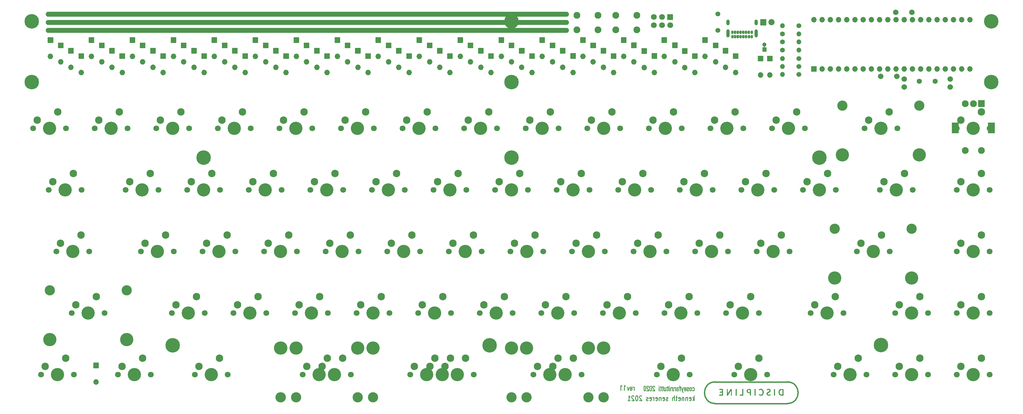
<source format=gbs>
G04 #@! TF.GenerationSoftware,KiCad,Pcbnew,(5.1.10)-1*
G04 #@! TF.CreationDate,2021-07-24T00:02:27-04:00*
G04 #@! TF.ProjectId,discipline-pcb,64697363-6970-46c6-996e-652d7063622e,rev?*
G04 #@! TF.SameCoordinates,Original*
G04 #@! TF.FileFunction,Soldermask,Bot*
G04 #@! TF.FilePolarity,Negative*
%FSLAX46Y46*%
G04 Gerber Fmt 4.6, Leading zero omitted, Abs format (unit mm)*
G04 Created by KiCad (PCBNEW (5.1.10)-1) date 2021-07-24 00:02:27*
%MOMM*%
%LPD*%
G01*
G04 APERTURE LIST*
%ADD10C,0.250000*%
%ADD11C,1.500000*%
%ADD12C,0.010000*%
%ADD13C,0.150000*%
%ADD14C,0.400000*%
%ADD15C,1.802000*%
%ADD16C,4.102000*%
%ADD17C,2.302000*%
%ADD18C,2.102000*%
%ADD19C,3.152000*%
%ADD20C,4.502000*%
%ADD21O,1.702000X1.702000*%
%ADD22C,1.702000*%
%ADD23C,1.302000*%
%ADD24O,1.502000X1.502000*%
%ADD25C,1.502000*%
%ADD26C,1.602000*%
%ADD27C,1.902000*%
%ADD28O,0.752000X1.102000*%
%ADD29O,1.002000X2.502000*%
%ADD30O,1.002000X1.802000*%
%ADD31C,0.100000*%
G04 APERTURE END LIST*
D10*
X262714095Y-178986571D02*
X262714095Y-177486571D01*
X262595047Y-178415142D02*
X262237904Y-178986571D01*
X262237904Y-177986571D02*
X262714095Y-178558000D01*
X261226000Y-178915142D02*
X261345047Y-178986571D01*
X261583142Y-178986571D01*
X261702190Y-178915142D01*
X261761714Y-178772285D01*
X261761714Y-178200857D01*
X261702190Y-178058000D01*
X261583142Y-177986571D01*
X261345047Y-177986571D01*
X261226000Y-178058000D01*
X261166476Y-178200857D01*
X261166476Y-178343714D01*
X261761714Y-178486571D01*
X260630761Y-177986571D02*
X260630761Y-178986571D01*
X260630761Y-178129428D02*
X260571238Y-178058000D01*
X260452190Y-177986571D01*
X260273619Y-177986571D01*
X260154571Y-178058000D01*
X260095047Y-178200857D01*
X260095047Y-178986571D01*
X259499809Y-177986571D02*
X259499809Y-178986571D01*
X259499809Y-178129428D02*
X259440285Y-178058000D01*
X259321238Y-177986571D01*
X259142666Y-177986571D01*
X259023619Y-178058000D01*
X258964095Y-178200857D01*
X258964095Y-178986571D01*
X257892666Y-178915142D02*
X258011714Y-178986571D01*
X258249809Y-178986571D01*
X258368857Y-178915142D01*
X258428380Y-178772285D01*
X258428380Y-178200857D01*
X258368857Y-178058000D01*
X258249809Y-177986571D01*
X258011714Y-177986571D01*
X257892666Y-178058000D01*
X257833142Y-178200857D01*
X257833142Y-178343714D01*
X258428380Y-178486571D01*
X257476000Y-177986571D02*
X256999809Y-177986571D01*
X257297428Y-177486571D02*
X257297428Y-178772285D01*
X257237904Y-178915142D01*
X257118857Y-178986571D01*
X256999809Y-178986571D01*
X256583142Y-178986571D02*
X256583142Y-177486571D01*
X256047428Y-178986571D02*
X256047428Y-178200857D01*
X256106952Y-178058000D01*
X256226000Y-177986571D01*
X256404571Y-177986571D01*
X256523619Y-178058000D01*
X256583142Y-178129428D01*
X254559333Y-178915142D02*
X254440285Y-178986571D01*
X254202190Y-178986571D01*
X254083142Y-178915142D01*
X254023619Y-178772285D01*
X254023619Y-178700857D01*
X254083142Y-178558000D01*
X254202190Y-178486571D01*
X254380761Y-178486571D01*
X254499809Y-178415142D01*
X254559333Y-178272285D01*
X254559333Y-178200857D01*
X254499809Y-178058000D01*
X254380761Y-177986571D01*
X254202190Y-177986571D01*
X254083142Y-178058000D01*
X253011714Y-178915142D02*
X253130761Y-178986571D01*
X253368857Y-178986571D01*
X253487904Y-178915142D01*
X253547428Y-178772285D01*
X253547428Y-178200857D01*
X253487904Y-178058000D01*
X253368857Y-177986571D01*
X253130761Y-177986571D01*
X253011714Y-178058000D01*
X252952190Y-178200857D01*
X252952190Y-178343714D01*
X253547428Y-178486571D01*
X252416476Y-177986571D02*
X252416476Y-178986571D01*
X252416476Y-178129428D02*
X252356952Y-178058000D01*
X252237904Y-177986571D01*
X252059333Y-177986571D01*
X251940285Y-178058000D01*
X251880761Y-178200857D01*
X251880761Y-178986571D01*
X250809333Y-178915142D02*
X250928380Y-178986571D01*
X251166476Y-178986571D01*
X251285523Y-178915142D01*
X251345047Y-178772285D01*
X251345047Y-178200857D01*
X251285523Y-178058000D01*
X251166476Y-177986571D01*
X250928380Y-177986571D01*
X250809333Y-178058000D01*
X250749809Y-178200857D01*
X250749809Y-178343714D01*
X251345047Y-178486571D01*
X250214095Y-178986571D02*
X250214095Y-177986571D01*
X250214095Y-178272285D02*
X250154571Y-178129428D01*
X250095047Y-178058000D01*
X249976000Y-177986571D01*
X249856952Y-177986571D01*
X248964095Y-178915142D02*
X249083142Y-178986571D01*
X249321238Y-178986571D01*
X249440285Y-178915142D01*
X249499809Y-178772285D01*
X249499809Y-178200857D01*
X249440285Y-178058000D01*
X249321238Y-177986571D01*
X249083142Y-177986571D01*
X248964095Y-178058000D01*
X248904571Y-178200857D01*
X248904571Y-178343714D01*
X249499809Y-178486571D01*
X248428380Y-178915142D02*
X248309333Y-178986571D01*
X248071238Y-178986571D01*
X247952190Y-178915142D01*
X247892666Y-178772285D01*
X247892666Y-178700857D01*
X247952190Y-178558000D01*
X248071238Y-178486571D01*
X248249809Y-178486571D01*
X248368857Y-178415142D01*
X248428380Y-178272285D01*
X248428380Y-178200857D01*
X248368857Y-178058000D01*
X248249809Y-177986571D01*
X248071238Y-177986571D01*
X247952190Y-178058000D01*
X246464095Y-177629428D02*
X246404571Y-177558000D01*
X246285523Y-177486571D01*
X245987904Y-177486571D01*
X245868857Y-177558000D01*
X245809333Y-177629428D01*
X245749809Y-177772285D01*
X245749809Y-177915142D01*
X245809333Y-178129428D01*
X246523619Y-178986571D01*
X245749809Y-178986571D01*
X244976000Y-177486571D02*
X244856952Y-177486571D01*
X244737904Y-177558000D01*
X244678380Y-177629428D01*
X244618857Y-177772285D01*
X244559333Y-178058000D01*
X244559333Y-178415142D01*
X244618857Y-178700857D01*
X244678380Y-178843714D01*
X244737904Y-178915142D01*
X244856952Y-178986571D01*
X244976000Y-178986571D01*
X245095047Y-178915142D01*
X245154571Y-178843714D01*
X245214095Y-178700857D01*
X245273619Y-178415142D01*
X245273619Y-178058000D01*
X245214095Y-177772285D01*
X245154571Y-177629428D01*
X245095047Y-177558000D01*
X244976000Y-177486571D01*
X244083142Y-177629428D02*
X244023619Y-177558000D01*
X243904571Y-177486571D01*
X243606952Y-177486571D01*
X243487904Y-177558000D01*
X243428380Y-177629428D01*
X243368857Y-177772285D01*
X243368857Y-177915142D01*
X243428380Y-178129428D01*
X244142666Y-178986571D01*
X243368857Y-178986571D01*
X242178380Y-178986571D02*
X242892666Y-178986571D01*
X242535523Y-178986571D02*
X242535523Y-177486571D01*
X242654571Y-177700857D01*
X242773619Y-177843714D01*
X242892666Y-177915142D01*
D11*
X62883004Y-61986290D02*
X223254308Y-61986290D01*
X62883004Y-59503020D02*
X223254308Y-59503020D01*
X62883004Y-64469560D02*
X223254308Y-64469560D01*
D12*
G36*
X241031889Y-175895000D02*
G01*
X241194167Y-175895000D01*
X241194167Y-174428029D01*
X241328705Y-174512413D01*
X241368358Y-174537230D01*
X241404615Y-174559819D01*
X241435556Y-174578992D01*
X241459261Y-174593561D01*
X241473811Y-174602340D01*
X241476871Y-174604091D01*
X241482651Y-174606505D01*
X241486507Y-174604962D01*
X241488821Y-174597315D01*
X241489973Y-174581416D01*
X241490346Y-174555116D01*
X241490346Y-174528234D01*
X241490191Y-174445083D01*
X241375478Y-174369236D01*
X241260766Y-174293388D01*
X241031889Y-174293388D01*
X241031889Y-175895000D01*
G37*
X241031889Y-175895000D02*
X241194167Y-175895000D01*
X241194167Y-174428029D01*
X241328705Y-174512413D01*
X241368358Y-174537230D01*
X241404615Y-174559819D01*
X241435556Y-174578992D01*
X241459261Y-174593561D01*
X241473811Y-174602340D01*
X241476871Y-174604091D01*
X241482651Y-174606505D01*
X241486507Y-174604962D01*
X241488821Y-174597315D01*
X241489973Y-174581416D01*
X241490346Y-174555116D01*
X241490346Y-174528234D01*
X241490191Y-174445083D01*
X241375478Y-174369236D01*
X241260766Y-174293388D01*
X241031889Y-174293388D01*
X241031889Y-175895000D01*
G36*
X241952265Y-174752173D02*
G01*
X241929233Y-174752930D01*
X241915835Y-174754628D01*
X241909834Y-174757620D01*
X241908993Y-174762264D01*
X241909504Y-174764347D01*
X241911931Y-174772949D01*
X241917837Y-174794092D01*
X241926928Y-174826718D01*
X241938911Y-174869773D01*
X241953492Y-174922198D01*
X241970377Y-174982938D01*
X241989273Y-175050936D01*
X242009884Y-175125134D01*
X242031919Y-175204478D01*
X242055082Y-175287909D01*
X242062024Y-175312916D01*
X242085558Y-175397661D01*
X242108129Y-175478857D01*
X242129433Y-175555421D01*
X242149167Y-175626268D01*
X242167030Y-175690315D01*
X242182718Y-175746477D01*
X242195929Y-175793669D01*
X242206360Y-175830808D01*
X242213708Y-175856809D01*
X242217671Y-175870588D01*
X242218120Y-175872069D01*
X242225373Y-175895000D01*
X242371351Y-175895000D01*
X242378689Y-175872069D01*
X242382377Y-175859703D01*
X242389361Y-175835463D01*
X242399296Y-175800585D01*
X242411836Y-175756302D01*
X242426637Y-175703851D01*
X242443352Y-175644466D01*
X242461638Y-175579382D01*
X242481149Y-175509834D01*
X242501539Y-175437057D01*
X242522465Y-175362285D01*
X242543580Y-175286754D01*
X242564539Y-175211698D01*
X242584998Y-175138353D01*
X242604611Y-175067953D01*
X242623034Y-175001733D01*
X242639920Y-174940929D01*
X242654926Y-174886775D01*
X242667705Y-174840505D01*
X242677913Y-174803356D01*
X242685205Y-174776561D01*
X242689235Y-174761356D01*
X242689945Y-174758295D01*
X242683355Y-174755816D01*
X242665440Y-174753797D01*
X242638986Y-174752454D01*
X242608806Y-174752000D01*
X242576861Y-174752227D01*
X242550836Y-174752844D01*
X242533519Y-174753755D01*
X242527667Y-174754794D01*
X242525980Y-174762149D01*
X242521153Y-174781751D01*
X242513538Y-174812219D01*
X242503487Y-174852170D01*
X242491354Y-174900222D01*
X242477489Y-174954992D01*
X242462244Y-175015098D01*
X242445973Y-175079158D01*
X242429027Y-175145790D01*
X242411758Y-175213610D01*
X242394519Y-175281237D01*
X242377661Y-175347289D01*
X242361537Y-175410382D01*
X242346498Y-175469135D01*
X242332898Y-175522164D01*
X242321088Y-175568089D01*
X242311419Y-175605526D01*
X242304246Y-175633093D01*
X242299919Y-175649408D01*
X242298752Y-175653430D01*
X242296769Y-175647113D01*
X242291644Y-175628266D01*
X242283674Y-175598044D01*
X242273156Y-175557604D01*
X242260390Y-175508099D01*
X242245672Y-175450687D01*
X242229301Y-175386522D01*
X242211574Y-175316760D01*
X242192789Y-175242557D01*
X242189641Y-175230097D01*
X242170495Y-175154294D01*
X242152221Y-175081970D01*
X242135139Y-175014386D01*
X242119567Y-174952802D01*
X242105825Y-174898478D01*
X242094231Y-174852674D01*
X242085104Y-174816651D01*
X242078762Y-174791667D01*
X242075525Y-174778984D01*
X242075388Y-174778458D01*
X242068512Y-174752000D01*
X241987170Y-174752000D01*
X241952265Y-174752173D01*
G37*
X241952265Y-174752173D02*
X241929233Y-174752930D01*
X241915835Y-174754628D01*
X241909834Y-174757620D01*
X241908993Y-174762264D01*
X241909504Y-174764347D01*
X241911931Y-174772949D01*
X241917837Y-174794092D01*
X241926928Y-174826718D01*
X241938911Y-174869773D01*
X241953492Y-174922198D01*
X241970377Y-174982938D01*
X241989273Y-175050936D01*
X242009884Y-175125134D01*
X242031919Y-175204478D01*
X242055082Y-175287909D01*
X242062024Y-175312916D01*
X242085558Y-175397661D01*
X242108129Y-175478857D01*
X242129433Y-175555421D01*
X242149167Y-175626268D01*
X242167030Y-175690315D01*
X242182718Y-175746477D01*
X242195929Y-175793669D01*
X242206360Y-175830808D01*
X242213708Y-175856809D01*
X242217671Y-175870588D01*
X242218120Y-175872069D01*
X242225373Y-175895000D01*
X242371351Y-175895000D01*
X242378689Y-175872069D01*
X242382377Y-175859703D01*
X242389361Y-175835463D01*
X242399296Y-175800585D01*
X242411836Y-175756302D01*
X242426637Y-175703851D01*
X242443352Y-175644466D01*
X242461638Y-175579382D01*
X242481149Y-175509834D01*
X242501539Y-175437057D01*
X242522465Y-175362285D01*
X242543580Y-175286754D01*
X242564539Y-175211698D01*
X242584998Y-175138353D01*
X242604611Y-175067953D01*
X242623034Y-175001733D01*
X242639920Y-174940929D01*
X242654926Y-174886775D01*
X242667705Y-174840505D01*
X242677913Y-174803356D01*
X242685205Y-174776561D01*
X242689235Y-174761356D01*
X242689945Y-174758295D01*
X242683355Y-174755816D01*
X242665440Y-174753797D01*
X242638986Y-174752454D01*
X242608806Y-174752000D01*
X242576861Y-174752227D01*
X242550836Y-174752844D01*
X242533519Y-174753755D01*
X242527667Y-174754794D01*
X242525980Y-174762149D01*
X242521153Y-174781751D01*
X242513538Y-174812219D01*
X242503487Y-174852170D01*
X242491354Y-174900222D01*
X242477489Y-174954992D01*
X242462244Y-175015098D01*
X242445973Y-175079158D01*
X242429027Y-175145790D01*
X242411758Y-175213610D01*
X242394519Y-175281237D01*
X242377661Y-175347289D01*
X242361537Y-175410382D01*
X242346498Y-175469135D01*
X242332898Y-175522164D01*
X242321088Y-175568089D01*
X242311419Y-175605526D01*
X242304246Y-175633093D01*
X242299919Y-175649408D01*
X242298752Y-175653430D01*
X242296769Y-175647113D01*
X242291644Y-175628266D01*
X242283674Y-175598044D01*
X242273156Y-175557604D01*
X242260390Y-175508099D01*
X242245672Y-175450687D01*
X242229301Y-175386522D01*
X242211574Y-175316760D01*
X242192789Y-175242557D01*
X242189641Y-175230097D01*
X242170495Y-175154294D01*
X242152221Y-175081970D01*
X242135139Y-175014386D01*
X242119567Y-174952802D01*
X242105825Y-174898478D01*
X242094231Y-174852674D01*
X242085104Y-174816651D01*
X242078762Y-174791667D01*
X242075525Y-174778984D01*
X242075388Y-174778458D01*
X242068512Y-174752000D01*
X241987170Y-174752000D01*
X241952265Y-174752173D01*
G36*
X243684778Y-174879000D02*
G01*
X243711237Y-174879053D01*
X243774656Y-174884536D01*
X243835678Y-174899947D01*
X243892062Y-174924113D01*
X243941569Y-174955862D01*
X243981956Y-174994023D01*
X244009924Y-175035314D01*
X244017180Y-175049873D01*
X244023341Y-175063737D01*
X244028498Y-175078152D01*
X244032739Y-175094362D01*
X244036155Y-175113614D01*
X244038835Y-175137154D01*
X244040869Y-175166227D01*
X244042346Y-175202080D01*
X244043357Y-175245959D01*
X244043991Y-175299108D01*
X244044338Y-175362774D01*
X244044488Y-175438203D01*
X244044528Y-175515763D01*
X244044612Y-175895000D01*
X244206889Y-175895000D01*
X244206889Y-174752000D01*
X244044612Y-174752000D01*
X244044612Y-174908006D01*
X243999923Y-174863516D01*
X243938274Y-174811476D01*
X243870827Y-174772152D01*
X243798104Y-174745798D01*
X243730479Y-174733566D01*
X243684778Y-174728884D01*
X243684778Y-174879000D01*
G37*
X243684778Y-174879000D02*
X243711237Y-174879053D01*
X243774656Y-174884536D01*
X243835678Y-174899947D01*
X243892062Y-174924113D01*
X243941569Y-174955862D01*
X243981956Y-174994023D01*
X244009924Y-175035314D01*
X244017180Y-175049873D01*
X244023341Y-175063737D01*
X244028498Y-175078152D01*
X244032739Y-175094362D01*
X244036155Y-175113614D01*
X244038835Y-175137154D01*
X244040869Y-175166227D01*
X244042346Y-175202080D01*
X244043357Y-175245959D01*
X244043991Y-175299108D01*
X244044338Y-175362774D01*
X244044488Y-175438203D01*
X244044528Y-175515763D01*
X244044612Y-175895000D01*
X244206889Y-175895000D01*
X244206889Y-174752000D01*
X244044612Y-174752000D01*
X244044612Y-174908006D01*
X243999923Y-174863516D01*
X243938274Y-174811476D01*
X243870827Y-174772152D01*
X243798104Y-174745798D01*
X243730479Y-174733566D01*
X243684778Y-174728884D01*
X243684778Y-174879000D01*
G36*
X243153361Y-174733035D02*
G01*
X243120194Y-174736554D01*
X243087032Y-174741851D01*
X243060649Y-174747828D01*
X243059012Y-174748310D01*
X243011180Y-174768735D01*
X242964812Y-174799329D01*
X242924722Y-174836553D01*
X242905165Y-174861361D01*
X242886826Y-174891070D01*
X242872003Y-174921896D01*
X242860362Y-174955691D01*
X242851571Y-174994304D01*
X242845297Y-175039586D01*
X242841207Y-175093387D01*
X242838970Y-175157557D01*
X242838251Y-175233541D01*
X242838112Y-175387000D01*
X243360223Y-175387000D01*
X243360223Y-175491552D01*
X243359390Y-175546171D01*
X243356523Y-175589424D01*
X243351066Y-175623978D01*
X243342464Y-175652500D01*
X243330164Y-175677658D01*
X243317538Y-175696809D01*
X243286623Y-175728285D01*
X243247013Y-175749098D01*
X243198293Y-175759430D01*
X243169723Y-175760720D01*
X243117104Y-175755517D01*
X243074050Y-175739964D01*
X243040335Y-175713864D01*
X243015731Y-175677021D01*
X243000012Y-175629237D01*
X242996732Y-175611013D01*
X242991732Y-175577500D01*
X242838112Y-175577500D01*
X242838112Y-175611295D01*
X242840044Y-175638151D01*
X242844976Y-175669304D01*
X242848661Y-175685593D01*
X242871247Y-175747800D01*
X242904009Y-175800235D01*
X242946852Y-175842804D01*
X242999686Y-175875412D01*
X243055814Y-175896196D01*
X243095286Y-175903795D01*
X243142725Y-175907867D01*
X243192819Y-175908371D01*
X243240257Y-175905264D01*
X243279730Y-175898506D01*
X243281873Y-175897945D01*
X243343563Y-175874413D01*
X243397349Y-175839500D01*
X243442520Y-175793964D01*
X243478366Y-175738563D01*
X243504176Y-175674055D01*
X243509349Y-175655111D01*
X243512041Y-175636720D01*
X243514331Y-175606191D01*
X243516217Y-175565479D01*
X243517701Y-175516542D01*
X243518783Y-175461333D01*
X243519462Y-175401810D01*
X243519740Y-175339928D01*
X243519616Y-175277643D01*
X243519280Y-175238833D01*
X243361489Y-175238833D01*
X242998911Y-175238833D01*
X243001775Y-175127708D01*
X243003094Y-175084291D01*
X243004721Y-175052200D01*
X243007029Y-175028648D01*
X243010388Y-175010850D01*
X243015171Y-174996021D01*
X243021138Y-174982627D01*
X243046587Y-174940262D01*
X243076591Y-174910464D01*
X243113159Y-174891977D01*
X243158298Y-174883544D01*
X243180828Y-174882695D01*
X243210951Y-174883165D01*
X243232058Y-174885571D01*
X243249224Y-174891092D01*
X243267523Y-174900903D01*
X243272550Y-174903967D01*
X243293777Y-174919125D01*
X243310206Y-174936891D01*
X243325716Y-174961822D01*
X243332000Y-174973779D01*
X243341402Y-174992558D01*
X243348104Y-175008105D01*
X243352628Y-175023433D01*
X243355495Y-175041560D01*
X243357226Y-175065500D01*
X243358343Y-175098269D01*
X243359092Y-175130492D01*
X243361489Y-175238833D01*
X243519280Y-175238833D01*
X243519090Y-175216910D01*
X243518163Y-175159687D01*
X243516835Y-175107927D01*
X243515106Y-175063589D01*
X243512977Y-175028626D01*
X243510447Y-175004996D01*
X243509271Y-174998944D01*
X243485434Y-174927599D01*
X243452477Y-174866741D01*
X243410875Y-174816727D01*
X243361105Y-174777910D01*
X243303643Y-174750649D01*
X243238965Y-174735298D01*
X243167548Y-174732213D01*
X243153361Y-174733035D01*
G37*
X243153361Y-174733035D02*
X243120194Y-174736554D01*
X243087032Y-174741851D01*
X243060649Y-174747828D01*
X243059012Y-174748310D01*
X243011180Y-174768735D01*
X242964812Y-174799329D01*
X242924722Y-174836553D01*
X242905165Y-174861361D01*
X242886826Y-174891070D01*
X242872003Y-174921896D01*
X242860362Y-174955691D01*
X242851571Y-174994304D01*
X242845297Y-175039586D01*
X242841207Y-175093387D01*
X242838970Y-175157557D01*
X242838251Y-175233541D01*
X242838112Y-175387000D01*
X243360223Y-175387000D01*
X243360223Y-175491552D01*
X243359390Y-175546171D01*
X243356523Y-175589424D01*
X243351066Y-175623978D01*
X243342464Y-175652500D01*
X243330164Y-175677658D01*
X243317538Y-175696809D01*
X243286623Y-175728285D01*
X243247013Y-175749098D01*
X243198293Y-175759430D01*
X243169723Y-175760720D01*
X243117104Y-175755517D01*
X243074050Y-175739964D01*
X243040335Y-175713864D01*
X243015731Y-175677021D01*
X243000012Y-175629237D01*
X242996732Y-175611013D01*
X242991732Y-175577500D01*
X242838112Y-175577500D01*
X242838112Y-175611295D01*
X242840044Y-175638151D01*
X242844976Y-175669304D01*
X242848661Y-175685593D01*
X242871247Y-175747800D01*
X242904009Y-175800235D01*
X242946852Y-175842804D01*
X242999686Y-175875412D01*
X243055814Y-175896196D01*
X243095286Y-175903795D01*
X243142725Y-175907867D01*
X243192819Y-175908371D01*
X243240257Y-175905264D01*
X243279730Y-175898506D01*
X243281873Y-175897945D01*
X243343563Y-175874413D01*
X243397349Y-175839500D01*
X243442520Y-175793964D01*
X243478366Y-175738563D01*
X243504176Y-175674055D01*
X243509349Y-175655111D01*
X243512041Y-175636720D01*
X243514331Y-175606191D01*
X243516217Y-175565479D01*
X243517701Y-175516542D01*
X243518783Y-175461333D01*
X243519462Y-175401810D01*
X243519740Y-175339928D01*
X243519616Y-175277643D01*
X243519280Y-175238833D01*
X243361489Y-175238833D01*
X242998911Y-175238833D01*
X243001775Y-175127708D01*
X243003094Y-175084291D01*
X243004721Y-175052200D01*
X243007029Y-175028648D01*
X243010388Y-175010850D01*
X243015171Y-174996021D01*
X243021138Y-174982627D01*
X243046587Y-174940262D01*
X243076591Y-174910464D01*
X243113159Y-174891977D01*
X243158298Y-174883544D01*
X243180828Y-174882695D01*
X243210951Y-174883165D01*
X243232058Y-174885571D01*
X243249224Y-174891092D01*
X243267523Y-174900903D01*
X243272550Y-174903967D01*
X243293777Y-174919125D01*
X243310206Y-174936891D01*
X243325716Y-174961822D01*
X243332000Y-174973779D01*
X243341402Y-174992558D01*
X243348104Y-175008105D01*
X243352628Y-175023433D01*
X243355495Y-175041560D01*
X243357226Y-175065500D01*
X243358343Y-175098269D01*
X243359092Y-175130492D01*
X243361489Y-175238833D01*
X243519280Y-175238833D01*
X243519090Y-175216910D01*
X243518163Y-175159687D01*
X243516835Y-175107927D01*
X243515106Y-175063589D01*
X243512977Y-175028626D01*
X243510447Y-175004996D01*
X243509271Y-174998944D01*
X243485434Y-174927599D01*
X243452477Y-174866741D01*
X243410875Y-174816727D01*
X243361105Y-174777910D01*
X243303643Y-174750649D01*
X243238965Y-174735298D01*
X243167548Y-174732213D01*
X243153361Y-174733035D01*
G36*
X239932828Y-175895000D02*
G01*
X240095106Y-175895000D01*
X240095106Y-174428029D01*
X240229644Y-174512413D01*
X240269297Y-174537230D01*
X240305554Y-174559819D01*
X240336495Y-174578992D01*
X240360200Y-174593561D01*
X240374750Y-174602340D01*
X240377810Y-174604091D01*
X240383590Y-174606505D01*
X240387446Y-174604962D01*
X240389760Y-174597315D01*
X240390912Y-174581416D01*
X240391285Y-174555116D01*
X240391285Y-174528234D01*
X240391130Y-174445083D01*
X240276417Y-174369236D01*
X240161705Y-174293388D01*
X239932828Y-174293388D01*
X239932828Y-175895000D01*
G37*
X239932828Y-175895000D02*
X240095106Y-175895000D01*
X240095106Y-174428029D01*
X240229644Y-174512413D01*
X240269297Y-174537230D01*
X240305554Y-174559819D01*
X240336495Y-174578992D01*
X240360200Y-174593561D01*
X240374750Y-174602340D01*
X240377810Y-174604091D01*
X240383590Y-174606505D01*
X240387446Y-174604962D01*
X240389760Y-174597315D01*
X240390912Y-174581416D01*
X240391285Y-174555116D01*
X240391285Y-174528234D01*
X240391130Y-174445083D01*
X240276417Y-174369236D01*
X240161705Y-174293388D01*
X239932828Y-174293388D01*
X239932828Y-175895000D01*
D13*
X240620196Y-175768204D02*
G75*
G03*
X240620196Y-175768204I-56796J0D01*
G01*
D12*
G36*
X259246759Y-174923097D02*
G01*
X259242560Y-174938119D01*
X259235132Y-174965106D01*
X259224926Y-175002402D01*
X259212391Y-175048349D01*
X259197976Y-175101290D01*
X259182131Y-175159566D01*
X259165306Y-175221520D01*
X259147950Y-175285495D01*
X259130512Y-175349833D01*
X259113442Y-175412877D01*
X259097189Y-175472969D01*
X259082203Y-175528452D01*
X259068934Y-175577668D01*
X259057831Y-175618959D01*
X259049343Y-175650668D01*
X259044422Y-175669222D01*
X259036736Y-175697433D01*
X259029821Y-175720972D01*
X259024809Y-175736052D01*
X259023642Y-175738772D01*
X259021108Y-175733818D01*
X259015503Y-175716284D01*
X259007125Y-175687293D01*
X258996275Y-175647966D01*
X258983254Y-175599426D01*
X258968361Y-175542795D01*
X258951897Y-175479195D01*
X258934162Y-175409749D01*
X258915456Y-175335578D01*
X258910857Y-175317202D01*
X258803095Y-174886055D01*
X258722825Y-174886055D01*
X258685896Y-174886480D01*
X258661353Y-174887883D01*
X258647495Y-174890454D01*
X258642619Y-174894382D01*
X258642556Y-174895016D01*
X258644344Y-174905910D01*
X258649049Y-174926129D01*
X258655680Y-174951437D01*
X258656172Y-174953225D01*
X258659928Y-174967024D01*
X258667055Y-174993435D01*
X258677282Y-175031439D01*
X258690334Y-175080017D01*
X258705939Y-175138148D01*
X258723822Y-175204814D01*
X258743710Y-175278994D01*
X258765330Y-175359669D01*
X258788408Y-175445820D01*
X258812671Y-175536426D01*
X258837846Y-175630469D01*
X258847078Y-175664964D01*
X258872482Y-175759597D01*
X258897137Y-175850860D01*
X258920768Y-175937765D01*
X258943097Y-176019323D01*
X258963850Y-176094546D01*
X258982751Y-176162444D01*
X258999524Y-176222029D01*
X259013893Y-176272312D01*
X259025582Y-176312305D01*
X259034316Y-176341018D01*
X259039818Y-176357464D01*
X259041024Y-176360330D01*
X259068971Y-176403651D01*
X259105292Y-176438866D01*
X259151006Y-176466524D01*
X259207130Y-176487174D01*
X259274684Y-176501366D01*
X259311070Y-176506003D01*
X259355167Y-176510656D01*
X259355167Y-176355543D01*
X259310862Y-176351986D01*
X259259214Y-176341521D01*
X259214975Y-176319055D01*
X259178254Y-176284663D01*
X259150791Y-176241736D01*
X259143270Y-176223308D01*
X259133831Y-176195219D01*
X259123370Y-176160762D01*
X259112784Y-176123228D01*
X259102970Y-176085907D01*
X259094824Y-176052092D01*
X259089242Y-176025075D01*
X259087123Y-176008145D01*
X259087122Y-176008022D01*
X259089116Y-175998679D01*
X259094914Y-175976882D01*
X259104211Y-175943678D01*
X259116700Y-175900111D01*
X259132075Y-175847228D01*
X259150030Y-175786073D01*
X259170258Y-175717693D01*
X259192453Y-175643133D01*
X259216310Y-175563438D01*
X259241521Y-175479655D01*
X259252862Y-175442103D01*
X259278505Y-175357241D01*
X259302935Y-175276304D01*
X259325848Y-175200303D01*
X259346941Y-175130252D01*
X259365908Y-175067162D01*
X259382447Y-175012047D01*
X259396253Y-174965919D01*
X259407023Y-174929790D01*
X259414451Y-174904673D01*
X259418234Y-174891580D01*
X259418667Y-174889873D01*
X259412078Y-174888365D01*
X259394172Y-174887139D01*
X259367743Y-174886325D01*
X259338029Y-174886055D01*
X259257391Y-174886055D01*
X259246759Y-174923097D01*
G37*
X259246759Y-174923097D02*
X259242560Y-174938119D01*
X259235132Y-174965106D01*
X259224926Y-175002402D01*
X259212391Y-175048349D01*
X259197976Y-175101290D01*
X259182131Y-175159566D01*
X259165306Y-175221520D01*
X259147950Y-175285495D01*
X259130512Y-175349833D01*
X259113442Y-175412877D01*
X259097189Y-175472969D01*
X259082203Y-175528452D01*
X259068934Y-175577668D01*
X259057831Y-175618959D01*
X259049343Y-175650668D01*
X259044422Y-175669222D01*
X259036736Y-175697433D01*
X259029821Y-175720972D01*
X259024809Y-175736052D01*
X259023642Y-175738772D01*
X259021108Y-175733818D01*
X259015503Y-175716284D01*
X259007125Y-175687293D01*
X258996275Y-175647966D01*
X258983254Y-175599426D01*
X258968361Y-175542795D01*
X258951897Y-175479195D01*
X258934162Y-175409749D01*
X258915456Y-175335578D01*
X258910857Y-175317202D01*
X258803095Y-174886055D01*
X258722825Y-174886055D01*
X258685896Y-174886480D01*
X258661353Y-174887883D01*
X258647495Y-174890454D01*
X258642619Y-174894382D01*
X258642556Y-174895016D01*
X258644344Y-174905910D01*
X258649049Y-174926129D01*
X258655680Y-174951437D01*
X258656172Y-174953225D01*
X258659928Y-174967024D01*
X258667055Y-174993435D01*
X258677282Y-175031439D01*
X258690334Y-175080017D01*
X258705939Y-175138148D01*
X258723822Y-175204814D01*
X258743710Y-175278994D01*
X258765330Y-175359669D01*
X258788408Y-175445820D01*
X258812671Y-175536426D01*
X258837846Y-175630469D01*
X258847078Y-175664964D01*
X258872482Y-175759597D01*
X258897137Y-175850860D01*
X258920768Y-175937765D01*
X258943097Y-176019323D01*
X258963850Y-176094546D01*
X258982751Y-176162444D01*
X258999524Y-176222029D01*
X259013893Y-176272312D01*
X259025582Y-176312305D01*
X259034316Y-176341018D01*
X259039818Y-176357464D01*
X259041024Y-176360330D01*
X259068971Y-176403651D01*
X259105292Y-176438866D01*
X259151006Y-176466524D01*
X259207130Y-176487174D01*
X259274684Y-176501366D01*
X259311070Y-176506003D01*
X259355167Y-176510656D01*
X259355167Y-176355543D01*
X259310862Y-176351986D01*
X259259214Y-176341521D01*
X259214975Y-176319055D01*
X259178254Y-176284663D01*
X259150791Y-176241736D01*
X259143270Y-176223308D01*
X259133831Y-176195219D01*
X259123370Y-176160762D01*
X259112784Y-176123228D01*
X259102970Y-176085907D01*
X259094824Y-176052092D01*
X259089242Y-176025075D01*
X259087123Y-176008145D01*
X259087122Y-176008022D01*
X259089116Y-175998679D01*
X259094914Y-175976882D01*
X259104211Y-175943678D01*
X259116700Y-175900111D01*
X259132075Y-175847228D01*
X259150030Y-175786073D01*
X259170258Y-175717693D01*
X259192453Y-175643133D01*
X259216310Y-175563438D01*
X259241521Y-175479655D01*
X259252862Y-175442103D01*
X259278505Y-175357241D01*
X259302935Y-175276304D01*
X259325848Y-175200303D01*
X259346941Y-175130252D01*
X259365908Y-175067162D01*
X259382447Y-175012047D01*
X259396253Y-174965919D01*
X259407023Y-174929790D01*
X259414451Y-174904673D01*
X259418234Y-174891580D01*
X259418667Y-174889873D01*
X259412078Y-174888365D01*
X259394172Y-174887139D01*
X259367743Y-174886325D01*
X259338029Y-174886055D01*
X259257391Y-174886055D01*
X259246759Y-174923097D01*
G36*
X262391227Y-174867120D02*
G01*
X262319354Y-174878027D01*
X262255700Y-174899786D01*
X262200826Y-174932005D01*
X262155292Y-174974289D01*
X262119657Y-175026246D01*
X262099435Y-175072253D01*
X262093514Y-175093344D01*
X262087786Y-175120912D01*
X262082706Y-175151524D01*
X262078731Y-175181752D01*
X262076317Y-175208162D01*
X262075922Y-175227324D01*
X262077710Y-175235579D01*
X262085696Y-175236939D01*
X262104654Y-175238020D01*
X262131443Y-175238686D01*
X262152897Y-175238833D01*
X262224830Y-175238833D01*
X262229623Y-175192048D01*
X262237316Y-175145682D01*
X262250623Y-175109116D01*
X262271024Y-175078663D01*
X262278289Y-175070645D01*
X262305930Y-175045597D01*
X262334156Y-175029283D01*
X262366960Y-175020193D01*
X262408334Y-175016814D01*
X262420806Y-175016684D01*
X262466942Y-175019178D01*
X262503066Y-175027551D01*
X262532529Y-175043145D01*
X262558679Y-175067299D01*
X262564566Y-175074191D01*
X262574529Y-175086630D01*
X262582831Y-175098543D01*
X262589621Y-175111298D01*
X262595052Y-175126261D01*
X262599274Y-175144800D01*
X262602440Y-175168281D01*
X262604699Y-175198072D01*
X262606204Y-175235540D01*
X262607106Y-175282051D01*
X262607555Y-175338972D01*
X262607704Y-175407671D01*
X262607709Y-175464104D01*
X262607640Y-175764472D01*
X262591004Y-175799750D01*
X262566149Y-175839555D01*
X262533911Y-175868210D01*
X262493316Y-175886273D01*
X262443392Y-175894303D01*
X262425152Y-175894845D01*
X262379522Y-175892737D01*
X262343564Y-175885227D01*
X262313444Y-175870999D01*
X262285328Y-175848735D01*
X262282197Y-175845744D01*
X262252549Y-175807570D01*
X262233535Y-175762402D01*
X262226779Y-175714104D01*
X262226778Y-175713802D01*
X262226778Y-175690388D01*
X262071556Y-175690388D01*
X262071609Y-175709791D01*
X262076963Y-175766334D01*
X262091698Y-175823892D01*
X262114275Y-175878502D01*
X262143158Y-175926201D01*
X262166016Y-175953068D01*
X262204619Y-175984176D01*
X262252012Y-176010749D01*
X262302995Y-176030079D01*
X262324139Y-176035369D01*
X262357819Y-176040004D01*
X262399352Y-176042225D01*
X262443871Y-176042105D01*
X262486506Y-176039718D01*
X262522388Y-176035137D01*
X262535771Y-176032183D01*
X262599834Y-176008731D01*
X262653724Y-175975514D01*
X262697616Y-175932358D01*
X262731688Y-175879087D01*
X262756119Y-175815525D01*
X262756592Y-175813861D01*
X262759052Y-175802378D01*
X262761095Y-175786156D01*
X262762756Y-175763998D01*
X262764067Y-175734709D01*
X262765061Y-175697092D01*
X262765770Y-175649951D01*
X262766229Y-175592091D01*
X262766470Y-175522316D01*
X262766528Y-175454027D01*
X262766515Y-175377919D01*
X262766435Y-175314550D01*
X262766228Y-175262544D01*
X262765832Y-175220531D01*
X262765187Y-175187135D01*
X262764231Y-175160985D01*
X262762905Y-175140707D01*
X262761146Y-175124928D01*
X262758895Y-175112274D01*
X262756089Y-175101373D01*
X262752669Y-175090850D01*
X262750104Y-175083611D01*
X262720746Y-175019934D01*
X262682285Y-174966950D01*
X262635058Y-174924860D01*
X262579404Y-174893869D01*
X262515661Y-174874182D01*
X262444167Y-174866002D01*
X262391227Y-174867120D01*
G37*
X262391227Y-174867120D02*
X262319354Y-174878027D01*
X262255700Y-174899786D01*
X262200826Y-174932005D01*
X262155292Y-174974289D01*
X262119657Y-175026246D01*
X262099435Y-175072253D01*
X262093514Y-175093344D01*
X262087786Y-175120912D01*
X262082706Y-175151524D01*
X262078731Y-175181752D01*
X262076317Y-175208162D01*
X262075922Y-175227324D01*
X262077710Y-175235579D01*
X262085696Y-175236939D01*
X262104654Y-175238020D01*
X262131443Y-175238686D01*
X262152897Y-175238833D01*
X262224830Y-175238833D01*
X262229623Y-175192048D01*
X262237316Y-175145682D01*
X262250623Y-175109116D01*
X262271024Y-175078663D01*
X262278289Y-175070645D01*
X262305930Y-175045597D01*
X262334156Y-175029283D01*
X262366960Y-175020193D01*
X262408334Y-175016814D01*
X262420806Y-175016684D01*
X262466942Y-175019178D01*
X262503066Y-175027551D01*
X262532529Y-175043145D01*
X262558679Y-175067299D01*
X262564566Y-175074191D01*
X262574529Y-175086630D01*
X262582831Y-175098543D01*
X262589621Y-175111298D01*
X262595052Y-175126261D01*
X262599274Y-175144800D01*
X262602440Y-175168281D01*
X262604699Y-175198072D01*
X262606204Y-175235540D01*
X262607106Y-175282051D01*
X262607555Y-175338972D01*
X262607704Y-175407671D01*
X262607709Y-175464104D01*
X262607640Y-175764472D01*
X262591004Y-175799750D01*
X262566149Y-175839555D01*
X262533911Y-175868210D01*
X262493316Y-175886273D01*
X262443392Y-175894303D01*
X262425152Y-175894845D01*
X262379522Y-175892737D01*
X262343564Y-175885227D01*
X262313444Y-175870999D01*
X262285328Y-175848735D01*
X262282197Y-175845744D01*
X262252549Y-175807570D01*
X262233535Y-175762402D01*
X262226779Y-175714104D01*
X262226778Y-175713802D01*
X262226778Y-175690388D01*
X262071556Y-175690388D01*
X262071609Y-175709791D01*
X262076963Y-175766334D01*
X262091698Y-175823892D01*
X262114275Y-175878502D01*
X262143158Y-175926201D01*
X262166016Y-175953068D01*
X262204619Y-175984176D01*
X262252012Y-176010749D01*
X262302995Y-176030079D01*
X262324139Y-176035369D01*
X262357819Y-176040004D01*
X262399352Y-176042225D01*
X262443871Y-176042105D01*
X262486506Y-176039718D01*
X262522388Y-176035137D01*
X262535771Y-176032183D01*
X262599834Y-176008731D01*
X262653724Y-175975514D01*
X262697616Y-175932358D01*
X262731688Y-175879087D01*
X262756119Y-175815525D01*
X262756592Y-175813861D01*
X262759052Y-175802378D01*
X262761095Y-175786156D01*
X262762756Y-175763998D01*
X262764067Y-175734709D01*
X262765061Y-175697092D01*
X262765770Y-175649951D01*
X262766229Y-175592091D01*
X262766470Y-175522316D01*
X262766528Y-175454027D01*
X262766515Y-175377919D01*
X262766435Y-175314550D01*
X262766228Y-175262544D01*
X262765832Y-175220531D01*
X262765187Y-175187135D01*
X262764231Y-175160985D01*
X262762905Y-175140707D01*
X262761146Y-175124928D01*
X262758895Y-175112274D01*
X262756089Y-175101373D01*
X262752669Y-175090850D01*
X262750104Y-175083611D01*
X262720746Y-175019934D01*
X262682285Y-174966950D01*
X262635058Y-174924860D01*
X262579404Y-174893869D01*
X262515661Y-174874182D01*
X262444167Y-174866002D01*
X262391227Y-174867120D01*
G36*
X261516788Y-174870997D02*
G01*
X261452177Y-174888169D01*
X261395880Y-174915995D01*
X261348561Y-174953944D01*
X261310881Y-175001484D01*
X261283502Y-175058082D01*
X261267086Y-175123208D01*
X261267016Y-175123666D01*
X261264831Y-175146493D01*
X261263143Y-175183088D01*
X261261957Y-175233119D01*
X261261276Y-175296251D01*
X261261107Y-175372150D01*
X261261454Y-175460483D01*
X261261642Y-175487027D01*
X261262234Y-175561726D01*
X261262809Y-175623726D01*
X261263439Y-175674440D01*
X261264199Y-175715280D01*
X261265163Y-175747659D01*
X261266403Y-175772987D01*
X261267994Y-175792679D01*
X261270010Y-175808146D01*
X261272523Y-175820800D01*
X261275609Y-175832053D01*
X261279341Y-175843318D01*
X261280405Y-175846364D01*
X261307932Y-175904872D01*
X261345912Y-175954418D01*
X261393439Y-175994052D01*
X261448675Y-176022469D01*
X261481207Y-176031396D01*
X261523136Y-176037700D01*
X261569959Y-176041196D01*
X261617175Y-176041696D01*
X261660280Y-176039015D01*
X261694774Y-176032966D01*
X261695745Y-176032698D01*
X261758335Y-176008887D01*
X261810605Y-175975459D01*
X261852528Y-175932440D01*
X261884079Y-175879856D01*
X261905233Y-175817733D01*
X261905459Y-175816777D01*
X261908384Y-175796836D01*
X261910897Y-175764806D01*
X261912998Y-175722536D01*
X261914687Y-175671875D01*
X261915964Y-175614673D01*
X261916504Y-175576024D01*
X261760398Y-175576024D01*
X261760352Y-175627029D01*
X261759993Y-175668111D01*
X261759281Y-175700664D01*
X261758179Y-175726085D01*
X261756649Y-175745768D01*
X261754651Y-175761109D01*
X261752149Y-175773503D01*
X261750341Y-175780270D01*
X261732226Y-175825234D01*
X261706933Y-175858455D01*
X261673501Y-175880635D01*
X261630969Y-175892475D01*
X261593316Y-175894994D01*
X261559040Y-175893199D01*
X261529452Y-175888344D01*
X261515801Y-175884079D01*
X261480801Y-175863713D01*
X261453404Y-175833960D01*
X261441161Y-175813861D01*
X261437635Y-175806987D01*
X261434702Y-175799776D01*
X261432306Y-175790938D01*
X261430395Y-175779180D01*
X261428913Y-175763210D01*
X261427805Y-175741736D01*
X261427017Y-175713468D01*
X261426495Y-175677112D01*
X261426185Y-175631377D01*
X261426030Y-175574972D01*
X261425978Y-175506604D01*
X261425973Y-175454027D01*
X261425973Y-175122416D01*
X261445563Y-175089090D01*
X261473864Y-175054076D01*
X261511102Y-175029910D01*
X261556998Y-175016755D01*
X261572656Y-175014961D01*
X261625069Y-175016375D01*
X261669836Y-175029396D01*
X261706577Y-175053824D01*
X261734914Y-175089458D01*
X261742886Y-175104777D01*
X261746459Y-175113037D01*
X261749417Y-175121869D01*
X261751828Y-175132656D01*
X261753764Y-175146778D01*
X261755292Y-175165618D01*
X261756483Y-175190557D01*
X261757407Y-175222977D01*
X261758132Y-175264260D01*
X261758729Y-175315786D01*
X261759267Y-175378939D01*
X261759700Y-175438661D01*
X261760168Y-175513700D01*
X261760398Y-175576024D01*
X261916504Y-175576024D01*
X261916829Y-175552777D01*
X261917282Y-175488037D01*
X261917321Y-175422301D01*
X261916949Y-175357419D01*
X261916163Y-175295240D01*
X261914964Y-175237612D01*
X261913352Y-175186384D01*
X261911327Y-175143405D01*
X261908888Y-175110524D01*
X261906036Y-175089590D01*
X261905518Y-175087385D01*
X261882990Y-175026314D01*
X261849943Y-174974318D01*
X261807031Y-174931859D01*
X261754911Y-174899398D01*
X261694239Y-174877396D01*
X261625671Y-174866314D01*
X261589051Y-174865011D01*
X261516788Y-174870997D01*
G37*
X261516788Y-174870997D02*
X261452177Y-174888169D01*
X261395880Y-174915995D01*
X261348561Y-174953944D01*
X261310881Y-175001484D01*
X261283502Y-175058082D01*
X261267086Y-175123208D01*
X261267016Y-175123666D01*
X261264831Y-175146493D01*
X261263143Y-175183088D01*
X261261957Y-175233119D01*
X261261276Y-175296251D01*
X261261107Y-175372150D01*
X261261454Y-175460483D01*
X261261642Y-175487027D01*
X261262234Y-175561726D01*
X261262809Y-175623726D01*
X261263439Y-175674440D01*
X261264199Y-175715280D01*
X261265163Y-175747659D01*
X261266403Y-175772987D01*
X261267994Y-175792679D01*
X261270010Y-175808146D01*
X261272523Y-175820800D01*
X261275609Y-175832053D01*
X261279341Y-175843318D01*
X261280405Y-175846364D01*
X261307932Y-175904872D01*
X261345912Y-175954418D01*
X261393439Y-175994052D01*
X261448675Y-176022469D01*
X261481207Y-176031396D01*
X261523136Y-176037700D01*
X261569959Y-176041196D01*
X261617175Y-176041696D01*
X261660280Y-176039015D01*
X261694774Y-176032966D01*
X261695745Y-176032698D01*
X261758335Y-176008887D01*
X261810605Y-175975459D01*
X261852528Y-175932440D01*
X261884079Y-175879856D01*
X261905233Y-175817733D01*
X261905459Y-175816777D01*
X261908384Y-175796836D01*
X261910897Y-175764806D01*
X261912998Y-175722536D01*
X261914687Y-175671875D01*
X261915964Y-175614673D01*
X261916504Y-175576024D01*
X261760398Y-175576024D01*
X261760352Y-175627029D01*
X261759993Y-175668111D01*
X261759281Y-175700664D01*
X261758179Y-175726085D01*
X261756649Y-175745768D01*
X261754651Y-175761109D01*
X261752149Y-175773503D01*
X261750341Y-175780270D01*
X261732226Y-175825234D01*
X261706933Y-175858455D01*
X261673501Y-175880635D01*
X261630969Y-175892475D01*
X261593316Y-175894994D01*
X261559040Y-175893199D01*
X261529452Y-175888344D01*
X261515801Y-175884079D01*
X261480801Y-175863713D01*
X261453404Y-175833960D01*
X261441161Y-175813861D01*
X261437635Y-175806987D01*
X261434702Y-175799776D01*
X261432306Y-175790938D01*
X261430395Y-175779180D01*
X261428913Y-175763210D01*
X261427805Y-175741736D01*
X261427017Y-175713468D01*
X261426495Y-175677112D01*
X261426185Y-175631377D01*
X261426030Y-175574972D01*
X261425978Y-175506604D01*
X261425973Y-175454027D01*
X261425973Y-175122416D01*
X261445563Y-175089090D01*
X261473864Y-175054076D01*
X261511102Y-175029910D01*
X261556998Y-175016755D01*
X261572656Y-175014961D01*
X261625069Y-175016375D01*
X261669836Y-175029396D01*
X261706577Y-175053824D01*
X261734914Y-175089458D01*
X261742886Y-175104777D01*
X261746459Y-175113037D01*
X261749417Y-175121869D01*
X261751828Y-175132656D01*
X261753764Y-175146778D01*
X261755292Y-175165618D01*
X261756483Y-175190557D01*
X261757407Y-175222977D01*
X261758132Y-175264260D01*
X261758729Y-175315786D01*
X261759267Y-175378939D01*
X261759700Y-175438661D01*
X261760168Y-175513700D01*
X261760398Y-175576024D01*
X261916504Y-175576024D01*
X261916829Y-175552777D01*
X261917282Y-175488037D01*
X261917321Y-175422301D01*
X261916949Y-175357419D01*
X261916163Y-175295240D01*
X261914964Y-175237612D01*
X261913352Y-175186384D01*
X261911327Y-175143405D01*
X261908888Y-175110524D01*
X261906036Y-175089590D01*
X261905518Y-175087385D01*
X261882990Y-175026314D01*
X261849943Y-174974318D01*
X261807031Y-174931859D01*
X261754911Y-174899398D01*
X261694239Y-174877396D01*
X261625671Y-174866314D01*
X261589051Y-174865011D01*
X261516788Y-174870997D01*
G36*
X260710179Y-174867409D02*
G01*
X260650133Y-174877692D01*
X260594664Y-174895872D01*
X260546372Y-174921891D01*
X260515257Y-174947686D01*
X260488460Y-174982344D01*
X260465490Y-175026270D01*
X260448557Y-175074714D01*
X260442087Y-175104777D01*
X260436626Y-175138624D01*
X260434512Y-175160903D01*
X260437812Y-175174017D01*
X260448588Y-175180370D01*
X260468906Y-175182364D01*
X260500829Y-175182404D01*
X260508750Y-175182388D01*
X260582834Y-175182388D01*
X260582834Y-175162502D01*
X260588623Y-175121052D01*
X260604595Y-175081661D01*
X260628656Y-175047589D01*
X260658709Y-175022095D01*
X260679565Y-175011980D01*
X260710157Y-175005206D01*
X260747492Y-175002706D01*
X260786443Y-175004278D01*
X260821880Y-175009720D01*
X260848294Y-175018631D01*
X260884589Y-175044920D01*
X260911526Y-175080901D01*
X260928435Y-175125149D01*
X260934649Y-175176239D01*
X260933784Y-175201001D01*
X260925932Y-175244735D01*
X260909256Y-175281336D01*
X260882592Y-175311990D01*
X260844775Y-175337883D01*
X260794641Y-175360202D01*
X260768823Y-175369054D01*
X260702419Y-175390434D01*
X260647977Y-175408492D01*
X260603947Y-175423971D01*
X260568776Y-175437613D01*
X260540913Y-175450160D01*
X260518808Y-175462354D01*
X260500910Y-175474936D01*
X260485666Y-175488650D01*
X260471526Y-175504236D01*
X260462187Y-175515730D01*
X260433978Y-175561654D01*
X260415747Y-175615844D01*
X260407210Y-175679279D01*
X260406445Y-175707807D01*
X260410680Y-175783203D01*
X260423664Y-175847905D01*
X260445817Y-175902612D01*
X260477556Y-175948021D01*
X260519303Y-175984829D01*
X260571475Y-176013734D01*
X260596196Y-176023541D01*
X260618268Y-176030124D01*
X260643719Y-176034726D01*
X260675834Y-176037745D01*
X260717897Y-176039581D01*
X260731000Y-176039917D01*
X260767774Y-176040485D01*
X260800760Y-176040491D01*
X260826715Y-176039969D01*
X260842398Y-176038953D01*
X260843889Y-176038719D01*
X260909723Y-176020580D01*
X260965229Y-175993189D01*
X261010689Y-175956216D01*
X261046388Y-175909334D01*
X261072609Y-175852214D01*
X261089637Y-175784527D01*
X261094585Y-175748597D01*
X261099275Y-175704500D01*
X260951666Y-175704500D01*
X260946917Y-175745069D01*
X260935048Y-175797068D01*
X260912903Y-175839471D01*
X260880762Y-175872045D01*
X260838902Y-175894562D01*
X260787604Y-175906789D01*
X260748639Y-175909111D01*
X260691280Y-175903869D01*
X260643432Y-175888322D01*
X260605369Y-175862740D01*
X260577369Y-175827390D01*
X260559708Y-175782541D01*
X260552660Y-175728463D01*
X260552538Y-175718315D01*
X260554581Y-175680705D01*
X260560121Y-175652700D01*
X260563599Y-175644085D01*
X260585292Y-175612969D01*
X260616834Y-175585488D01*
X260659389Y-175560921D01*
X260714119Y-175538550D01*
X260755695Y-175525164D01*
X260804960Y-175509619D01*
X260852796Y-175492804D01*
X260896133Y-175475916D01*
X260931900Y-175460151D01*
X260956778Y-175446860D01*
X260984538Y-175425295D01*
X261013024Y-175396496D01*
X261038026Y-175365213D01*
X261055336Y-175336200D01*
X261055908Y-175334931D01*
X261073169Y-175281867D01*
X261081419Y-175223650D01*
X261081130Y-175163057D01*
X261072775Y-175102865D01*
X261056825Y-175045850D01*
X261033754Y-174994788D01*
X261004032Y-174952456D01*
X260988164Y-174936597D01*
X260944192Y-174906476D01*
X260891809Y-174884558D01*
X260833614Y-174870781D01*
X260772205Y-174865085D01*
X260710179Y-174867409D01*
G37*
X260710179Y-174867409D02*
X260650133Y-174877692D01*
X260594664Y-174895872D01*
X260546372Y-174921891D01*
X260515257Y-174947686D01*
X260488460Y-174982344D01*
X260465490Y-175026270D01*
X260448557Y-175074714D01*
X260442087Y-175104777D01*
X260436626Y-175138624D01*
X260434512Y-175160903D01*
X260437812Y-175174017D01*
X260448588Y-175180370D01*
X260468906Y-175182364D01*
X260500829Y-175182404D01*
X260508750Y-175182388D01*
X260582834Y-175182388D01*
X260582834Y-175162502D01*
X260588623Y-175121052D01*
X260604595Y-175081661D01*
X260628656Y-175047589D01*
X260658709Y-175022095D01*
X260679565Y-175011980D01*
X260710157Y-175005206D01*
X260747492Y-175002706D01*
X260786443Y-175004278D01*
X260821880Y-175009720D01*
X260848294Y-175018631D01*
X260884589Y-175044920D01*
X260911526Y-175080901D01*
X260928435Y-175125149D01*
X260934649Y-175176239D01*
X260933784Y-175201001D01*
X260925932Y-175244735D01*
X260909256Y-175281336D01*
X260882592Y-175311990D01*
X260844775Y-175337883D01*
X260794641Y-175360202D01*
X260768823Y-175369054D01*
X260702419Y-175390434D01*
X260647977Y-175408492D01*
X260603947Y-175423971D01*
X260568776Y-175437613D01*
X260540913Y-175450160D01*
X260518808Y-175462354D01*
X260500910Y-175474936D01*
X260485666Y-175488650D01*
X260471526Y-175504236D01*
X260462187Y-175515730D01*
X260433978Y-175561654D01*
X260415747Y-175615844D01*
X260407210Y-175679279D01*
X260406445Y-175707807D01*
X260410680Y-175783203D01*
X260423664Y-175847905D01*
X260445817Y-175902612D01*
X260477556Y-175948021D01*
X260519303Y-175984829D01*
X260571475Y-176013734D01*
X260596196Y-176023541D01*
X260618268Y-176030124D01*
X260643719Y-176034726D01*
X260675834Y-176037745D01*
X260717897Y-176039581D01*
X260731000Y-176039917D01*
X260767774Y-176040485D01*
X260800760Y-176040491D01*
X260826715Y-176039969D01*
X260842398Y-176038953D01*
X260843889Y-176038719D01*
X260909723Y-176020580D01*
X260965229Y-175993189D01*
X261010689Y-175956216D01*
X261046388Y-175909334D01*
X261072609Y-175852214D01*
X261089637Y-175784527D01*
X261094585Y-175748597D01*
X261099275Y-175704500D01*
X260951666Y-175704500D01*
X260946917Y-175745069D01*
X260935048Y-175797068D01*
X260912903Y-175839471D01*
X260880762Y-175872045D01*
X260838902Y-175894562D01*
X260787604Y-175906789D01*
X260748639Y-175909111D01*
X260691280Y-175903869D01*
X260643432Y-175888322D01*
X260605369Y-175862740D01*
X260577369Y-175827390D01*
X260559708Y-175782541D01*
X260552660Y-175728463D01*
X260552538Y-175718315D01*
X260554581Y-175680705D01*
X260560121Y-175652700D01*
X260563599Y-175644085D01*
X260585292Y-175612969D01*
X260616834Y-175585488D01*
X260659389Y-175560921D01*
X260714119Y-175538550D01*
X260755695Y-175525164D01*
X260804960Y-175509619D01*
X260852796Y-175492804D01*
X260896133Y-175475916D01*
X260931900Y-175460151D01*
X260956778Y-175446860D01*
X260984538Y-175425295D01*
X261013024Y-175396496D01*
X261038026Y-175365213D01*
X261055336Y-175336200D01*
X261055908Y-175334931D01*
X261073169Y-175281867D01*
X261081419Y-175223650D01*
X261081130Y-175163057D01*
X261072775Y-175102865D01*
X261056825Y-175045850D01*
X261033754Y-174994788D01*
X261004032Y-174952456D01*
X260988164Y-174936597D01*
X260944192Y-174906476D01*
X260891809Y-174884558D01*
X260833614Y-174870781D01*
X260772205Y-174865085D01*
X260710179Y-174867409D01*
G36*
X259818930Y-174875255D02*
G01*
X259756515Y-174894962D01*
X259701464Y-174925574D01*
X259655195Y-174966048D01*
X259619124Y-175015340D01*
X259612747Y-175027166D01*
X259601207Y-175050771D01*
X259592021Y-175072457D01*
X259584888Y-175094279D01*
X259579506Y-175118293D01*
X259575576Y-175146555D01*
X259572794Y-175181121D01*
X259570861Y-175224046D01*
X259569475Y-175277386D01*
X259568560Y-175328791D01*
X259565498Y-175521055D01*
X260090368Y-175521055D01*
X260087339Y-175639236D01*
X260085795Y-175687018D01*
X260083788Y-175723024D01*
X260081072Y-175749586D01*
X260077398Y-175769036D01*
X260072520Y-175783709D01*
X260071873Y-175785190D01*
X260045756Y-175830199D01*
X260012820Y-175863028D01*
X259972314Y-175884157D01*
X259923488Y-175894067D01*
X259900361Y-175895000D01*
X259865578Y-175893183D01*
X259835766Y-175888256D01*
X259822371Y-175884042D01*
X259783975Y-175860637D01*
X259753643Y-175826879D01*
X259732914Y-175784928D01*
X259724211Y-175746350D01*
X259720091Y-175711555D01*
X259566834Y-175711555D01*
X259566918Y-175748597D01*
X259573635Y-175810331D01*
X259592760Y-175868874D01*
X259623174Y-175921571D01*
X259655184Y-175958022D01*
X259699670Y-175993758D01*
X259747577Y-176019078D01*
X259801356Y-176034832D01*
X259863458Y-176041872D01*
X259898163Y-176042393D01*
X259931741Y-176041399D01*
X259963731Y-176039406D01*
X259988924Y-176036776D01*
X259995979Y-176035617D01*
X260054806Y-176017058D01*
X260108052Y-175986239D01*
X260154593Y-175944287D01*
X260193301Y-175892333D01*
X260223051Y-175831504D01*
X260234754Y-175796222D01*
X260238022Y-175783469D01*
X260240695Y-175769623D01*
X260242832Y-175753185D01*
X260244491Y-175732658D01*
X260245730Y-175706546D01*
X260246607Y-175673351D01*
X260247181Y-175631577D01*
X260247511Y-175579727D01*
X260247654Y-175516303D01*
X260247675Y-175464611D01*
X260247589Y-175386974D01*
X260247231Y-175321881D01*
X260246739Y-175288569D01*
X260088945Y-175288569D01*
X260088945Y-175372888D01*
X259729112Y-175372888D01*
X259729112Y-175275232D01*
X259730037Y-175222002D01*
X259733193Y-175179927D01*
X259739146Y-175146151D01*
X259748466Y-175117817D01*
X259761720Y-175092068D01*
X259767275Y-175083316D01*
X259796068Y-175051847D01*
X259832885Y-175029588D01*
X259874764Y-175016889D01*
X259918745Y-175014100D01*
X259961869Y-175021572D01*
X260001176Y-175039653D01*
X260019300Y-175053523D01*
X260043823Y-175079622D01*
X260062319Y-175109222D01*
X260075428Y-175144486D01*
X260083793Y-175187582D01*
X260088055Y-175240675D01*
X260088945Y-175288569D01*
X260246739Y-175288569D01*
X260246431Y-175267764D01*
X260245019Y-175223055D01*
X260242827Y-175186186D01*
X260239684Y-175155590D01*
X260235421Y-175129700D01*
X260229868Y-175106948D01*
X260222857Y-175085766D01*
X260214217Y-175064587D01*
X260203779Y-175041843D01*
X260201424Y-175036891D01*
X260168181Y-174982748D01*
X260125354Y-174938220D01*
X260074134Y-174903811D01*
X260015714Y-174880024D01*
X259951284Y-174867362D01*
X259882035Y-174866330D01*
X259818930Y-174875255D01*
G37*
X259818930Y-174875255D02*
X259756515Y-174894962D01*
X259701464Y-174925574D01*
X259655195Y-174966048D01*
X259619124Y-175015340D01*
X259612747Y-175027166D01*
X259601207Y-175050771D01*
X259592021Y-175072457D01*
X259584888Y-175094279D01*
X259579506Y-175118293D01*
X259575576Y-175146555D01*
X259572794Y-175181121D01*
X259570861Y-175224046D01*
X259569475Y-175277386D01*
X259568560Y-175328791D01*
X259565498Y-175521055D01*
X260090368Y-175521055D01*
X260087339Y-175639236D01*
X260085795Y-175687018D01*
X260083788Y-175723024D01*
X260081072Y-175749586D01*
X260077398Y-175769036D01*
X260072520Y-175783709D01*
X260071873Y-175785190D01*
X260045756Y-175830199D01*
X260012820Y-175863028D01*
X259972314Y-175884157D01*
X259923488Y-175894067D01*
X259900361Y-175895000D01*
X259865578Y-175893183D01*
X259835766Y-175888256D01*
X259822371Y-175884042D01*
X259783975Y-175860637D01*
X259753643Y-175826879D01*
X259732914Y-175784928D01*
X259724211Y-175746350D01*
X259720091Y-175711555D01*
X259566834Y-175711555D01*
X259566918Y-175748597D01*
X259573635Y-175810331D01*
X259592760Y-175868874D01*
X259623174Y-175921571D01*
X259655184Y-175958022D01*
X259699670Y-175993758D01*
X259747577Y-176019078D01*
X259801356Y-176034832D01*
X259863458Y-176041872D01*
X259898163Y-176042393D01*
X259931741Y-176041399D01*
X259963731Y-176039406D01*
X259988924Y-176036776D01*
X259995979Y-176035617D01*
X260054806Y-176017058D01*
X260108052Y-175986239D01*
X260154593Y-175944287D01*
X260193301Y-175892333D01*
X260223051Y-175831504D01*
X260234754Y-175796222D01*
X260238022Y-175783469D01*
X260240695Y-175769623D01*
X260242832Y-175753185D01*
X260244491Y-175732658D01*
X260245730Y-175706546D01*
X260246607Y-175673351D01*
X260247181Y-175631577D01*
X260247511Y-175579727D01*
X260247654Y-175516303D01*
X260247675Y-175464611D01*
X260247589Y-175386974D01*
X260247231Y-175321881D01*
X260246739Y-175288569D01*
X260088945Y-175288569D01*
X260088945Y-175372888D01*
X259729112Y-175372888D01*
X259729112Y-175275232D01*
X259730037Y-175222002D01*
X259733193Y-175179927D01*
X259739146Y-175146151D01*
X259748466Y-175117817D01*
X259761720Y-175092068D01*
X259767275Y-175083316D01*
X259796068Y-175051847D01*
X259832885Y-175029588D01*
X259874764Y-175016889D01*
X259918745Y-175014100D01*
X259961869Y-175021572D01*
X260001176Y-175039653D01*
X260019300Y-175053523D01*
X260043823Y-175079622D01*
X260062319Y-175109222D01*
X260075428Y-175144486D01*
X260083793Y-175187582D01*
X260088055Y-175240675D01*
X260088945Y-175288569D01*
X260246739Y-175288569D01*
X260246431Y-175267764D01*
X260245019Y-175223055D01*
X260242827Y-175186186D01*
X260239684Y-175155590D01*
X260235421Y-175129700D01*
X260229868Y-175106948D01*
X260222857Y-175085766D01*
X260214217Y-175064587D01*
X260203779Y-175041843D01*
X260201424Y-175036891D01*
X260168181Y-174982748D01*
X260125354Y-174938220D01*
X260074134Y-174903811D01*
X260015714Y-174880024D01*
X259951284Y-174867362D01*
X259882035Y-174866330D01*
X259818930Y-174875255D01*
G36*
X257486246Y-174876502D02*
G01*
X257423071Y-174895394D01*
X257369439Y-174924264D01*
X257324784Y-174963485D01*
X257288541Y-175013430D01*
X257265084Y-175061701D01*
X257261903Y-175069735D01*
X257259169Y-175077668D01*
X257256844Y-175086589D01*
X257254889Y-175097591D01*
X257253264Y-175111763D01*
X257251930Y-175130195D01*
X257250848Y-175153979D01*
X257249979Y-175184204D01*
X257249284Y-175221962D01*
X257248723Y-175268342D01*
X257248259Y-175324435D01*
X257247851Y-175391332D01*
X257247460Y-175470123D01*
X257247048Y-175561898D01*
X257247034Y-175565152D01*
X257244984Y-176029055D01*
X257393723Y-176029055D01*
X257393723Y-175928160D01*
X257414592Y-175956969D01*
X257445156Y-175988359D01*
X257486220Y-176014229D01*
X257534622Y-176032605D01*
X257536499Y-176033112D01*
X257566144Y-176038312D01*
X257604625Y-176041329D01*
X257647165Y-176042164D01*
X257688987Y-176040816D01*
X257725315Y-176037287D01*
X257746500Y-176033093D01*
X257801542Y-176011961D01*
X257846884Y-175981600D01*
X257882755Y-175941634D01*
X257909381Y-175891687D01*
X257926991Y-175831383D01*
X257935811Y-175760346D01*
X257937000Y-175718257D01*
X257936679Y-175711555D01*
X257791460Y-175711555D01*
X257788989Y-175770526D01*
X257779808Y-175818241D01*
X257763377Y-175856137D01*
X257739157Y-175885648D01*
X257720640Y-175899940D01*
X257686126Y-175915684D01*
X257643285Y-175924894D01*
X257596386Y-175927398D01*
X257549697Y-175923025D01*
X257507487Y-175911603D01*
X257500649Y-175908766D01*
X257462831Y-175887182D01*
X257434816Y-175858863D01*
X257413723Y-175821851D01*
X257408484Y-175809424D01*
X257404456Y-175796999D01*
X257401443Y-175782482D01*
X257399249Y-175763780D01*
X257397680Y-175738801D01*
X257396540Y-175705453D01*
X257395634Y-175661643D01*
X257394997Y-175621039D01*
X257392574Y-175456440D01*
X257525440Y-175458762D01*
X257571936Y-175459637D01*
X257606684Y-175460614D01*
X257632047Y-175462002D01*
X257650386Y-175464114D01*
X257664064Y-175467261D01*
X257675443Y-175471752D01*
X257686884Y-175477901D01*
X257691581Y-175480643D01*
X257728028Y-175508348D01*
X257755768Y-175544035D01*
X257775269Y-175588792D01*
X257787003Y-175643704D01*
X257791440Y-175709860D01*
X257791460Y-175711555D01*
X257936679Y-175711555D01*
X257933306Y-175641260D01*
X257921913Y-175574908D01*
X257902360Y-175517728D01*
X257874181Y-175468250D01*
X257848321Y-175436600D01*
X257822153Y-175411197D01*
X257794905Y-175390797D01*
X257764598Y-175374800D01*
X257729254Y-175362610D01*
X257686893Y-175353627D01*
X257635537Y-175347254D01*
X257573206Y-175342891D01*
X257532415Y-175341091D01*
X257392490Y-175335844D01*
X257394989Y-175229130D01*
X257396216Y-175186463D01*
X257397829Y-175155181D01*
X257400182Y-175132560D01*
X257403632Y-175115873D01*
X257408533Y-175102396D01*
X257412598Y-175094194D01*
X257439703Y-175055015D01*
X257473773Y-175026901D01*
X257516196Y-175009035D01*
X257568360Y-175000601D01*
X257571994Y-175000367D01*
X257619286Y-175000741D01*
X257657263Y-175008889D01*
X257689049Y-175025925D01*
X257716907Y-175051977D01*
X257744516Y-175093042D01*
X257758637Y-175138065D01*
X257760612Y-175163804D01*
X257760612Y-175189444D01*
X257915834Y-175189444D01*
X257915730Y-175162986D01*
X257914000Y-175141698D01*
X257909625Y-175113696D01*
X257904959Y-175091277D01*
X257884071Y-175030478D01*
X257852542Y-174978546D01*
X257811049Y-174935920D01*
X257760267Y-174903038D01*
X257700873Y-174880340D01*
X257633543Y-174868264D01*
X257559528Y-174867214D01*
X257486246Y-174876502D01*
G37*
X257486246Y-174876502D02*
X257423071Y-174895394D01*
X257369439Y-174924264D01*
X257324784Y-174963485D01*
X257288541Y-175013430D01*
X257265084Y-175061701D01*
X257261903Y-175069735D01*
X257259169Y-175077668D01*
X257256844Y-175086589D01*
X257254889Y-175097591D01*
X257253264Y-175111763D01*
X257251930Y-175130195D01*
X257250848Y-175153979D01*
X257249979Y-175184204D01*
X257249284Y-175221962D01*
X257248723Y-175268342D01*
X257248259Y-175324435D01*
X257247851Y-175391332D01*
X257247460Y-175470123D01*
X257247048Y-175561898D01*
X257247034Y-175565152D01*
X257244984Y-176029055D01*
X257393723Y-176029055D01*
X257393723Y-175928160D01*
X257414592Y-175956969D01*
X257445156Y-175988359D01*
X257486220Y-176014229D01*
X257534622Y-176032605D01*
X257536499Y-176033112D01*
X257566144Y-176038312D01*
X257604625Y-176041329D01*
X257647165Y-176042164D01*
X257688987Y-176040816D01*
X257725315Y-176037287D01*
X257746500Y-176033093D01*
X257801542Y-176011961D01*
X257846884Y-175981600D01*
X257882755Y-175941634D01*
X257909381Y-175891687D01*
X257926991Y-175831383D01*
X257935811Y-175760346D01*
X257937000Y-175718257D01*
X257936679Y-175711555D01*
X257791460Y-175711555D01*
X257788989Y-175770526D01*
X257779808Y-175818241D01*
X257763377Y-175856137D01*
X257739157Y-175885648D01*
X257720640Y-175899940D01*
X257686126Y-175915684D01*
X257643285Y-175924894D01*
X257596386Y-175927398D01*
X257549697Y-175923025D01*
X257507487Y-175911603D01*
X257500649Y-175908766D01*
X257462831Y-175887182D01*
X257434816Y-175858863D01*
X257413723Y-175821851D01*
X257408484Y-175809424D01*
X257404456Y-175796999D01*
X257401443Y-175782482D01*
X257399249Y-175763780D01*
X257397680Y-175738801D01*
X257396540Y-175705453D01*
X257395634Y-175661643D01*
X257394997Y-175621039D01*
X257392574Y-175456440D01*
X257525440Y-175458762D01*
X257571936Y-175459637D01*
X257606684Y-175460614D01*
X257632047Y-175462002D01*
X257650386Y-175464114D01*
X257664064Y-175467261D01*
X257675443Y-175471752D01*
X257686884Y-175477901D01*
X257691581Y-175480643D01*
X257728028Y-175508348D01*
X257755768Y-175544035D01*
X257775269Y-175588792D01*
X257787003Y-175643704D01*
X257791440Y-175709860D01*
X257791460Y-175711555D01*
X257936679Y-175711555D01*
X257933306Y-175641260D01*
X257921913Y-175574908D01*
X257902360Y-175517728D01*
X257874181Y-175468250D01*
X257848321Y-175436600D01*
X257822153Y-175411197D01*
X257794905Y-175390797D01*
X257764598Y-175374800D01*
X257729254Y-175362610D01*
X257686893Y-175353627D01*
X257635537Y-175347254D01*
X257573206Y-175342891D01*
X257532415Y-175341091D01*
X257392490Y-175335844D01*
X257394989Y-175229130D01*
X257396216Y-175186463D01*
X257397829Y-175155181D01*
X257400182Y-175132560D01*
X257403632Y-175115873D01*
X257408533Y-175102396D01*
X257412598Y-175094194D01*
X257439703Y-175055015D01*
X257473773Y-175026901D01*
X257516196Y-175009035D01*
X257568360Y-175000601D01*
X257571994Y-175000367D01*
X257619286Y-175000741D01*
X257657263Y-175008889D01*
X257689049Y-175025925D01*
X257716907Y-175051977D01*
X257744516Y-175093042D01*
X257758637Y-175138065D01*
X257760612Y-175163804D01*
X257760612Y-175189444D01*
X257915834Y-175189444D01*
X257915730Y-175162986D01*
X257914000Y-175141698D01*
X257909625Y-175113696D01*
X257904959Y-175091277D01*
X257884071Y-175030478D01*
X257852542Y-174978546D01*
X257811049Y-174935920D01*
X257760267Y-174903038D01*
X257700873Y-174880340D01*
X257633543Y-174868264D01*
X257559528Y-174867214D01*
X257486246Y-174876502D01*
G36*
X253922389Y-175318691D02*
G01*
X253922368Y-175412638D01*
X253922246Y-175493556D01*
X253921939Y-175562527D01*
X253921362Y-175620634D01*
X253920431Y-175668959D01*
X253919062Y-175708584D01*
X253917168Y-175740591D01*
X253914667Y-175766062D01*
X253911472Y-175786080D01*
X253907500Y-175801727D01*
X253902665Y-175814085D01*
X253896882Y-175824236D01*
X253890068Y-175833263D01*
X253882138Y-175842247D01*
X253881346Y-175843114D01*
X253858627Y-175864384D01*
X253834110Y-175878816D01*
X253804194Y-175887773D01*
X253765284Y-175892615D01*
X253747790Y-175893641D01*
X253715658Y-175894749D01*
X253692998Y-175894026D01*
X253675214Y-175890767D01*
X253657711Y-175884267D01*
X253643711Y-175877678D01*
X253615796Y-175861239D01*
X253596139Y-175841744D01*
X253585477Y-175825684D01*
X253566084Y-175792694D01*
X253564121Y-175339375D01*
X253562158Y-174886055D01*
X253400278Y-174886055D01*
X253400278Y-176029055D01*
X253561985Y-176029055D01*
X253564035Y-175971980D01*
X253566084Y-175914905D01*
X253588268Y-175946433D01*
X253623347Y-175984622D01*
X253667981Y-176014634D01*
X253710438Y-176031845D01*
X253746369Y-176038937D01*
X253789534Y-176042155D01*
X253834196Y-176041488D01*
X253874615Y-176036928D01*
X253895133Y-176032111D01*
X253946579Y-176009068D01*
X253991001Y-175973874D01*
X254028204Y-175926722D01*
X254057735Y-175868454D01*
X254074084Y-175827972D01*
X254076130Y-175357013D01*
X254078176Y-174886055D01*
X253922389Y-174886055D01*
X253922389Y-175318691D01*
G37*
X253922389Y-175318691D02*
X253922368Y-175412638D01*
X253922246Y-175493556D01*
X253921939Y-175562527D01*
X253921362Y-175620634D01*
X253920431Y-175668959D01*
X253919062Y-175708584D01*
X253917168Y-175740591D01*
X253914667Y-175766062D01*
X253911472Y-175786080D01*
X253907500Y-175801727D01*
X253902665Y-175814085D01*
X253896882Y-175824236D01*
X253890068Y-175833263D01*
X253882138Y-175842247D01*
X253881346Y-175843114D01*
X253858627Y-175864384D01*
X253834110Y-175878816D01*
X253804194Y-175887773D01*
X253765284Y-175892615D01*
X253747790Y-175893641D01*
X253715658Y-175894749D01*
X253692998Y-175894026D01*
X253675214Y-175890767D01*
X253657711Y-175884267D01*
X253643711Y-175877678D01*
X253615796Y-175861239D01*
X253596139Y-175841744D01*
X253585477Y-175825684D01*
X253566084Y-175792694D01*
X253564121Y-175339375D01*
X253562158Y-174886055D01*
X253400278Y-174886055D01*
X253400278Y-176029055D01*
X253561985Y-176029055D01*
X253564035Y-175971980D01*
X253566084Y-175914905D01*
X253588268Y-175946433D01*
X253623347Y-175984622D01*
X253667981Y-176014634D01*
X253710438Y-176031845D01*
X253746369Y-176038937D01*
X253789534Y-176042155D01*
X253834196Y-176041488D01*
X253874615Y-176036928D01*
X253895133Y-176032111D01*
X253946579Y-176009068D01*
X253991001Y-175973874D01*
X254028204Y-175926722D01*
X254057735Y-175868454D01*
X254074084Y-175827972D01*
X254076130Y-175357013D01*
X254078176Y-174886055D01*
X253922389Y-174886055D01*
X253922389Y-175318691D01*
G36*
X249215174Y-174415822D02*
G01*
X249159867Y-174425094D01*
X249112015Y-174441653D01*
X249068809Y-174466486D01*
X249027442Y-174500577D01*
X249025546Y-174502376D01*
X248985403Y-174549388D01*
X248955437Y-174604649D01*
X248937695Y-174657674D01*
X248935443Y-174673600D01*
X248933430Y-174702235D01*
X248931655Y-174742178D01*
X248930119Y-174792030D01*
X248928821Y-174850390D01*
X248927761Y-174915859D01*
X248926938Y-174987035D01*
X248926352Y-175062519D01*
X248926003Y-175140911D01*
X248925890Y-175220810D01*
X248926015Y-175300817D01*
X248926375Y-175379530D01*
X248926971Y-175455550D01*
X248927802Y-175527477D01*
X248928869Y-175593911D01*
X248930170Y-175653451D01*
X248931707Y-175704697D01*
X248933478Y-175746248D01*
X248935483Y-175776706D01*
X248937721Y-175794669D01*
X248937920Y-175795565D01*
X248959823Y-175860378D01*
X248992657Y-175916409D01*
X249035936Y-175963162D01*
X249089171Y-176000145D01*
X249151875Y-176026864D01*
X249172210Y-176032739D01*
X249205299Y-176038495D01*
X249247320Y-176041713D01*
X249293388Y-176042409D01*
X249338616Y-176040597D01*
X249378117Y-176036294D01*
X249398986Y-176032015D01*
X249456434Y-176010508D01*
X249509137Y-175979068D01*
X249554380Y-175939780D01*
X249589445Y-175894730D01*
X249598337Y-175878922D01*
X249607098Y-175858203D01*
X249616880Y-175829710D01*
X249625633Y-175799441D01*
X249625991Y-175798050D01*
X249628590Y-175787287D01*
X249630838Y-175776056D01*
X249632760Y-175763302D01*
X249634383Y-175747970D01*
X249635730Y-175729003D01*
X249636828Y-175705348D01*
X249637702Y-175675948D01*
X249638377Y-175639748D01*
X249638878Y-175595693D01*
X249639231Y-175542727D01*
X249639461Y-175479796D01*
X249639593Y-175405844D01*
X249639654Y-175319815D01*
X249639667Y-175228250D01*
X249639653Y-175130154D01*
X249639592Y-175045112D01*
X249639458Y-174972066D01*
X249639227Y-174909958D01*
X249638871Y-174857731D01*
X249638366Y-174814327D01*
X249637685Y-174778689D01*
X249636803Y-174749758D01*
X249635693Y-174726477D01*
X249634725Y-174713194D01*
X249480917Y-174713194D01*
X249480917Y-175224722D01*
X249480897Y-175322656D01*
X249480819Y-175407500D01*
X249480662Y-175480272D01*
X249480402Y-175541992D01*
X249480017Y-175593681D01*
X249479482Y-175636358D01*
X249478774Y-175671043D01*
X249477872Y-175698756D01*
X249476751Y-175720517D01*
X249475388Y-175737346D01*
X249473760Y-175750262D01*
X249471845Y-175760286D01*
X249469619Y-175768437D01*
X249468515Y-175771751D01*
X249445988Y-175818290D01*
X249414743Y-175853779D01*
X249374694Y-175878276D01*
X249325757Y-175891835D01*
X249283362Y-175894862D01*
X249248943Y-175893740D01*
X249222831Y-175889687D01*
X249199349Y-175881671D01*
X249191639Y-175878184D01*
X249153544Y-175855069D01*
X249124532Y-175824801D01*
X249102059Y-175785638D01*
X249085806Y-175750361D01*
X249085806Y-174706138D01*
X249102480Y-174669259D01*
X249123003Y-174635012D01*
X249150705Y-174604000D01*
X249181731Y-174579993D01*
X249205426Y-174568662D01*
X249239225Y-174561687D01*
X249279903Y-174559408D01*
X249321018Y-174561858D01*
X249352224Y-174567890D01*
X249392201Y-174586201D01*
X249427574Y-174615632D01*
X249455225Y-174653268D01*
X249464621Y-174672853D01*
X249480917Y-174713194D01*
X249634725Y-174713194D01*
X249634330Y-174707789D01*
X249632687Y-174692636D01*
X249630740Y-174679960D01*
X249628462Y-174668705D01*
X249625827Y-174657811D01*
X249625710Y-174657352D01*
X249607182Y-174599971D01*
X249582877Y-174552809D01*
X249550911Y-174512519D01*
X249535881Y-174497874D01*
X249492103Y-174463613D01*
X249445067Y-174438846D01*
X249392264Y-174422735D01*
X249331189Y-174414446D01*
X249280744Y-174412852D01*
X249215174Y-174415822D01*
G37*
X249215174Y-174415822D02*
X249159867Y-174425094D01*
X249112015Y-174441653D01*
X249068809Y-174466486D01*
X249027442Y-174500577D01*
X249025546Y-174502376D01*
X248985403Y-174549388D01*
X248955437Y-174604649D01*
X248937695Y-174657674D01*
X248935443Y-174673600D01*
X248933430Y-174702235D01*
X248931655Y-174742178D01*
X248930119Y-174792030D01*
X248928821Y-174850390D01*
X248927761Y-174915859D01*
X248926938Y-174987035D01*
X248926352Y-175062519D01*
X248926003Y-175140911D01*
X248925890Y-175220810D01*
X248926015Y-175300817D01*
X248926375Y-175379530D01*
X248926971Y-175455550D01*
X248927802Y-175527477D01*
X248928869Y-175593911D01*
X248930170Y-175653451D01*
X248931707Y-175704697D01*
X248933478Y-175746248D01*
X248935483Y-175776706D01*
X248937721Y-175794669D01*
X248937920Y-175795565D01*
X248959823Y-175860378D01*
X248992657Y-175916409D01*
X249035936Y-175963162D01*
X249089171Y-176000145D01*
X249151875Y-176026864D01*
X249172210Y-176032739D01*
X249205299Y-176038495D01*
X249247320Y-176041713D01*
X249293388Y-176042409D01*
X249338616Y-176040597D01*
X249378117Y-176036294D01*
X249398986Y-176032015D01*
X249456434Y-176010508D01*
X249509137Y-175979068D01*
X249554380Y-175939780D01*
X249589445Y-175894730D01*
X249598337Y-175878922D01*
X249607098Y-175858203D01*
X249616880Y-175829710D01*
X249625633Y-175799441D01*
X249625991Y-175798050D01*
X249628590Y-175787287D01*
X249630838Y-175776056D01*
X249632760Y-175763302D01*
X249634383Y-175747970D01*
X249635730Y-175729003D01*
X249636828Y-175705348D01*
X249637702Y-175675948D01*
X249638377Y-175639748D01*
X249638878Y-175595693D01*
X249639231Y-175542727D01*
X249639461Y-175479796D01*
X249639593Y-175405844D01*
X249639654Y-175319815D01*
X249639667Y-175228250D01*
X249639653Y-175130154D01*
X249639592Y-175045112D01*
X249639458Y-174972066D01*
X249639227Y-174909958D01*
X249638871Y-174857731D01*
X249638366Y-174814327D01*
X249637685Y-174778689D01*
X249636803Y-174749758D01*
X249635693Y-174726477D01*
X249634725Y-174713194D01*
X249480917Y-174713194D01*
X249480917Y-175224722D01*
X249480897Y-175322656D01*
X249480819Y-175407500D01*
X249480662Y-175480272D01*
X249480402Y-175541992D01*
X249480017Y-175593681D01*
X249479482Y-175636358D01*
X249478774Y-175671043D01*
X249477872Y-175698756D01*
X249476751Y-175720517D01*
X249475388Y-175737346D01*
X249473760Y-175750262D01*
X249471845Y-175760286D01*
X249469619Y-175768437D01*
X249468515Y-175771751D01*
X249445988Y-175818290D01*
X249414743Y-175853779D01*
X249374694Y-175878276D01*
X249325757Y-175891835D01*
X249283362Y-175894862D01*
X249248943Y-175893740D01*
X249222831Y-175889687D01*
X249199349Y-175881671D01*
X249191639Y-175878184D01*
X249153544Y-175855069D01*
X249124532Y-175824801D01*
X249102059Y-175785638D01*
X249085806Y-175750361D01*
X249085806Y-174706138D01*
X249102480Y-174669259D01*
X249123003Y-174635012D01*
X249150705Y-174604000D01*
X249181731Y-174579993D01*
X249205426Y-174568662D01*
X249239225Y-174561687D01*
X249279903Y-174559408D01*
X249321018Y-174561858D01*
X249352224Y-174567890D01*
X249392201Y-174586201D01*
X249427574Y-174615632D01*
X249455225Y-174653268D01*
X249464621Y-174672853D01*
X249480917Y-174713194D01*
X249634725Y-174713194D01*
X249634330Y-174707789D01*
X249632687Y-174692636D01*
X249630740Y-174679960D01*
X249628462Y-174668705D01*
X249625827Y-174657811D01*
X249625710Y-174657352D01*
X249607182Y-174599971D01*
X249582877Y-174552809D01*
X249550911Y-174512519D01*
X249535881Y-174497874D01*
X249492103Y-174463613D01*
X249445067Y-174438846D01*
X249392264Y-174422735D01*
X249331189Y-174414446D01*
X249280744Y-174412852D01*
X249215174Y-174415822D01*
G36*
X247381665Y-174415624D02*
G01*
X247342020Y-174420461D01*
X247324070Y-174424213D01*
X247261520Y-174447192D01*
X247207182Y-174481354D01*
X247161834Y-174525888D01*
X247126252Y-174579983D01*
X247101214Y-174642828D01*
X247096193Y-174661906D01*
X247094170Y-174672413D01*
X247092416Y-174686222D01*
X247090914Y-174704309D01*
X247089646Y-174727651D01*
X247088594Y-174757225D01*
X247087740Y-174794007D01*
X247087065Y-174838973D01*
X247086553Y-174893100D01*
X247086185Y-174957364D01*
X247085943Y-175032741D01*
X247085809Y-175120209D01*
X247085765Y-175220743D01*
X247085765Y-175228250D01*
X247085778Y-175331192D01*
X247085858Y-175421055D01*
X247086069Y-175498868D01*
X247086472Y-175565664D01*
X247087130Y-175622472D01*
X247088106Y-175670324D01*
X247089461Y-175710251D01*
X247091258Y-175743284D01*
X247093560Y-175770453D01*
X247096428Y-175792791D01*
X247099926Y-175811327D01*
X247104116Y-175827093D01*
X247109059Y-175841120D01*
X247114819Y-175854438D01*
X247121459Y-175868080D01*
X247124905Y-175874905D01*
X247158612Y-175926169D01*
X247203242Y-175969894D01*
X247257032Y-176004721D01*
X247318219Y-176029294D01*
X247329266Y-176032363D01*
X247362781Y-176038265D01*
X247405036Y-176041630D01*
X247451183Y-176042460D01*
X247496374Y-176040756D01*
X247535763Y-176036521D01*
X247556412Y-176032289D01*
X247620226Y-176009108D01*
X247674157Y-175976285D01*
X247718926Y-175933153D01*
X247755256Y-175879048D01*
X247778732Y-175827408D01*
X247794639Y-175785638D01*
X247794639Y-175231777D01*
X247794626Y-175129996D01*
X247794569Y-175041341D01*
X247794492Y-174992135D01*
X247642097Y-174992135D01*
X247642069Y-175068790D01*
X247641820Y-175157531D01*
X247641406Y-175256472D01*
X247640946Y-175351917D01*
X247640483Y-175434290D01*
X247639989Y-175504634D01*
X247639433Y-175563986D01*
X247638788Y-175613388D01*
X247638022Y-175653880D01*
X247637108Y-175686502D01*
X247636015Y-175712294D01*
X247634714Y-175732296D01*
X247633176Y-175747548D01*
X247631371Y-175759091D01*
X247629270Y-175767965D01*
X247626844Y-175775210D01*
X247626752Y-175775450D01*
X247602639Y-175821501D01*
X247570155Y-175856285D01*
X247529116Y-175879921D01*
X247479339Y-175892526D01*
X247441862Y-175894862D01*
X247407443Y-175893740D01*
X247381331Y-175889687D01*
X247357849Y-175881671D01*
X247350139Y-175878184D01*
X247312044Y-175855069D01*
X247283032Y-175824801D01*
X247260559Y-175785638D01*
X247244306Y-175750361D01*
X247244306Y-174706138D01*
X247261025Y-174669156D01*
X247285391Y-174629791D01*
X247318824Y-174596098D01*
X247357190Y-174572206D01*
X247358802Y-174571498D01*
X247385684Y-174564212D01*
X247420830Y-174560458D01*
X247458892Y-174560243D01*
X247494522Y-174563571D01*
X247522373Y-174570449D01*
X247524502Y-174571323D01*
X247558880Y-174591461D01*
X247590053Y-174619184D01*
X247612935Y-174649873D01*
X247614751Y-174653276D01*
X247620162Y-174664680D01*
X247624852Y-174676886D01*
X247628867Y-174690922D01*
X247632251Y-174707812D01*
X247635051Y-174728582D01*
X247637310Y-174754259D01*
X247639075Y-174785867D01*
X247640391Y-174824433D01*
X247641303Y-174870983D01*
X247641856Y-174926541D01*
X247642097Y-174992135D01*
X247794492Y-174992135D01*
X247794449Y-174964826D01*
X247794241Y-174899468D01*
X247793925Y-174844280D01*
X247793478Y-174798278D01*
X247792878Y-174760477D01*
X247792102Y-174729891D01*
X247791129Y-174705536D01*
X247789937Y-174686426D01*
X247788504Y-174671577D01*
X247786806Y-174660003D01*
X247784823Y-174650719D01*
X247782532Y-174642740D01*
X247781325Y-174639111D01*
X247764285Y-174594776D01*
X247745892Y-174559459D01*
X247723244Y-174528148D01*
X247705465Y-174508206D01*
X247665024Y-174473825D01*
X247615478Y-174445008D01*
X247561523Y-174424367D01*
X247548695Y-174420982D01*
X247515469Y-174415795D01*
X247473289Y-174413221D01*
X247427054Y-174413187D01*
X247381665Y-174415624D01*
G37*
X247381665Y-174415624D02*
X247342020Y-174420461D01*
X247324070Y-174424213D01*
X247261520Y-174447192D01*
X247207182Y-174481354D01*
X247161834Y-174525888D01*
X247126252Y-174579983D01*
X247101214Y-174642828D01*
X247096193Y-174661906D01*
X247094170Y-174672413D01*
X247092416Y-174686222D01*
X247090914Y-174704309D01*
X247089646Y-174727651D01*
X247088594Y-174757225D01*
X247087740Y-174794007D01*
X247087065Y-174838973D01*
X247086553Y-174893100D01*
X247086185Y-174957364D01*
X247085943Y-175032741D01*
X247085809Y-175120209D01*
X247085765Y-175220743D01*
X247085765Y-175228250D01*
X247085778Y-175331192D01*
X247085858Y-175421055D01*
X247086069Y-175498868D01*
X247086472Y-175565664D01*
X247087130Y-175622472D01*
X247088106Y-175670324D01*
X247089461Y-175710251D01*
X247091258Y-175743284D01*
X247093560Y-175770453D01*
X247096428Y-175792791D01*
X247099926Y-175811327D01*
X247104116Y-175827093D01*
X247109059Y-175841120D01*
X247114819Y-175854438D01*
X247121459Y-175868080D01*
X247124905Y-175874905D01*
X247158612Y-175926169D01*
X247203242Y-175969894D01*
X247257032Y-176004721D01*
X247318219Y-176029294D01*
X247329266Y-176032363D01*
X247362781Y-176038265D01*
X247405036Y-176041630D01*
X247451183Y-176042460D01*
X247496374Y-176040756D01*
X247535763Y-176036521D01*
X247556412Y-176032289D01*
X247620226Y-176009108D01*
X247674157Y-175976285D01*
X247718926Y-175933153D01*
X247755256Y-175879048D01*
X247778732Y-175827408D01*
X247794639Y-175785638D01*
X247794639Y-175231777D01*
X247794626Y-175129996D01*
X247794569Y-175041341D01*
X247794492Y-174992135D01*
X247642097Y-174992135D01*
X247642069Y-175068790D01*
X247641820Y-175157531D01*
X247641406Y-175256472D01*
X247640946Y-175351917D01*
X247640483Y-175434290D01*
X247639989Y-175504634D01*
X247639433Y-175563986D01*
X247638788Y-175613388D01*
X247638022Y-175653880D01*
X247637108Y-175686502D01*
X247636015Y-175712294D01*
X247634714Y-175732296D01*
X247633176Y-175747548D01*
X247631371Y-175759091D01*
X247629270Y-175767965D01*
X247626844Y-175775210D01*
X247626752Y-175775450D01*
X247602639Y-175821501D01*
X247570155Y-175856285D01*
X247529116Y-175879921D01*
X247479339Y-175892526D01*
X247441862Y-175894862D01*
X247407443Y-175893740D01*
X247381331Y-175889687D01*
X247357849Y-175881671D01*
X247350139Y-175878184D01*
X247312044Y-175855069D01*
X247283032Y-175824801D01*
X247260559Y-175785638D01*
X247244306Y-175750361D01*
X247244306Y-174706138D01*
X247261025Y-174669156D01*
X247285391Y-174629791D01*
X247318824Y-174596098D01*
X247357190Y-174572206D01*
X247358802Y-174571498D01*
X247385684Y-174564212D01*
X247420830Y-174560458D01*
X247458892Y-174560243D01*
X247494522Y-174563571D01*
X247522373Y-174570449D01*
X247524502Y-174571323D01*
X247558880Y-174591461D01*
X247590053Y-174619184D01*
X247612935Y-174649873D01*
X247614751Y-174653276D01*
X247620162Y-174664680D01*
X247624852Y-174676886D01*
X247628867Y-174690922D01*
X247632251Y-174707812D01*
X247635051Y-174728582D01*
X247637310Y-174754259D01*
X247639075Y-174785867D01*
X247640391Y-174824433D01*
X247641303Y-174870983D01*
X247641856Y-174926541D01*
X247642097Y-174992135D01*
X247794492Y-174992135D01*
X247794449Y-174964826D01*
X247794241Y-174899468D01*
X247793925Y-174844280D01*
X247793478Y-174798278D01*
X247792878Y-174760477D01*
X247792102Y-174729891D01*
X247791129Y-174705536D01*
X247789937Y-174686426D01*
X247788504Y-174671577D01*
X247786806Y-174660003D01*
X247784823Y-174650719D01*
X247782532Y-174642740D01*
X247781325Y-174639111D01*
X247764285Y-174594776D01*
X247745892Y-174559459D01*
X247723244Y-174528148D01*
X247705465Y-174508206D01*
X247665024Y-174473825D01*
X247615478Y-174445008D01*
X247561523Y-174424367D01*
X247548695Y-174420982D01*
X247515469Y-174415795D01*
X247473289Y-174413221D01*
X247427054Y-174413187D01*
X247381665Y-174415624D01*
G36*
X254485200Y-174718486D02*
G01*
X254483306Y-174882527D01*
X254268112Y-174886423D01*
X254268112Y-175034222D01*
X254487725Y-175034222D01*
X254485515Y-175409930D01*
X254483306Y-175785638D01*
X254466930Y-175818886D01*
X254450453Y-175845918D01*
X254430269Y-175864897D01*
X254403687Y-175877193D01*
X254368012Y-175884180D01*
X254333638Y-175886761D01*
X254268112Y-175889627D01*
X254268112Y-176036111D01*
X254340431Y-176035519D01*
X254376212Y-176034380D01*
X254411546Y-176031823D01*
X254440949Y-176028300D01*
X254451556Y-176026353D01*
X254479264Y-176018905D01*
X254506057Y-176009615D01*
X254516940Y-176004917D01*
X254549554Y-175982796D01*
X254580337Y-175950423D01*
X254606202Y-175911599D01*
X254622512Y-175874915D01*
X254625909Y-175864571D01*
X254628791Y-175854435D01*
X254631208Y-175843289D01*
X254633208Y-175829915D01*
X254634842Y-175813095D01*
X254636157Y-175791611D01*
X254637205Y-175764246D01*
X254638034Y-175729780D01*
X254638693Y-175686997D01*
X254639232Y-175634678D01*
X254639700Y-175571605D01*
X254640146Y-175496560D01*
X254640500Y-175431097D01*
X254642610Y-175034222D01*
X254762000Y-175034222D01*
X254762000Y-174886055D01*
X254642056Y-174886055D01*
X254642056Y-174554444D01*
X254487094Y-174554444D01*
X254485200Y-174718486D01*
G37*
X254485200Y-174718486D02*
X254483306Y-174882527D01*
X254268112Y-174886423D01*
X254268112Y-175034222D01*
X254487725Y-175034222D01*
X254485515Y-175409930D01*
X254483306Y-175785638D01*
X254466930Y-175818886D01*
X254450453Y-175845918D01*
X254430269Y-175864897D01*
X254403687Y-175877193D01*
X254368012Y-175884180D01*
X254333638Y-175886761D01*
X254268112Y-175889627D01*
X254268112Y-176036111D01*
X254340431Y-176035519D01*
X254376212Y-176034380D01*
X254411546Y-176031823D01*
X254440949Y-176028300D01*
X254451556Y-176026353D01*
X254479264Y-176018905D01*
X254506057Y-176009615D01*
X254516940Y-176004917D01*
X254549554Y-175982796D01*
X254580337Y-175950423D01*
X254606202Y-175911599D01*
X254622512Y-175874915D01*
X254625909Y-175864571D01*
X254628791Y-175854435D01*
X254631208Y-175843289D01*
X254633208Y-175829915D01*
X254634842Y-175813095D01*
X254636157Y-175791611D01*
X254637205Y-175764246D01*
X254638034Y-175729780D01*
X254638693Y-175686997D01*
X254639232Y-175634678D01*
X254639700Y-175571605D01*
X254640146Y-175496560D01*
X254640500Y-175431097D01*
X254642610Y-175034222D01*
X254762000Y-175034222D01*
X254762000Y-174886055D01*
X254642056Y-174886055D01*
X254642056Y-174554444D01*
X254487094Y-174554444D01*
X254485200Y-174718486D01*
G36*
X252969889Y-174886055D02*
G01*
X252751167Y-174886055D01*
X252751167Y-175034222D01*
X252969889Y-175034222D01*
X252969580Y-175406402D01*
X252969475Y-175492259D01*
X252969257Y-175565180D01*
X252968839Y-175626342D01*
X252968135Y-175676920D01*
X252967056Y-175718090D01*
X252965518Y-175751027D01*
X252963432Y-175776907D01*
X252960713Y-175796907D01*
X252957273Y-175812202D01*
X252953025Y-175823966D01*
X252947883Y-175833378D01*
X252941759Y-175841611D01*
X252937046Y-175847074D01*
X252909851Y-175868315D01*
X252872598Y-175881688D01*
X252824373Y-175887485D01*
X252809375Y-175887789D01*
X252751167Y-175887944D01*
X252751167Y-176036111D01*
X252823487Y-176035281D01*
X252858189Y-176034373D01*
X252891392Y-176032625D01*
X252918115Y-176030337D01*
X252927966Y-176029004D01*
X252984151Y-176013507D01*
X253031041Y-175987552D01*
X253068742Y-175951018D01*
X253097359Y-175903781D01*
X253116999Y-175845719D01*
X253125235Y-175800337D01*
X253126521Y-175783425D01*
X253127732Y-175753986D01*
X253128840Y-175713604D01*
X253129820Y-175663864D01*
X253130647Y-175606349D01*
X253131293Y-175542644D01*
X253131732Y-175474333D01*
X253131940Y-175403000D01*
X253131949Y-175392291D01*
X253132167Y-175034222D01*
X253245056Y-175034222D01*
X253245056Y-174886055D01*
X253132167Y-174886055D01*
X253132167Y-174554444D01*
X252969889Y-174554444D01*
X252969889Y-174886055D01*
G37*
X252969889Y-174886055D02*
X252751167Y-174886055D01*
X252751167Y-175034222D01*
X252969889Y-175034222D01*
X252969580Y-175406402D01*
X252969475Y-175492259D01*
X252969257Y-175565180D01*
X252968839Y-175626342D01*
X252968135Y-175676920D01*
X252967056Y-175718090D01*
X252965518Y-175751027D01*
X252963432Y-175776907D01*
X252960713Y-175796907D01*
X252957273Y-175812202D01*
X252953025Y-175823966D01*
X252947883Y-175833378D01*
X252941759Y-175841611D01*
X252937046Y-175847074D01*
X252909851Y-175868315D01*
X252872598Y-175881688D01*
X252824373Y-175887485D01*
X252809375Y-175887789D01*
X252751167Y-175887944D01*
X252751167Y-176036111D01*
X252823487Y-176035281D01*
X252858189Y-176034373D01*
X252891392Y-176032625D01*
X252918115Y-176030337D01*
X252927966Y-176029004D01*
X252984151Y-176013507D01*
X253031041Y-175987552D01*
X253068742Y-175951018D01*
X253097359Y-175903781D01*
X253116999Y-175845719D01*
X253125235Y-175800337D01*
X253126521Y-175783425D01*
X253127732Y-175753986D01*
X253128840Y-175713604D01*
X253129820Y-175663864D01*
X253130647Y-175606349D01*
X253131293Y-175542644D01*
X253131732Y-175474333D01*
X253131940Y-175403000D01*
X253131949Y-175392291D01*
X253132167Y-175034222D01*
X253245056Y-175034222D01*
X253245056Y-174886055D01*
X253132167Y-174886055D01*
X253132167Y-174554444D01*
X252969889Y-174554444D01*
X252969889Y-174886055D01*
G36*
X252377223Y-174886055D02*
G01*
X252158500Y-174886055D01*
X252158500Y-175034222D01*
X252377223Y-175034222D01*
X252377223Y-175403751D01*
X252377172Y-175487617D01*
X252376997Y-175558544D01*
X252376668Y-175617707D01*
X252376152Y-175666279D01*
X252375419Y-175705432D01*
X252374436Y-175736340D01*
X252373171Y-175760175D01*
X252371594Y-175778112D01*
X252369673Y-175791322D01*
X252367376Y-175800980D01*
X252366454Y-175803804D01*
X252350228Y-175837431D01*
X252327667Y-175861661D01*
X252297038Y-175877466D01*
X252256606Y-175885820D01*
X252216709Y-175887789D01*
X252158500Y-175887944D01*
X252158500Y-176036111D01*
X252230820Y-176035281D01*
X252265603Y-176034365D01*
X252298965Y-176032595D01*
X252325887Y-176030276D01*
X252335802Y-176028932D01*
X252391574Y-176013682D01*
X252438015Y-175988136D01*
X252475564Y-175951888D01*
X252504657Y-175904530D01*
X252523114Y-175855068D01*
X252525757Y-175844625D01*
X252528015Y-175832082D01*
X252529930Y-175816241D01*
X252531541Y-175795905D01*
X252532891Y-175769877D01*
X252534019Y-175736960D01*
X252534965Y-175695958D01*
X252535772Y-175645673D01*
X252536480Y-175584908D01*
X252537129Y-175512466D01*
X252537760Y-175427151D01*
X252537781Y-175424041D01*
X252540459Y-175034222D01*
X252652389Y-175034222D01*
X252652389Y-174886055D01*
X252539500Y-174886055D01*
X252539500Y-174554444D01*
X252377223Y-174554444D01*
X252377223Y-174886055D01*
G37*
X252377223Y-174886055D02*
X252158500Y-174886055D01*
X252158500Y-175034222D01*
X252377223Y-175034222D01*
X252377223Y-175403751D01*
X252377172Y-175487617D01*
X252376997Y-175558544D01*
X252376668Y-175617707D01*
X252376152Y-175666279D01*
X252375419Y-175705432D01*
X252374436Y-175736340D01*
X252373171Y-175760175D01*
X252371594Y-175778112D01*
X252369673Y-175791322D01*
X252367376Y-175800980D01*
X252366454Y-175803804D01*
X252350228Y-175837431D01*
X252327667Y-175861661D01*
X252297038Y-175877466D01*
X252256606Y-175885820D01*
X252216709Y-175887789D01*
X252158500Y-175887944D01*
X252158500Y-176036111D01*
X252230820Y-176035281D01*
X252265603Y-176034365D01*
X252298965Y-176032595D01*
X252325887Y-176030276D01*
X252335802Y-176028932D01*
X252391574Y-176013682D01*
X252438015Y-175988136D01*
X252475564Y-175951888D01*
X252504657Y-175904530D01*
X252523114Y-175855068D01*
X252525757Y-175844625D01*
X252528015Y-175832082D01*
X252529930Y-175816241D01*
X252531541Y-175795905D01*
X252532891Y-175769877D01*
X252534019Y-175736960D01*
X252534965Y-175695958D01*
X252535772Y-175645673D01*
X252536480Y-175584908D01*
X252537129Y-175512466D01*
X252537760Y-175427151D01*
X252537781Y-175424041D01*
X252540459Y-175034222D01*
X252652389Y-175034222D01*
X252652389Y-174886055D01*
X252539500Y-174886055D01*
X252539500Y-174554444D01*
X252377223Y-174554444D01*
X252377223Y-174886055D01*
G36*
X258056945Y-174575611D02*
G01*
X258130569Y-174575611D01*
X258172750Y-174576437D01*
X258204021Y-174579444D01*
X258227515Y-174585427D01*
X258246363Y-174595178D01*
X258263486Y-174609288D01*
X258278922Y-174628475D01*
X258290255Y-174653674D01*
X258297909Y-174686804D01*
X258302306Y-174729780D01*
X258303872Y-174784518D01*
X258303889Y-174792086D01*
X258303889Y-174886055D01*
X258056945Y-174886055D01*
X258056945Y-175020111D01*
X258303889Y-175020111D01*
X258303889Y-176029055D01*
X258466167Y-176029055D01*
X258466167Y-175020111D01*
X258586112Y-175020111D01*
X258586112Y-174886055D01*
X258526139Y-174886055D01*
X258498915Y-174885863D01*
X258477948Y-174885350D01*
X258466533Y-174884613D01*
X258465385Y-174884291D01*
X258464860Y-174877028D01*
X258463878Y-174857929D01*
X258462546Y-174829262D01*
X258460969Y-174793289D01*
X258459385Y-174755527D01*
X258457147Y-174707036D01*
X258454744Y-174670018D01*
X258451847Y-174641835D01*
X258448127Y-174619851D01*
X258443256Y-174601428D01*
X258438502Y-174587981D01*
X258413505Y-174541211D01*
X258377800Y-174499159D01*
X258334738Y-174465364D01*
X258309474Y-174451734D01*
X258290973Y-174443732D01*
X258274286Y-174438053D01*
X258256245Y-174434206D01*
X258233684Y-174431699D01*
X258203435Y-174430040D01*
X258162329Y-174428739D01*
X258161014Y-174428704D01*
X258056945Y-174425906D01*
X258056945Y-174575611D01*
G37*
X258056945Y-174575611D02*
X258130569Y-174575611D01*
X258172750Y-174576437D01*
X258204021Y-174579444D01*
X258227515Y-174585427D01*
X258246363Y-174595178D01*
X258263486Y-174609288D01*
X258278922Y-174628475D01*
X258290255Y-174653674D01*
X258297909Y-174686804D01*
X258302306Y-174729780D01*
X258303872Y-174784518D01*
X258303889Y-174792086D01*
X258303889Y-174886055D01*
X258056945Y-174886055D01*
X258056945Y-175020111D01*
X258303889Y-175020111D01*
X258303889Y-176029055D01*
X258466167Y-176029055D01*
X258466167Y-175020111D01*
X258586112Y-175020111D01*
X258586112Y-174886055D01*
X258526139Y-174886055D01*
X258498915Y-174885863D01*
X258477948Y-174885350D01*
X258466533Y-174884613D01*
X258465385Y-174884291D01*
X258464860Y-174877028D01*
X258463878Y-174857929D01*
X258462546Y-174829262D01*
X258460969Y-174793289D01*
X258459385Y-174755527D01*
X258457147Y-174707036D01*
X258454744Y-174670018D01*
X258451847Y-174641835D01*
X258448127Y-174619851D01*
X258443256Y-174601428D01*
X258438502Y-174587981D01*
X258413505Y-174541211D01*
X258377800Y-174499159D01*
X258334738Y-174465364D01*
X258309474Y-174451734D01*
X258290973Y-174443732D01*
X258274286Y-174438053D01*
X258256245Y-174434206D01*
X258233684Y-174431699D01*
X258203435Y-174430040D01*
X258162329Y-174428739D01*
X258161014Y-174428704D01*
X258056945Y-174425906D01*
X258056945Y-174575611D01*
G36*
X256551251Y-174869633D02*
G01*
X256522604Y-174872146D01*
X256498863Y-174877004D01*
X256475443Y-174884873D01*
X256473330Y-174885699D01*
X256426666Y-174911058D01*
X256385290Y-174946979D01*
X256353011Y-174989987D01*
X256347200Y-175000663D01*
X256339602Y-175016149D01*
X256333026Y-175031187D01*
X256327385Y-175046898D01*
X256322593Y-175064403D01*
X256318565Y-175084826D01*
X256315214Y-175109286D01*
X256312453Y-175138907D01*
X256310197Y-175174810D01*
X256308359Y-175218117D01*
X256306853Y-175269949D01*
X256305593Y-175331428D01*
X256304493Y-175403676D01*
X256303465Y-175487815D01*
X256302447Y-175582791D01*
X256297829Y-176029055D01*
X256461887Y-176029055D01*
X256463902Y-175586319D01*
X256464314Y-175492532D01*
X256464715Y-175411774D01*
X256465226Y-175342962D01*
X256465969Y-175285016D01*
X256467065Y-175236852D01*
X256468636Y-175197390D01*
X256470803Y-175165547D01*
X256473687Y-175140241D01*
X256477410Y-175120391D01*
X256482094Y-175104914D01*
X256487859Y-175092730D01*
X256494827Y-175082755D01*
X256503121Y-175073909D01*
X256512860Y-175065108D01*
X256523440Y-175055913D01*
X256559364Y-175031715D01*
X256601353Y-175017837D01*
X256651409Y-175013729D01*
X256673979Y-175014687D01*
X256724670Y-175024319D01*
X256766806Y-175045103D01*
X256799935Y-175076635D01*
X256823603Y-175118513D01*
X256835170Y-175157926D01*
X256837175Y-175174047D01*
X256838885Y-175201240D01*
X256840308Y-175239943D01*
X256841451Y-175290592D01*
X256842323Y-175353628D01*
X256842931Y-175429488D01*
X256843284Y-175518610D01*
X256843389Y-175613954D01*
X256843389Y-176029055D01*
X257005667Y-176029055D01*
X257005667Y-174886055D01*
X256843389Y-174886055D01*
X256843389Y-175022873D01*
X256823117Y-174991506D01*
X256783269Y-174942197D01*
X256734720Y-174903835D01*
X256705806Y-174888193D01*
X256684897Y-174879084D01*
X256666488Y-174873311D01*
X256646270Y-174870157D01*
X256619936Y-174868903D01*
X256589389Y-174868796D01*
X256551251Y-174869633D01*
G37*
X256551251Y-174869633D02*
X256522604Y-174872146D01*
X256498863Y-174877004D01*
X256475443Y-174884873D01*
X256473330Y-174885699D01*
X256426666Y-174911058D01*
X256385290Y-174946979D01*
X256353011Y-174989987D01*
X256347200Y-175000663D01*
X256339602Y-175016149D01*
X256333026Y-175031187D01*
X256327385Y-175046898D01*
X256322593Y-175064403D01*
X256318565Y-175084826D01*
X256315214Y-175109286D01*
X256312453Y-175138907D01*
X256310197Y-175174810D01*
X256308359Y-175218117D01*
X256306853Y-175269949D01*
X256305593Y-175331428D01*
X256304493Y-175403676D01*
X256303465Y-175487815D01*
X256302447Y-175582791D01*
X256297829Y-176029055D01*
X256461887Y-176029055D01*
X256463902Y-175586319D01*
X256464314Y-175492532D01*
X256464715Y-175411774D01*
X256465226Y-175342962D01*
X256465969Y-175285016D01*
X256467065Y-175236852D01*
X256468636Y-175197390D01*
X256470803Y-175165547D01*
X256473687Y-175140241D01*
X256477410Y-175120391D01*
X256482094Y-175104914D01*
X256487859Y-175092730D01*
X256494827Y-175082755D01*
X256503121Y-175073909D01*
X256512860Y-175065108D01*
X256523440Y-175055913D01*
X256559364Y-175031715D01*
X256601353Y-175017837D01*
X256651409Y-175013729D01*
X256673979Y-175014687D01*
X256724670Y-175024319D01*
X256766806Y-175045103D01*
X256799935Y-175076635D01*
X256823603Y-175118513D01*
X256835170Y-175157926D01*
X256837175Y-175174047D01*
X256838885Y-175201240D01*
X256840308Y-175239943D01*
X256841451Y-175290592D01*
X256842323Y-175353628D01*
X256842931Y-175429488D01*
X256843284Y-175518610D01*
X256843389Y-175613954D01*
X256843389Y-176029055D01*
X257005667Y-176029055D01*
X257005667Y-174886055D01*
X256843389Y-174886055D01*
X256843389Y-175022873D01*
X256823117Y-174991506D01*
X256783269Y-174942197D01*
X256734720Y-174903835D01*
X256705806Y-174888193D01*
X256684897Y-174879084D01*
X256666488Y-174873311D01*
X256646270Y-174870157D01*
X256619936Y-174868903D01*
X256589389Y-174868796D01*
X256551251Y-174869633D01*
G36*
X255569862Y-174874993D02*
G01*
X255514470Y-174893716D01*
X255468270Y-174922083D01*
X255430837Y-174960617D01*
X255401752Y-175009846D01*
X255380591Y-175070294D01*
X255369456Y-175124667D01*
X255367624Y-175144189D01*
X255366025Y-175177373D01*
X255364667Y-175223768D01*
X255363557Y-175282927D01*
X255362701Y-175354399D01*
X255362108Y-175437738D01*
X255361785Y-175532493D01*
X255361723Y-175601782D01*
X255361723Y-176029055D01*
X255524000Y-176029055D01*
X255524000Y-175598263D01*
X255524131Y-175494754D01*
X255524521Y-175403881D01*
X255525166Y-175325862D01*
X255526063Y-175260919D01*
X255527209Y-175209269D01*
X255528599Y-175171135D01*
X255530230Y-175146734D01*
X255531527Y-175137888D01*
X255549285Y-175093461D01*
X255577325Y-175058570D01*
X255615271Y-175033502D01*
X255662746Y-175018545D01*
X255692570Y-175014747D01*
X255744244Y-175015812D01*
X255789931Y-175026266D01*
X255827250Y-175045441D01*
X255840390Y-175056450D01*
X255852754Y-175069052D01*
X255863433Y-175081684D01*
X255872553Y-175095430D01*
X255880234Y-175111376D01*
X255886601Y-175130608D01*
X255891775Y-175154213D01*
X255895881Y-175183275D01*
X255899040Y-175218881D01*
X255901375Y-175262116D01*
X255903010Y-175314067D01*
X255904067Y-175375819D01*
X255904669Y-175448457D01*
X255904940Y-175533069D01*
X255905000Y-175627509D01*
X255905000Y-176029055D01*
X256060223Y-176029055D01*
X256060223Y-174886055D01*
X255906764Y-174886055D01*
X255902355Y-174908104D01*
X255899915Y-174927498D01*
X255898314Y-174954033D01*
X255897945Y-174972985D01*
X255897945Y-175015818D01*
X255878015Y-174984450D01*
X255841245Y-174939163D01*
X255795811Y-174904222D01*
X255743177Y-174880147D01*
X255684806Y-174867458D01*
X255622163Y-174866676D01*
X255569862Y-174874993D01*
G37*
X255569862Y-174874993D02*
X255514470Y-174893716D01*
X255468270Y-174922083D01*
X255430837Y-174960617D01*
X255401752Y-175009846D01*
X255380591Y-175070294D01*
X255369456Y-175124667D01*
X255367624Y-175144189D01*
X255366025Y-175177373D01*
X255364667Y-175223768D01*
X255363557Y-175282927D01*
X255362701Y-175354399D01*
X255362108Y-175437738D01*
X255361785Y-175532493D01*
X255361723Y-175601782D01*
X255361723Y-176029055D01*
X255524000Y-176029055D01*
X255524000Y-175598263D01*
X255524131Y-175494754D01*
X255524521Y-175403881D01*
X255525166Y-175325862D01*
X255526063Y-175260919D01*
X255527209Y-175209269D01*
X255528599Y-175171135D01*
X255530230Y-175146734D01*
X255531527Y-175137888D01*
X255549285Y-175093461D01*
X255577325Y-175058570D01*
X255615271Y-175033502D01*
X255662746Y-175018545D01*
X255692570Y-175014747D01*
X255744244Y-175015812D01*
X255789931Y-175026266D01*
X255827250Y-175045441D01*
X255840390Y-175056450D01*
X255852754Y-175069052D01*
X255863433Y-175081684D01*
X255872553Y-175095430D01*
X255880234Y-175111376D01*
X255886601Y-175130608D01*
X255891775Y-175154213D01*
X255895881Y-175183275D01*
X255899040Y-175218881D01*
X255901375Y-175262116D01*
X255903010Y-175314067D01*
X255904067Y-175375819D01*
X255904669Y-175448457D01*
X255904940Y-175533069D01*
X255905000Y-175627509D01*
X255905000Y-176029055D01*
X256060223Y-176029055D01*
X256060223Y-174886055D01*
X255906764Y-174886055D01*
X255902355Y-174908104D01*
X255899915Y-174927498D01*
X255898314Y-174954033D01*
X255897945Y-174972985D01*
X255897945Y-175015818D01*
X255878015Y-174984450D01*
X255841245Y-174939163D01*
X255795811Y-174904222D01*
X255743177Y-174880147D01*
X255684806Y-174867458D01*
X255622163Y-174866676D01*
X255569862Y-174874993D01*
G36*
X254938389Y-176029055D02*
G01*
X255100667Y-176029055D01*
X255100667Y-174886055D01*
X254938389Y-174886055D01*
X254938389Y-176029055D01*
G37*
X254938389Y-176029055D02*
X255100667Y-176029055D01*
X255100667Y-174886055D01*
X254938389Y-174886055D01*
X254938389Y-176029055D01*
G36*
X251791612Y-176029055D02*
G01*
X251953889Y-176029055D01*
X251953889Y-174886055D01*
X251791612Y-174886055D01*
X251791612Y-176029055D01*
G37*
X251791612Y-176029055D02*
X251953889Y-176029055D01*
X251953889Y-174886055D01*
X251791612Y-174886055D01*
X251791612Y-176029055D01*
G36*
X250177159Y-174413387D02*
G01*
X250133029Y-174416437D01*
X250095849Y-174422111D01*
X250088270Y-174423925D01*
X250023639Y-174447449D01*
X249968490Y-174481425D01*
X249922824Y-174525848D01*
X249886645Y-174580717D01*
X249859956Y-174646027D01*
X249853885Y-174667333D01*
X249846770Y-174707123D01*
X249842930Y-174756125D01*
X249842354Y-174809825D01*
X249845034Y-174863712D01*
X249850960Y-174913273D01*
X249854457Y-174931916D01*
X249863017Y-174969220D01*
X249872691Y-175005203D01*
X249884061Y-175041042D01*
X249897710Y-175077915D01*
X249914220Y-175116999D01*
X249934174Y-175159470D01*
X249958153Y-175206505D01*
X249986741Y-175259283D01*
X250020520Y-175318978D01*
X250060073Y-175386769D01*
X250105981Y-175463833D01*
X250158827Y-175551346D01*
X250170424Y-175570444D01*
X250356949Y-175877361D01*
X250100614Y-175879211D01*
X249844278Y-175881062D01*
X249844278Y-176029055D01*
X250556889Y-176029055D01*
X250556827Y-175898527D01*
X250348003Y-175545750D01*
X250308494Y-175478809D01*
X250270111Y-175413407D01*
X250233652Y-175350924D01*
X250199912Y-175292744D01*
X250169690Y-175240248D01*
X250143782Y-175194819D01*
X250122984Y-175157839D01*
X250108094Y-175130690D01*
X250101920Y-175118888D01*
X250064313Y-175036245D01*
X250035882Y-174956617D01*
X250017040Y-174881593D01*
X250008199Y-174812762D01*
X250008830Y-174760593D01*
X250014290Y-174717023D01*
X250022683Y-174682684D01*
X250035528Y-174652766D01*
X250050843Y-174627572D01*
X250080729Y-174593731D01*
X250117294Y-174571706D01*
X250161667Y-174560939D01*
X250188401Y-174559604D01*
X250235755Y-174563773D01*
X250274692Y-174576903D01*
X250308794Y-174600527D01*
X250327259Y-174619073D01*
X250352691Y-174652880D01*
X250371815Y-174691797D01*
X250385683Y-174738629D01*
X250395352Y-174796178D01*
X250396062Y-174802063D01*
X250404261Y-174871944D01*
X250563945Y-174871944D01*
X250563852Y-174824319D01*
X250560891Y-174778114D01*
X250552926Y-174726524D01*
X250541095Y-174674726D01*
X250526536Y-174627893D01*
X250514287Y-174598690D01*
X250480109Y-174543598D01*
X250436331Y-174495821D01*
X250385264Y-174457271D01*
X250329219Y-174429863D01*
X250299362Y-174420766D01*
X250265513Y-174415474D01*
X250223049Y-174413040D01*
X250177159Y-174413387D01*
G37*
X250177159Y-174413387D02*
X250133029Y-174416437D01*
X250095849Y-174422111D01*
X250088270Y-174423925D01*
X250023639Y-174447449D01*
X249968490Y-174481425D01*
X249922824Y-174525848D01*
X249886645Y-174580717D01*
X249859956Y-174646027D01*
X249853885Y-174667333D01*
X249846770Y-174707123D01*
X249842930Y-174756125D01*
X249842354Y-174809825D01*
X249845034Y-174863712D01*
X249850960Y-174913273D01*
X249854457Y-174931916D01*
X249863017Y-174969220D01*
X249872691Y-175005203D01*
X249884061Y-175041042D01*
X249897710Y-175077915D01*
X249914220Y-175116999D01*
X249934174Y-175159470D01*
X249958153Y-175206505D01*
X249986741Y-175259283D01*
X250020520Y-175318978D01*
X250060073Y-175386769D01*
X250105981Y-175463833D01*
X250158827Y-175551346D01*
X250170424Y-175570444D01*
X250356949Y-175877361D01*
X250100614Y-175879211D01*
X249844278Y-175881062D01*
X249844278Y-176029055D01*
X250556889Y-176029055D01*
X250556827Y-175898527D01*
X250348003Y-175545750D01*
X250308494Y-175478809D01*
X250270111Y-175413407D01*
X250233652Y-175350924D01*
X250199912Y-175292744D01*
X250169690Y-175240248D01*
X250143782Y-175194819D01*
X250122984Y-175157839D01*
X250108094Y-175130690D01*
X250101920Y-175118888D01*
X250064313Y-175036245D01*
X250035882Y-174956617D01*
X250017040Y-174881593D01*
X250008199Y-174812762D01*
X250008830Y-174760593D01*
X250014290Y-174717023D01*
X250022683Y-174682684D01*
X250035528Y-174652766D01*
X250050843Y-174627572D01*
X250080729Y-174593731D01*
X250117294Y-174571706D01*
X250161667Y-174560939D01*
X250188401Y-174559604D01*
X250235755Y-174563773D01*
X250274692Y-174576903D01*
X250308794Y-174600527D01*
X250327259Y-174619073D01*
X250352691Y-174652880D01*
X250371815Y-174691797D01*
X250385683Y-174738629D01*
X250395352Y-174796178D01*
X250396062Y-174802063D01*
X250404261Y-174871944D01*
X250563945Y-174871944D01*
X250563852Y-174824319D01*
X250560891Y-174778114D01*
X250552926Y-174726524D01*
X250541095Y-174674726D01*
X250526536Y-174627893D01*
X250514287Y-174598690D01*
X250480109Y-174543598D01*
X250436331Y-174495821D01*
X250385264Y-174457271D01*
X250329219Y-174429863D01*
X250299362Y-174420766D01*
X250265513Y-174415474D01*
X250223049Y-174413040D01*
X250177159Y-174413387D01*
G36*
X248333295Y-174413537D02*
G01*
X248289165Y-174416744D01*
X248252558Y-174422514D01*
X248246723Y-174423937D01*
X248182360Y-174447389D01*
X248127529Y-174481159D01*
X248082371Y-174525033D01*
X248047024Y-174578799D01*
X248021629Y-174642243D01*
X248006327Y-174715151D01*
X248001258Y-174797310D01*
X248001259Y-174797861D01*
X248006010Y-174879873D01*
X248020358Y-174961653D01*
X248044903Y-175045400D01*
X248080241Y-175133311D01*
X248108900Y-175192972D01*
X248121730Y-175216985D01*
X248141082Y-175251509D01*
X248166066Y-175295049D01*
X248195791Y-175346107D01*
X248229368Y-175403188D01*
X248265905Y-175464795D01*
X248304513Y-175529433D01*
X248344301Y-175595605D01*
X248384379Y-175661815D01*
X248423856Y-175726566D01*
X248461842Y-175788363D01*
X248495183Y-175842083D01*
X248517198Y-175877361D01*
X248259988Y-175879211D01*
X248002778Y-175881062D01*
X248002778Y-176029055D01*
X248715389Y-176029055D01*
X248715389Y-175897743D01*
X248516863Y-175562996D01*
X248477960Y-175497221D01*
X248439906Y-175432544D01*
X248403565Y-175370453D01*
X248369800Y-175312442D01*
X248339476Y-175260000D01*
X248313456Y-175214618D01*
X248292605Y-175177787D01*
X248277786Y-175150999D01*
X248273821Y-175143583D01*
X248232031Y-175056125D01*
X248200436Y-174972509D01*
X248179163Y-174893586D01*
X248168343Y-174820205D01*
X248168105Y-174753216D01*
X248178576Y-174693471D01*
X248198188Y-174644878D01*
X248224452Y-174606841D01*
X248256211Y-174580683D01*
X248295277Y-174565379D01*
X248343466Y-174559903D01*
X248348500Y-174559857D01*
X248395845Y-174564074D01*
X248435116Y-174577891D01*
X248469798Y-174602812D01*
X248485759Y-174619073D01*
X248512596Y-174655242D01*
X248532598Y-174697451D01*
X248546742Y-174748288D01*
X248555225Y-174803152D01*
X248562987Y-174871944D01*
X248724571Y-174871944D01*
X248720256Y-174799625D01*
X248711599Y-174725126D01*
X248695270Y-174655755D01*
X248672156Y-174595135D01*
X248668510Y-174587713D01*
X248637992Y-174540711D01*
X248597385Y-174497658D01*
X248549980Y-174461165D01*
X248499065Y-174433845D01*
X248457534Y-174420237D01*
X248422808Y-174415190D01*
X248379619Y-174412988D01*
X248333295Y-174413537D01*
G37*
X248333295Y-174413537D02*
X248289165Y-174416744D01*
X248252558Y-174422514D01*
X248246723Y-174423937D01*
X248182360Y-174447389D01*
X248127529Y-174481159D01*
X248082371Y-174525033D01*
X248047024Y-174578799D01*
X248021629Y-174642243D01*
X248006327Y-174715151D01*
X248001258Y-174797310D01*
X248001259Y-174797861D01*
X248006010Y-174879873D01*
X248020358Y-174961653D01*
X248044903Y-175045400D01*
X248080241Y-175133311D01*
X248108900Y-175192972D01*
X248121730Y-175216985D01*
X248141082Y-175251509D01*
X248166066Y-175295049D01*
X248195791Y-175346107D01*
X248229368Y-175403188D01*
X248265905Y-175464795D01*
X248304513Y-175529433D01*
X248344301Y-175595605D01*
X248384379Y-175661815D01*
X248423856Y-175726566D01*
X248461842Y-175788363D01*
X248495183Y-175842083D01*
X248517198Y-175877361D01*
X248259988Y-175879211D01*
X248002778Y-175881062D01*
X248002778Y-176029055D01*
X248715389Y-176029055D01*
X248715389Y-175897743D01*
X248516863Y-175562996D01*
X248477960Y-175497221D01*
X248439906Y-175432544D01*
X248403565Y-175370453D01*
X248369800Y-175312442D01*
X248339476Y-175260000D01*
X248313456Y-175214618D01*
X248292605Y-175177787D01*
X248277786Y-175150999D01*
X248273821Y-175143583D01*
X248232031Y-175056125D01*
X248200436Y-174972509D01*
X248179163Y-174893586D01*
X248168343Y-174820205D01*
X248168105Y-174753216D01*
X248178576Y-174693471D01*
X248198188Y-174644878D01*
X248224452Y-174606841D01*
X248256211Y-174580683D01*
X248295277Y-174565379D01*
X248343466Y-174559903D01*
X248348500Y-174559857D01*
X248395845Y-174564074D01*
X248435116Y-174577891D01*
X248469798Y-174602812D01*
X248485759Y-174619073D01*
X248512596Y-174655242D01*
X248532598Y-174697451D01*
X248546742Y-174748288D01*
X248555225Y-174803152D01*
X248562987Y-174871944D01*
X248724571Y-174871944D01*
X248720256Y-174799625D01*
X248711599Y-174725126D01*
X248695270Y-174655755D01*
X248672156Y-174595135D01*
X248668510Y-174587713D01*
X248637992Y-174540711D01*
X248597385Y-174497658D01*
X248549980Y-174461165D01*
X248499065Y-174433845D01*
X248457534Y-174420237D01*
X248422808Y-174415190D01*
X248379619Y-174412988D01*
X248333295Y-174413537D01*
G36*
X254938389Y-174646166D02*
G01*
X255100667Y-174646166D01*
X255100667Y-174490944D01*
X254938389Y-174490944D01*
X254938389Y-174646166D01*
G37*
X254938389Y-174646166D02*
X255100667Y-174646166D01*
X255100667Y-174490944D01*
X254938389Y-174490944D01*
X254938389Y-174646166D01*
G36*
X251791612Y-174646166D02*
G01*
X251953889Y-174646166D01*
X251953889Y-174490944D01*
X251791612Y-174490944D01*
X251791612Y-174646166D01*
G37*
X251791612Y-174646166D02*
X251953889Y-174646166D01*
X251953889Y-174490944D01*
X251791612Y-174490944D01*
X251791612Y-174646166D01*
D14*
X291546000Y-179923000D02*
X269246000Y-179923000D01*
X291526000Y-173243000D02*
X269246000Y-173243000D01*
D12*
G36*
X270834384Y-175424158D02*
G01*
X270698685Y-175426715D01*
X270608377Y-175432404D01*
X270553511Y-175442397D01*
X270524137Y-175457860D01*
X270510305Y-175479964D01*
X270508848Y-175484262D01*
X270502435Y-175563309D01*
X270510141Y-175598529D01*
X270527446Y-175621256D01*
X270565914Y-175636625D01*
X270636294Y-175645987D01*
X270749334Y-175650692D01*
X270915782Y-175652090D01*
X270936528Y-175652100D01*
X271342358Y-175652100D01*
X271332971Y-175954093D01*
X271323584Y-176256085D01*
X270972620Y-176265351D01*
X270621656Y-176274618D01*
X270621656Y-176468296D01*
X271339908Y-176468296D01*
X271339908Y-177184597D01*
X270507388Y-177202871D01*
X270507388Y-177398758D01*
X271014270Y-177407712D01*
X271229725Y-177409737D01*
X271386355Y-177406849D01*
X271490471Y-177398690D01*
X271548384Y-177384901D01*
X271561121Y-177376697D01*
X271573488Y-177332372D01*
X271583761Y-177233095D01*
X271591934Y-177089174D01*
X271598004Y-176910914D01*
X271601966Y-176708624D01*
X271603817Y-176492608D01*
X271603551Y-176273176D01*
X271601165Y-176060632D01*
X271596654Y-175865285D01*
X271590014Y-175697441D01*
X271581242Y-175567406D01*
X271570331Y-175485489D01*
X271561913Y-175462743D01*
X271515658Y-175445355D01*
X271414764Y-175433199D01*
X271255774Y-175426021D01*
X271035232Y-175423569D01*
X271025424Y-175423566D01*
X270834384Y-175424158D01*
G37*
X270834384Y-175424158D02*
X270698685Y-175426715D01*
X270608377Y-175432404D01*
X270553511Y-175442397D01*
X270524137Y-175457860D01*
X270510305Y-175479964D01*
X270508848Y-175484262D01*
X270502435Y-175563309D01*
X270510141Y-175598529D01*
X270527446Y-175621256D01*
X270565914Y-175636625D01*
X270636294Y-175645987D01*
X270749334Y-175650692D01*
X270915782Y-175652090D01*
X270936528Y-175652100D01*
X271342358Y-175652100D01*
X271332971Y-175954093D01*
X271323584Y-176256085D01*
X270972620Y-176265351D01*
X270621656Y-176274618D01*
X270621656Y-176468296D01*
X271339908Y-176468296D01*
X271339908Y-177184597D01*
X270507388Y-177202871D01*
X270507388Y-177398758D01*
X271014270Y-177407712D01*
X271229725Y-177409737D01*
X271386355Y-177406849D01*
X271490471Y-177398690D01*
X271548384Y-177384901D01*
X271561121Y-177376697D01*
X271573488Y-177332372D01*
X271583761Y-177233095D01*
X271591934Y-177089174D01*
X271598004Y-176910914D01*
X271601966Y-176708624D01*
X271603817Y-176492608D01*
X271603551Y-176273176D01*
X271601165Y-176060632D01*
X271596654Y-175865285D01*
X271590014Y-175697441D01*
X271581242Y-175567406D01*
X271570331Y-175485489D01*
X271561913Y-175462743D01*
X271515658Y-175445355D01*
X271414764Y-175433199D01*
X271255774Y-175426021D01*
X271035232Y-175423569D01*
X271025424Y-175423566D01*
X270834384Y-175424158D01*
G36*
X272849387Y-176409058D02*
G01*
X272858031Y-177398758D01*
X272972298Y-177408373D01*
X273065855Y-177403356D01*
X273137979Y-177378128D01*
X273141297Y-177375726D01*
X273170959Y-177336922D01*
X273227259Y-177248573D01*
X273305596Y-177118468D01*
X273401364Y-176954398D01*
X273509961Y-176764152D01*
X273626782Y-176555522D01*
X273638600Y-176534199D01*
X274081171Y-175734936D01*
X274089910Y-176566847D01*
X274098648Y-177398758D01*
X274205235Y-177409025D01*
X274311822Y-177419291D01*
X274303179Y-176429590D01*
X274294535Y-175439889D01*
X274143117Y-175430088D01*
X274042327Y-175429529D01*
X273979950Y-175450069D01*
X273930906Y-175499362D01*
X273898757Y-175549351D01*
X273840621Y-175647938D01*
X273761530Y-175786260D01*
X273666512Y-175955456D01*
X273560597Y-176146662D01*
X273478339Y-176296789D01*
X273086566Y-177015141D01*
X273053918Y-175439889D01*
X272947331Y-175429623D01*
X272840743Y-175419357D01*
X272849387Y-176409058D01*
G37*
X272849387Y-176409058D02*
X272858031Y-177398758D01*
X272972298Y-177408373D01*
X273065855Y-177403356D01*
X273137979Y-177378128D01*
X273141297Y-177375726D01*
X273170959Y-177336922D01*
X273227259Y-177248573D01*
X273305596Y-177118468D01*
X273401364Y-176954398D01*
X273509961Y-176764152D01*
X273626782Y-176555522D01*
X273638600Y-176534199D01*
X274081171Y-175734936D01*
X274089910Y-176566847D01*
X274098648Y-177398758D01*
X274205235Y-177409025D01*
X274311822Y-177419291D01*
X274303179Y-176429590D01*
X274294535Y-175439889D01*
X274143117Y-175430088D01*
X274042327Y-175429529D01*
X273979950Y-175450069D01*
X273930906Y-175499362D01*
X273898757Y-175549351D01*
X273840621Y-175647938D01*
X273761530Y-175786260D01*
X273666512Y-175955456D01*
X273560597Y-176146662D01*
X273478339Y-176296789D01*
X273086566Y-177015141D01*
X273053918Y-175439889D01*
X272947331Y-175429623D01*
X272840743Y-175419357D01*
X272849387Y-176409058D01*
G36*
X275690229Y-175429757D02*
G01*
X275567800Y-175439889D01*
X275567800Y-177398758D01*
X275812658Y-177419024D01*
X275812658Y-175419624D01*
X275690229Y-175429757D01*
G37*
X275690229Y-175429757D02*
X275567800Y-175439889D01*
X275567800Y-177398758D01*
X275812658Y-177419024D01*
X275812658Y-175419624D01*
X275690229Y-175429757D01*
G36*
X277714393Y-175429757D02*
G01*
X277591964Y-175439889D01*
X277574578Y-177184419D01*
X276841064Y-177202871D01*
X276841064Y-177398758D01*
X277316342Y-177407757D01*
X277486348Y-177409472D01*
X277632648Y-177408105D01*
X277743056Y-177403989D01*
X277805386Y-177397458D01*
X277814221Y-177394154D01*
X277819906Y-177356995D01*
X277825068Y-177262784D01*
X277829518Y-177119764D01*
X277833071Y-176936177D01*
X277835540Y-176720268D01*
X277836738Y-176480278D01*
X277836823Y-176395588D01*
X277836823Y-175419624D01*
X277714393Y-175429757D01*
G37*
X277714393Y-175429757D02*
X277591964Y-175439889D01*
X277574578Y-177184419D01*
X276841064Y-177202871D01*
X276841064Y-177398758D01*
X277316342Y-177407757D01*
X277486348Y-177409472D01*
X277632648Y-177408105D01*
X277743056Y-177403989D01*
X277805386Y-177397458D01*
X277814221Y-177394154D01*
X277819906Y-177356995D01*
X277825068Y-177262784D01*
X277829518Y-177119764D01*
X277833071Y-176936177D01*
X277835540Y-176720268D01*
X277836738Y-176480278D01*
X277836823Y-176395588D01*
X277836823Y-175419624D01*
X277714393Y-175429757D01*
G36*
X279719806Y-175429501D02*
G01*
X279549663Y-175437805D01*
X279429116Y-175449315D01*
X279342463Y-175466911D01*
X279274005Y-175493474D01*
X279226853Y-175519965D01*
X279100264Y-175619976D01*
X279022253Y-175740235D01*
X278985480Y-175895361D01*
X278980155Y-176011226D01*
X279003865Y-176222767D01*
X279075010Y-176391184D01*
X279194984Y-176517784D01*
X279365184Y-176603870D01*
X279587003Y-176650750D01*
X279671081Y-176657799D01*
X279926283Y-176672572D01*
X279926283Y-177415082D01*
X280035109Y-177415082D01*
X280115779Y-177409109D01*
X280164226Y-177394602D01*
X280165700Y-177393317D01*
X280171282Y-177356288D01*
X280176335Y-177262376D01*
X280180667Y-177119993D01*
X280184088Y-176937550D01*
X280186407Y-176723458D01*
X280187432Y-176486130D01*
X280187465Y-176434204D01*
X280187028Y-176156199D01*
X280185484Y-175936511D01*
X280182482Y-175768169D01*
X280177980Y-175652100D01*
X279926283Y-175652100D01*
X279926283Y-176038433D01*
X279924542Y-176191158D01*
X279919806Y-176319238D01*
X279912803Y-176408997D01*
X279904518Y-176446530D01*
X279852518Y-176463476D01*
X279759081Y-176467083D01*
X279646546Y-176458013D01*
X279537255Y-176436927D01*
X279532085Y-176435515D01*
X279393153Y-176371325D01*
X279301775Y-176266385D01*
X279253952Y-176115433D01*
X279247564Y-176061167D01*
X279241988Y-175954351D01*
X279253830Y-175884824D01*
X279292459Y-175825080D01*
X279347698Y-175767086D01*
X279412077Y-175706746D01*
X279468352Y-175672327D01*
X279538386Y-175656580D01*
X279644040Y-175652256D01*
X279694483Y-175652100D01*
X279926283Y-175652100D01*
X280177980Y-175652100D01*
X280177673Y-175644198D01*
X280170707Y-175557626D01*
X280161233Y-175501480D01*
X280148901Y-175468786D01*
X280138366Y-175456108D01*
X280090238Y-175437040D01*
X279998011Y-175427060D01*
X279853985Y-175425677D01*
X279719806Y-175429501D01*
G37*
X279719806Y-175429501D02*
X279549663Y-175437805D01*
X279429116Y-175449315D01*
X279342463Y-175466911D01*
X279274005Y-175493474D01*
X279226853Y-175519965D01*
X279100264Y-175619976D01*
X279022253Y-175740235D01*
X278985480Y-175895361D01*
X278980155Y-176011226D01*
X279003865Y-176222767D01*
X279075010Y-176391184D01*
X279194984Y-176517784D01*
X279365184Y-176603870D01*
X279587003Y-176650750D01*
X279671081Y-176657799D01*
X279926283Y-176672572D01*
X279926283Y-177415082D01*
X280035109Y-177415082D01*
X280115779Y-177409109D01*
X280164226Y-177394602D01*
X280165700Y-177393317D01*
X280171282Y-177356288D01*
X280176335Y-177262376D01*
X280180667Y-177119993D01*
X280184088Y-176937550D01*
X280186407Y-176723458D01*
X280187432Y-176486130D01*
X280187465Y-176434204D01*
X280187028Y-176156199D01*
X280185484Y-175936511D01*
X280182482Y-175768169D01*
X280177980Y-175652100D01*
X279926283Y-175652100D01*
X279926283Y-176038433D01*
X279924542Y-176191158D01*
X279919806Y-176319238D01*
X279912803Y-176408997D01*
X279904518Y-176446530D01*
X279852518Y-176463476D01*
X279759081Y-176467083D01*
X279646546Y-176458013D01*
X279537255Y-176436927D01*
X279532085Y-176435515D01*
X279393153Y-176371325D01*
X279301775Y-176266385D01*
X279253952Y-176115433D01*
X279247564Y-176061167D01*
X279241988Y-175954351D01*
X279253830Y-175884824D01*
X279292459Y-175825080D01*
X279347698Y-175767086D01*
X279412077Y-175706746D01*
X279468352Y-175672327D01*
X279538386Y-175656580D01*
X279644040Y-175652256D01*
X279694483Y-175652100D01*
X279926283Y-175652100D01*
X280177980Y-175652100D01*
X280177673Y-175644198D01*
X280170707Y-175557626D01*
X280161233Y-175501480D01*
X280148901Y-175468786D01*
X280138366Y-175456108D01*
X280090238Y-175437040D01*
X279998011Y-175427060D01*
X279853985Y-175425677D01*
X279719806Y-175429501D01*
G36*
X281428082Y-177415082D02*
G01*
X281543374Y-177415082D01*
X281624261Y-177404531D01*
X281671869Y-177378653D01*
X281674479Y-177373875D01*
X281678235Y-177331741D01*
X281681080Y-177232912D01*
X281682951Y-177085984D01*
X281683787Y-176899551D01*
X281683525Y-176682208D01*
X281682104Y-176442551D01*
X281681616Y-176386279D01*
X281672941Y-175439889D01*
X281550512Y-175429757D01*
X281428082Y-175419624D01*
X281428082Y-177415082D01*
G37*
X281428082Y-177415082D02*
X281543374Y-177415082D01*
X281624261Y-177404531D01*
X281671869Y-177378653D01*
X281674479Y-177373875D01*
X281678235Y-177331741D01*
X281681080Y-177232912D01*
X281682951Y-177085984D01*
X281683787Y-176899551D01*
X281683525Y-176682208D01*
X281682104Y-176442551D01*
X281681616Y-176386279D01*
X281672941Y-175439889D01*
X281550512Y-175429757D01*
X281428082Y-175419624D01*
X281428082Y-177415082D01*
G36*
X287451604Y-177398758D02*
G01*
X287557934Y-177409006D01*
X287643934Y-177403945D01*
X287680877Y-177375960D01*
X287684838Y-177333275D01*
X287687869Y-177233920D01*
X287689899Y-177086514D01*
X287690860Y-176899677D01*
X287690683Y-176682028D01*
X287689297Y-176442188D01*
X287688814Y-176386279D01*
X287680139Y-175439889D01*
X287451604Y-175439889D01*
X287451604Y-177398758D01*
G37*
X287451604Y-177398758D02*
X287557934Y-177409006D01*
X287643934Y-177403945D01*
X287680877Y-177375960D01*
X287684838Y-177333275D01*
X287687869Y-177233920D01*
X287689899Y-177086514D01*
X287690860Y-176899677D01*
X287690683Y-176682028D01*
X287689297Y-176442188D01*
X287688814Y-176386279D01*
X287680139Y-175439889D01*
X287451604Y-175439889D01*
X287451604Y-177398758D01*
G36*
X289738664Y-175432321D02*
G01*
X289525555Y-175456424D01*
X289348961Y-175505247D01*
X289196029Y-175581247D01*
X289188876Y-175585740D01*
X289037263Y-175719325D01*
X288923411Y-175898940D01*
X288850476Y-176115243D01*
X288821616Y-176358891D01*
X288839725Y-176618892D01*
X288902044Y-176866957D01*
X289003508Y-177065261D01*
X289147456Y-177218649D01*
X289328854Y-177328204D01*
X289420030Y-177357005D01*
X289548097Y-177381030D01*
X289699239Y-177399591D01*
X289859637Y-177412002D01*
X290015474Y-177417575D01*
X290152933Y-177415624D01*
X290258197Y-177405461D01*
X290317447Y-177386400D01*
X290324674Y-177377721D01*
X290328809Y-177334570D01*
X290331997Y-177234770D01*
X290334161Y-177086961D01*
X290335228Y-176899782D01*
X290335121Y-176681876D01*
X290333767Y-176441882D01*
X290333287Y-176386279D01*
X290326558Y-175652100D01*
X290079753Y-175652100D01*
X290079753Y-177186548D01*
X289825489Y-177186548D01*
X289668281Y-177181136D01*
X289550821Y-177161853D01*
X289448229Y-177124131D01*
X289425553Y-177113090D01*
X289287663Y-177015381D01*
X289190593Y-176878727D01*
X289130968Y-176696654D01*
X289107304Y-176503125D01*
X289108485Y-176271707D01*
X289143721Y-176085668D01*
X289216121Y-175932890D01*
X289272584Y-175859019D01*
X289379265Y-175758613D01*
X289498484Y-175694825D01*
X289647187Y-175661408D01*
X289833846Y-175652100D01*
X290079753Y-175652100D01*
X290326558Y-175652100D01*
X290324612Y-175439889D01*
X290001140Y-175430483D01*
X289738664Y-175432321D01*
G37*
X289738664Y-175432321D02*
X289525555Y-175456424D01*
X289348961Y-175505247D01*
X289196029Y-175581247D01*
X289188876Y-175585740D01*
X289037263Y-175719325D01*
X288923411Y-175898940D01*
X288850476Y-176115243D01*
X288821616Y-176358891D01*
X288839725Y-176618892D01*
X288902044Y-176866957D01*
X289003508Y-177065261D01*
X289147456Y-177218649D01*
X289328854Y-177328204D01*
X289420030Y-177357005D01*
X289548097Y-177381030D01*
X289699239Y-177399591D01*
X289859637Y-177412002D01*
X290015474Y-177417575D01*
X290152933Y-177415624D01*
X290258197Y-177405461D01*
X290317447Y-177386400D01*
X290324674Y-177377721D01*
X290328809Y-177334570D01*
X290331997Y-177234770D01*
X290334161Y-177086961D01*
X290335228Y-176899782D01*
X290335121Y-176681876D01*
X290333767Y-176441882D01*
X290333287Y-176386279D01*
X290326558Y-175652100D01*
X290079753Y-175652100D01*
X290079753Y-177186548D01*
X289825489Y-177186548D01*
X289668281Y-177181136D01*
X289550821Y-177161853D01*
X289448229Y-177124131D01*
X289425553Y-177113090D01*
X289287663Y-177015381D01*
X289190593Y-176878727D01*
X289130968Y-176696654D01*
X289107304Y-176503125D01*
X289108485Y-176271707D01*
X289143721Y-176085668D01*
X289216121Y-175932890D01*
X289272584Y-175859019D01*
X289379265Y-175758613D01*
X289498484Y-175694825D01*
X289647187Y-175661408D01*
X289833846Y-175652100D01*
X290079753Y-175652100D01*
X290326558Y-175652100D01*
X290324612Y-175439889D01*
X290001140Y-175430483D01*
X289738664Y-175432321D01*
G36*
X283175070Y-175404749D02*
G01*
X282962212Y-175458909D01*
X282903494Y-175485668D01*
X282798969Y-175553134D01*
X282746700Y-175629406D01*
X282733995Y-175718139D01*
X282748967Y-175781483D01*
X282796727Y-175795302D01*
X282881535Y-175759821D01*
X282931691Y-175728648D01*
X283069866Y-175659948D01*
X283230515Y-175629593D01*
X283251150Y-175628134D01*
X283440394Y-175640976D01*
X283593873Y-175707337D01*
X283717069Y-175830355D01*
X283776807Y-175928901D01*
X283815391Y-176011205D01*
X283839966Y-176089096D01*
X283853579Y-176181060D01*
X283859275Y-176305583D01*
X283860182Y-176434942D01*
X283858139Y-176599048D01*
X283850383Y-176715486D01*
X283834199Y-176801811D01*
X283806871Y-176875583D01*
X283785408Y-176918484D01*
X283674923Y-177062099D01*
X283528656Y-177159152D01*
X283358851Y-177207317D01*
X283177753Y-177204269D01*
X282997607Y-177147681D01*
X282895638Y-177087467D01*
X282824020Y-177043452D01*
X282772076Y-177023424D01*
X282769765Y-177023309D01*
X282738967Y-177049076D01*
X282733540Y-177111876D01*
X282750435Y-177189956D01*
X282786600Y-177261566D01*
X282806334Y-177284046D01*
X282927009Y-177360044D01*
X283090206Y-177412749D01*
X283276251Y-177438749D01*
X283465474Y-177434637D01*
X283571144Y-177416586D01*
X283758655Y-177339970D01*
X283914585Y-177210680D01*
X284035612Y-177034907D01*
X284118417Y-176818840D01*
X284159678Y-176568668D01*
X284158697Y-176321380D01*
X284117092Y-176068878D01*
X284035979Y-175846858D01*
X283920215Y-175665868D01*
X283807372Y-175558769D01*
X283615511Y-175456123D01*
X283398790Y-175404302D01*
X283175070Y-175404749D01*
G37*
X283175070Y-175404749D02*
X282962212Y-175458909D01*
X282903494Y-175485668D01*
X282798969Y-175553134D01*
X282746700Y-175629406D01*
X282733995Y-175718139D01*
X282748967Y-175781483D01*
X282796727Y-175795302D01*
X282881535Y-175759821D01*
X282931691Y-175728648D01*
X283069866Y-175659948D01*
X283230515Y-175629593D01*
X283251150Y-175628134D01*
X283440394Y-175640976D01*
X283593873Y-175707337D01*
X283717069Y-175830355D01*
X283776807Y-175928901D01*
X283815391Y-176011205D01*
X283839966Y-176089096D01*
X283853579Y-176181060D01*
X283859275Y-176305583D01*
X283860182Y-176434942D01*
X283858139Y-176599048D01*
X283850383Y-176715486D01*
X283834199Y-176801811D01*
X283806871Y-176875583D01*
X283785408Y-176918484D01*
X283674923Y-177062099D01*
X283528656Y-177159152D01*
X283358851Y-177207317D01*
X283177753Y-177204269D01*
X282997607Y-177147681D01*
X282895638Y-177087467D01*
X282824020Y-177043452D01*
X282772076Y-177023424D01*
X282769765Y-177023309D01*
X282738967Y-177049076D01*
X282733540Y-177111876D01*
X282750435Y-177189956D01*
X282786600Y-177261566D01*
X282806334Y-177284046D01*
X282927009Y-177360044D01*
X283090206Y-177412749D01*
X283276251Y-177438749D01*
X283465474Y-177434637D01*
X283571144Y-177416586D01*
X283758655Y-177339970D01*
X283914585Y-177210680D01*
X284035612Y-177034907D01*
X284118417Y-176818840D01*
X284159678Y-176568668D01*
X284158697Y-176321380D01*
X284117092Y-176068878D01*
X284035979Y-175846858D01*
X283920215Y-175665868D01*
X283807372Y-175558769D01*
X283615511Y-175456123D01*
X283398790Y-175404302D01*
X283175070Y-175404749D01*
G36*
X285524836Y-175418940D02*
G01*
X285401765Y-175453086D01*
X285309276Y-175497344D01*
X285267050Y-175542181D01*
X285249184Y-175626553D01*
X285255967Y-175700385D01*
X285275696Y-175730735D01*
X285319355Y-175727706D01*
X285396040Y-175699690D01*
X285429514Y-175683691D01*
X285587443Y-175627041D01*
X285736527Y-175616354D01*
X285865859Y-175647764D01*
X285964533Y-175717407D01*
X286021642Y-175821419D01*
X286031424Y-175896959D01*
X286008035Y-176009787D01*
X285934163Y-176108948D01*
X285804252Y-176200249D01*
X285684836Y-176259144D01*
X285457622Y-176375088D01*
X285294304Y-176493560D01*
X285210936Y-176588639D01*
X285168737Y-176696622D01*
X285151031Y-176837557D01*
X285158510Y-176983590D01*
X285191867Y-177106868D01*
X285197732Y-177118984D01*
X285307106Y-177262559D01*
X285460699Y-177367180D01*
X285647712Y-177429055D01*
X285857345Y-177444393D01*
X286047748Y-177417410D01*
X286164337Y-177378885D01*
X286266485Y-177327383D01*
X286330283Y-177275141D01*
X286332917Y-177271442D01*
X286354226Y-177205963D01*
X286353604Y-177129847D01*
X286332000Y-177077149D01*
X286327406Y-177073610D01*
X286282741Y-177076325D01*
X286204343Y-177104725D01*
X286160648Y-177125785D01*
X285986477Y-177192877D01*
X285818828Y-177214846D01*
X285667685Y-177194976D01*
X285543031Y-177136551D01*
X285454849Y-177042854D01*
X285413123Y-176917168D01*
X285411116Y-176879260D01*
X285432603Y-176790050D01*
X285500587Y-176700880D01*
X285620351Y-176606834D01*
X285797178Y-176502996D01*
X285839139Y-176480991D01*
X286023077Y-176377217D01*
X286152180Y-176280247D01*
X286234655Y-176179885D01*
X286278711Y-176065934D01*
X286292557Y-175928199D01*
X286292607Y-175917720D01*
X286266933Y-175730589D01*
X286190278Y-175584126D01*
X286063195Y-175478897D01*
X285886236Y-175415471D01*
X285789978Y-175400667D01*
X285660302Y-175399826D01*
X285524836Y-175418940D01*
G37*
X285524836Y-175418940D02*
X285401765Y-175453086D01*
X285309276Y-175497344D01*
X285267050Y-175542181D01*
X285249184Y-175626553D01*
X285255967Y-175700385D01*
X285275696Y-175730735D01*
X285319355Y-175727706D01*
X285396040Y-175699690D01*
X285429514Y-175683691D01*
X285587443Y-175627041D01*
X285736527Y-175616354D01*
X285865859Y-175647764D01*
X285964533Y-175717407D01*
X286021642Y-175821419D01*
X286031424Y-175896959D01*
X286008035Y-176009787D01*
X285934163Y-176108948D01*
X285804252Y-176200249D01*
X285684836Y-176259144D01*
X285457622Y-176375088D01*
X285294304Y-176493560D01*
X285210936Y-176588639D01*
X285168737Y-176696622D01*
X285151031Y-176837557D01*
X285158510Y-176983590D01*
X285191867Y-177106868D01*
X285197732Y-177118984D01*
X285307106Y-177262559D01*
X285460699Y-177367180D01*
X285647712Y-177429055D01*
X285857345Y-177444393D01*
X286047748Y-177417410D01*
X286164337Y-177378885D01*
X286266485Y-177327383D01*
X286330283Y-177275141D01*
X286332917Y-177271442D01*
X286354226Y-177205963D01*
X286353604Y-177129847D01*
X286332000Y-177077149D01*
X286327406Y-177073610D01*
X286282741Y-177076325D01*
X286204343Y-177104725D01*
X286160648Y-177125785D01*
X285986477Y-177192877D01*
X285818828Y-177214846D01*
X285667685Y-177194976D01*
X285543031Y-177136551D01*
X285454849Y-177042854D01*
X285413123Y-176917168D01*
X285411116Y-176879260D01*
X285432603Y-176790050D01*
X285500587Y-176700880D01*
X285620351Y-176606834D01*
X285797178Y-176502996D01*
X285839139Y-176480991D01*
X286023077Y-176377217D01*
X286152180Y-176280247D01*
X286234655Y-176179885D01*
X286278711Y-176065934D01*
X286292557Y-175928199D01*
X286292607Y-175917720D01*
X286266933Y-175730589D01*
X286190278Y-175584126D01*
X286063195Y-175478897D01*
X285886236Y-175415471D01*
X285789978Y-175400667D01*
X285660302Y-175399826D01*
X285524836Y-175418940D01*
D14*
X269256000Y-173243000D02*
G75*
G03*
X269256000Y-179923000I0J-3340000D01*
G01*
X291556000Y-179923000D02*
G75*
G03*
X291556000Y-173243000I0J3340000D01*
G01*
D10*
X262714095Y-178986571D02*
X262714095Y-177486571D01*
X262595047Y-178415142D02*
X262237904Y-178986571D01*
X262237904Y-177986571D02*
X262714095Y-178558000D01*
X261226000Y-178915142D02*
X261345047Y-178986571D01*
X261583142Y-178986571D01*
X261702190Y-178915142D01*
X261761714Y-178772285D01*
X261761714Y-178200857D01*
X261702190Y-178058000D01*
X261583142Y-177986571D01*
X261345047Y-177986571D01*
X261226000Y-178058000D01*
X261166476Y-178200857D01*
X261166476Y-178343714D01*
X261761714Y-178486571D01*
X260630761Y-177986571D02*
X260630761Y-178986571D01*
X260630761Y-178129428D02*
X260571238Y-178058000D01*
X260452190Y-177986571D01*
X260273619Y-177986571D01*
X260154571Y-178058000D01*
X260095047Y-178200857D01*
X260095047Y-178986571D01*
X259499809Y-177986571D02*
X259499809Y-178986571D01*
X259499809Y-178129428D02*
X259440285Y-178058000D01*
X259321238Y-177986571D01*
X259142666Y-177986571D01*
X259023619Y-178058000D01*
X258964095Y-178200857D01*
X258964095Y-178986571D01*
X257892666Y-178915142D02*
X258011714Y-178986571D01*
X258249809Y-178986571D01*
X258368857Y-178915142D01*
X258428380Y-178772285D01*
X258428380Y-178200857D01*
X258368857Y-178058000D01*
X258249809Y-177986571D01*
X258011714Y-177986571D01*
X257892666Y-178058000D01*
X257833142Y-178200857D01*
X257833142Y-178343714D01*
X258428380Y-178486571D01*
X257476000Y-177986571D02*
X256999809Y-177986571D01*
X257297428Y-177486571D02*
X257297428Y-178772285D01*
X257237904Y-178915142D01*
X257118857Y-178986571D01*
X256999809Y-178986571D01*
X256583142Y-178986571D02*
X256583142Y-177486571D01*
X256047428Y-178986571D02*
X256047428Y-178200857D01*
X256106952Y-178058000D01*
X256226000Y-177986571D01*
X256404571Y-177986571D01*
X256523619Y-178058000D01*
X256583142Y-178129428D01*
X254559333Y-178915142D02*
X254440285Y-178986571D01*
X254202190Y-178986571D01*
X254083142Y-178915142D01*
X254023619Y-178772285D01*
X254023619Y-178700857D01*
X254083142Y-178558000D01*
X254202190Y-178486571D01*
X254380761Y-178486571D01*
X254499809Y-178415142D01*
X254559333Y-178272285D01*
X254559333Y-178200857D01*
X254499809Y-178058000D01*
X254380761Y-177986571D01*
X254202190Y-177986571D01*
X254083142Y-178058000D01*
X253011714Y-178915142D02*
X253130761Y-178986571D01*
X253368857Y-178986571D01*
X253487904Y-178915142D01*
X253547428Y-178772285D01*
X253547428Y-178200857D01*
X253487904Y-178058000D01*
X253368857Y-177986571D01*
X253130761Y-177986571D01*
X253011714Y-178058000D01*
X252952190Y-178200857D01*
X252952190Y-178343714D01*
X253547428Y-178486571D01*
X252416476Y-177986571D02*
X252416476Y-178986571D01*
X252416476Y-178129428D02*
X252356952Y-178058000D01*
X252237904Y-177986571D01*
X252059333Y-177986571D01*
X251940285Y-178058000D01*
X251880761Y-178200857D01*
X251880761Y-178986571D01*
X250809333Y-178915142D02*
X250928380Y-178986571D01*
X251166476Y-178986571D01*
X251285523Y-178915142D01*
X251345047Y-178772285D01*
X251345047Y-178200857D01*
X251285523Y-178058000D01*
X251166476Y-177986571D01*
X250928380Y-177986571D01*
X250809333Y-178058000D01*
X250749809Y-178200857D01*
X250749809Y-178343714D01*
X251345047Y-178486571D01*
X250214095Y-178986571D02*
X250214095Y-177986571D01*
X250214095Y-178272285D02*
X250154571Y-178129428D01*
X250095047Y-178058000D01*
X249976000Y-177986571D01*
X249856952Y-177986571D01*
X248964095Y-178915142D02*
X249083142Y-178986571D01*
X249321238Y-178986571D01*
X249440285Y-178915142D01*
X249499809Y-178772285D01*
X249499809Y-178200857D01*
X249440285Y-178058000D01*
X249321238Y-177986571D01*
X249083142Y-177986571D01*
X248964095Y-178058000D01*
X248904571Y-178200857D01*
X248904571Y-178343714D01*
X249499809Y-178486571D01*
X248428380Y-178915142D02*
X248309333Y-178986571D01*
X248071238Y-178986571D01*
X247952190Y-178915142D01*
X247892666Y-178772285D01*
X247892666Y-178700857D01*
X247952190Y-178558000D01*
X248071238Y-178486571D01*
X248249809Y-178486571D01*
X248368857Y-178415142D01*
X248428380Y-178272285D01*
X248428380Y-178200857D01*
X248368857Y-178058000D01*
X248249809Y-177986571D01*
X248071238Y-177986571D01*
X247952190Y-178058000D01*
X246464095Y-177629428D02*
X246404571Y-177558000D01*
X246285523Y-177486571D01*
X245987904Y-177486571D01*
X245868857Y-177558000D01*
X245809333Y-177629428D01*
X245749809Y-177772285D01*
X245749809Y-177915142D01*
X245809333Y-178129428D01*
X246523619Y-178986571D01*
X245749809Y-178986571D01*
X244976000Y-177486571D02*
X244856952Y-177486571D01*
X244737904Y-177558000D01*
X244678380Y-177629428D01*
X244618857Y-177772285D01*
X244559333Y-178058000D01*
X244559333Y-178415142D01*
X244618857Y-178700857D01*
X244678380Y-178843714D01*
X244737904Y-178915142D01*
X244856952Y-178986571D01*
X244976000Y-178986571D01*
X245095047Y-178915142D01*
X245154571Y-178843714D01*
X245214095Y-178700857D01*
X245273619Y-178415142D01*
X245273619Y-178058000D01*
X245214095Y-177772285D01*
X245154571Y-177629428D01*
X245095047Y-177558000D01*
X244976000Y-177486571D01*
X244083142Y-177629428D02*
X244023619Y-177558000D01*
X243904571Y-177486571D01*
X243606952Y-177486571D01*
X243487904Y-177558000D01*
X243428380Y-177629428D01*
X243368857Y-177772285D01*
X243368857Y-177915142D01*
X243428380Y-178129428D01*
X244142666Y-178986571D01*
X243368857Y-178986571D01*
X242178380Y-178986571D02*
X242892666Y-178986571D01*
X242535523Y-178986571D02*
X242535523Y-177486571D01*
X242654571Y-177700857D01*
X242773619Y-177843714D01*
X242892666Y-177915142D01*
D11*
X62883004Y-61986290D02*
X223254308Y-61986290D01*
X62883004Y-59503020D02*
X223254308Y-59503020D01*
X62883004Y-64469560D02*
X223254308Y-64469560D01*
D12*
G36*
X241031889Y-175895000D02*
G01*
X241194167Y-175895000D01*
X241194167Y-174428029D01*
X241328705Y-174512413D01*
X241368358Y-174537230D01*
X241404615Y-174559819D01*
X241435556Y-174578992D01*
X241459261Y-174593561D01*
X241473811Y-174602340D01*
X241476871Y-174604091D01*
X241482651Y-174606505D01*
X241486507Y-174604962D01*
X241488821Y-174597315D01*
X241489973Y-174581416D01*
X241490346Y-174555116D01*
X241490346Y-174528234D01*
X241490191Y-174445083D01*
X241375478Y-174369236D01*
X241260766Y-174293388D01*
X241031889Y-174293388D01*
X241031889Y-175895000D01*
G37*
X241031889Y-175895000D02*
X241194167Y-175895000D01*
X241194167Y-174428029D01*
X241328705Y-174512413D01*
X241368358Y-174537230D01*
X241404615Y-174559819D01*
X241435556Y-174578992D01*
X241459261Y-174593561D01*
X241473811Y-174602340D01*
X241476871Y-174604091D01*
X241482651Y-174606505D01*
X241486507Y-174604962D01*
X241488821Y-174597315D01*
X241489973Y-174581416D01*
X241490346Y-174555116D01*
X241490346Y-174528234D01*
X241490191Y-174445083D01*
X241375478Y-174369236D01*
X241260766Y-174293388D01*
X241031889Y-174293388D01*
X241031889Y-175895000D01*
G36*
X241952265Y-174752173D02*
G01*
X241929233Y-174752930D01*
X241915835Y-174754628D01*
X241909834Y-174757620D01*
X241908993Y-174762264D01*
X241909504Y-174764347D01*
X241911931Y-174772949D01*
X241917837Y-174794092D01*
X241926928Y-174826718D01*
X241938911Y-174869773D01*
X241953492Y-174922198D01*
X241970377Y-174982938D01*
X241989273Y-175050936D01*
X242009884Y-175125134D01*
X242031919Y-175204478D01*
X242055082Y-175287909D01*
X242062024Y-175312916D01*
X242085558Y-175397661D01*
X242108129Y-175478857D01*
X242129433Y-175555421D01*
X242149167Y-175626268D01*
X242167030Y-175690315D01*
X242182718Y-175746477D01*
X242195929Y-175793669D01*
X242206360Y-175830808D01*
X242213708Y-175856809D01*
X242217671Y-175870588D01*
X242218120Y-175872069D01*
X242225373Y-175895000D01*
X242371351Y-175895000D01*
X242378689Y-175872069D01*
X242382377Y-175859703D01*
X242389361Y-175835463D01*
X242399296Y-175800585D01*
X242411836Y-175756302D01*
X242426637Y-175703851D01*
X242443352Y-175644466D01*
X242461638Y-175579382D01*
X242481149Y-175509834D01*
X242501539Y-175437057D01*
X242522465Y-175362285D01*
X242543580Y-175286754D01*
X242564539Y-175211698D01*
X242584998Y-175138353D01*
X242604611Y-175067953D01*
X242623034Y-175001733D01*
X242639920Y-174940929D01*
X242654926Y-174886775D01*
X242667705Y-174840505D01*
X242677913Y-174803356D01*
X242685205Y-174776561D01*
X242689235Y-174761356D01*
X242689945Y-174758295D01*
X242683355Y-174755816D01*
X242665440Y-174753797D01*
X242638986Y-174752454D01*
X242608806Y-174752000D01*
X242576861Y-174752227D01*
X242550836Y-174752844D01*
X242533519Y-174753755D01*
X242527667Y-174754794D01*
X242525980Y-174762149D01*
X242521153Y-174781751D01*
X242513538Y-174812219D01*
X242503487Y-174852170D01*
X242491354Y-174900222D01*
X242477489Y-174954992D01*
X242462244Y-175015098D01*
X242445973Y-175079158D01*
X242429027Y-175145790D01*
X242411758Y-175213610D01*
X242394519Y-175281237D01*
X242377661Y-175347289D01*
X242361537Y-175410382D01*
X242346498Y-175469135D01*
X242332898Y-175522164D01*
X242321088Y-175568089D01*
X242311419Y-175605526D01*
X242304246Y-175633093D01*
X242299919Y-175649408D01*
X242298752Y-175653430D01*
X242296769Y-175647113D01*
X242291644Y-175628266D01*
X242283674Y-175598044D01*
X242273156Y-175557604D01*
X242260390Y-175508099D01*
X242245672Y-175450687D01*
X242229301Y-175386522D01*
X242211574Y-175316760D01*
X242192789Y-175242557D01*
X242189641Y-175230097D01*
X242170495Y-175154294D01*
X242152221Y-175081970D01*
X242135139Y-175014386D01*
X242119567Y-174952802D01*
X242105825Y-174898478D01*
X242094231Y-174852674D01*
X242085104Y-174816651D01*
X242078762Y-174791667D01*
X242075525Y-174778984D01*
X242075388Y-174778458D01*
X242068512Y-174752000D01*
X241987170Y-174752000D01*
X241952265Y-174752173D01*
G37*
X241952265Y-174752173D02*
X241929233Y-174752930D01*
X241915835Y-174754628D01*
X241909834Y-174757620D01*
X241908993Y-174762264D01*
X241909504Y-174764347D01*
X241911931Y-174772949D01*
X241917837Y-174794092D01*
X241926928Y-174826718D01*
X241938911Y-174869773D01*
X241953492Y-174922198D01*
X241970377Y-174982938D01*
X241989273Y-175050936D01*
X242009884Y-175125134D01*
X242031919Y-175204478D01*
X242055082Y-175287909D01*
X242062024Y-175312916D01*
X242085558Y-175397661D01*
X242108129Y-175478857D01*
X242129433Y-175555421D01*
X242149167Y-175626268D01*
X242167030Y-175690315D01*
X242182718Y-175746477D01*
X242195929Y-175793669D01*
X242206360Y-175830808D01*
X242213708Y-175856809D01*
X242217671Y-175870588D01*
X242218120Y-175872069D01*
X242225373Y-175895000D01*
X242371351Y-175895000D01*
X242378689Y-175872069D01*
X242382377Y-175859703D01*
X242389361Y-175835463D01*
X242399296Y-175800585D01*
X242411836Y-175756302D01*
X242426637Y-175703851D01*
X242443352Y-175644466D01*
X242461638Y-175579382D01*
X242481149Y-175509834D01*
X242501539Y-175437057D01*
X242522465Y-175362285D01*
X242543580Y-175286754D01*
X242564539Y-175211698D01*
X242584998Y-175138353D01*
X242604611Y-175067953D01*
X242623034Y-175001733D01*
X242639920Y-174940929D01*
X242654926Y-174886775D01*
X242667705Y-174840505D01*
X242677913Y-174803356D01*
X242685205Y-174776561D01*
X242689235Y-174761356D01*
X242689945Y-174758295D01*
X242683355Y-174755816D01*
X242665440Y-174753797D01*
X242638986Y-174752454D01*
X242608806Y-174752000D01*
X242576861Y-174752227D01*
X242550836Y-174752844D01*
X242533519Y-174753755D01*
X242527667Y-174754794D01*
X242525980Y-174762149D01*
X242521153Y-174781751D01*
X242513538Y-174812219D01*
X242503487Y-174852170D01*
X242491354Y-174900222D01*
X242477489Y-174954992D01*
X242462244Y-175015098D01*
X242445973Y-175079158D01*
X242429027Y-175145790D01*
X242411758Y-175213610D01*
X242394519Y-175281237D01*
X242377661Y-175347289D01*
X242361537Y-175410382D01*
X242346498Y-175469135D01*
X242332898Y-175522164D01*
X242321088Y-175568089D01*
X242311419Y-175605526D01*
X242304246Y-175633093D01*
X242299919Y-175649408D01*
X242298752Y-175653430D01*
X242296769Y-175647113D01*
X242291644Y-175628266D01*
X242283674Y-175598044D01*
X242273156Y-175557604D01*
X242260390Y-175508099D01*
X242245672Y-175450687D01*
X242229301Y-175386522D01*
X242211574Y-175316760D01*
X242192789Y-175242557D01*
X242189641Y-175230097D01*
X242170495Y-175154294D01*
X242152221Y-175081970D01*
X242135139Y-175014386D01*
X242119567Y-174952802D01*
X242105825Y-174898478D01*
X242094231Y-174852674D01*
X242085104Y-174816651D01*
X242078762Y-174791667D01*
X242075525Y-174778984D01*
X242075388Y-174778458D01*
X242068512Y-174752000D01*
X241987170Y-174752000D01*
X241952265Y-174752173D01*
G36*
X243684778Y-174879000D02*
G01*
X243711237Y-174879053D01*
X243774656Y-174884536D01*
X243835678Y-174899947D01*
X243892062Y-174924113D01*
X243941569Y-174955862D01*
X243981956Y-174994023D01*
X244009924Y-175035314D01*
X244017180Y-175049873D01*
X244023341Y-175063737D01*
X244028498Y-175078152D01*
X244032739Y-175094362D01*
X244036155Y-175113614D01*
X244038835Y-175137154D01*
X244040869Y-175166227D01*
X244042346Y-175202080D01*
X244043357Y-175245959D01*
X244043991Y-175299108D01*
X244044338Y-175362774D01*
X244044488Y-175438203D01*
X244044528Y-175515763D01*
X244044612Y-175895000D01*
X244206889Y-175895000D01*
X244206889Y-174752000D01*
X244044612Y-174752000D01*
X244044612Y-174908006D01*
X243999923Y-174863516D01*
X243938274Y-174811476D01*
X243870827Y-174772152D01*
X243798104Y-174745798D01*
X243730479Y-174733566D01*
X243684778Y-174728884D01*
X243684778Y-174879000D01*
G37*
X243684778Y-174879000D02*
X243711237Y-174879053D01*
X243774656Y-174884536D01*
X243835678Y-174899947D01*
X243892062Y-174924113D01*
X243941569Y-174955862D01*
X243981956Y-174994023D01*
X244009924Y-175035314D01*
X244017180Y-175049873D01*
X244023341Y-175063737D01*
X244028498Y-175078152D01*
X244032739Y-175094362D01*
X244036155Y-175113614D01*
X244038835Y-175137154D01*
X244040869Y-175166227D01*
X244042346Y-175202080D01*
X244043357Y-175245959D01*
X244043991Y-175299108D01*
X244044338Y-175362774D01*
X244044488Y-175438203D01*
X244044528Y-175515763D01*
X244044612Y-175895000D01*
X244206889Y-175895000D01*
X244206889Y-174752000D01*
X244044612Y-174752000D01*
X244044612Y-174908006D01*
X243999923Y-174863516D01*
X243938274Y-174811476D01*
X243870827Y-174772152D01*
X243798104Y-174745798D01*
X243730479Y-174733566D01*
X243684778Y-174728884D01*
X243684778Y-174879000D01*
G36*
X243153361Y-174733035D02*
G01*
X243120194Y-174736554D01*
X243087032Y-174741851D01*
X243060649Y-174747828D01*
X243059012Y-174748310D01*
X243011180Y-174768735D01*
X242964812Y-174799329D01*
X242924722Y-174836553D01*
X242905165Y-174861361D01*
X242886826Y-174891070D01*
X242872003Y-174921896D01*
X242860362Y-174955691D01*
X242851571Y-174994304D01*
X242845297Y-175039586D01*
X242841207Y-175093387D01*
X242838970Y-175157557D01*
X242838251Y-175233541D01*
X242838112Y-175387000D01*
X243360223Y-175387000D01*
X243360223Y-175491552D01*
X243359390Y-175546171D01*
X243356523Y-175589424D01*
X243351066Y-175623978D01*
X243342464Y-175652500D01*
X243330164Y-175677658D01*
X243317538Y-175696809D01*
X243286623Y-175728285D01*
X243247013Y-175749098D01*
X243198293Y-175759430D01*
X243169723Y-175760720D01*
X243117104Y-175755517D01*
X243074050Y-175739964D01*
X243040335Y-175713864D01*
X243015731Y-175677021D01*
X243000012Y-175629237D01*
X242996732Y-175611013D01*
X242991732Y-175577500D01*
X242838112Y-175577500D01*
X242838112Y-175611295D01*
X242840044Y-175638151D01*
X242844976Y-175669304D01*
X242848661Y-175685593D01*
X242871247Y-175747800D01*
X242904009Y-175800235D01*
X242946852Y-175842804D01*
X242999686Y-175875412D01*
X243055814Y-175896196D01*
X243095286Y-175903795D01*
X243142725Y-175907867D01*
X243192819Y-175908371D01*
X243240257Y-175905264D01*
X243279730Y-175898506D01*
X243281873Y-175897945D01*
X243343563Y-175874413D01*
X243397349Y-175839500D01*
X243442520Y-175793964D01*
X243478366Y-175738563D01*
X243504176Y-175674055D01*
X243509349Y-175655111D01*
X243512041Y-175636720D01*
X243514331Y-175606191D01*
X243516217Y-175565479D01*
X243517701Y-175516542D01*
X243518783Y-175461333D01*
X243519462Y-175401810D01*
X243519740Y-175339928D01*
X243519616Y-175277643D01*
X243519280Y-175238833D01*
X243361489Y-175238833D01*
X242998911Y-175238833D01*
X243001775Y-175127708D01*
X243003094Y-175084291D01*
X243004721Y-175052200D01*
X243007029Y-175028648D01*
X243010388Y-175010850D01*
X243015171Y-174996021D01*
X243021138Y-174982627D01*
X243046587Y-174940262D01*
X243076591Y-174910464D01*
X243113159Y-174891977D01*
X243158298Y-174883544D01*
X243180828Y-174882695D01*
X243210951Y-174883165D01*
X243232058Y-174885571D01*
X243249224Y-174891092D01*
X243267523Y-174900903D01*
X243272550Y-174903967D01*
X243293777Y-174919125D01*
X243310206Y-174936891D01*
X243325716Y-174961822D01*
X243332000Y-174973779D01*
X243341402Y-174992558D01*
X243348104Y-175008105D01*
X243352628Y-175023433D01*
X243355495Y-175041560D01*
X243357226Y-175065500D01*
X243358343Y-175098269D01*
X243359092Y-175130492D01*
X243361489Y-175238833D01*
X243519280Y-175238833D01*
X243519090Y-175216910D01*
X243518163Y-175159687D01*
X243516835Y-175107927D01*
X243515106Y-175063589D01*
X243512977Y-175028626D01*
X243510447Y-175004996D01*
X243509271Y-174998944D01*
X243485434Y-174927599D01*
X243452477Y-174866741D01*
X243410875Y-174816727D01*
X243361105Y-174777910D01*
X243303643Y-174750649D01*
X243238965Y-174735298D01*
X243167548Y-174732213D01*
X243153361Y-174733035D01*
G37*
X243153361Y-174733035D02*
X243120194Y-174736554D01*
X243087032Y-174741851D01*
X243060649Y-174747828D01*
X243059012Y-174748310D01*
X243011180Y-174768735D01*
X242964812Y-174799329D01*
X242924722Y-174836553D01*
X242905165Y-174861361D01*
X242886826Y-174891070D01*
X242872003Y-174921896D01*
X242860362Y-174955691D01*
X242851571Y-174994304D01*
X242845297Y-175039586D01*
X242841207Y-175093387D01*
X242838970Y-175157557D01*
X242838251Y-175233541D01*
X242838112Y-175387000D01*
X243360223Y-175387000D01*
X243360223Y-175491552D01*
X243359390Y-175546171D01*
X243356523Y-175589424D01*
X243351066Y-175623978D01*
X243342464Y-175652500D01*
X243330164Y-175677658D01*
X243317538Y-175696809D01*
X243286623Y-175728285D01*
X243247013Y-175749098D01*
X243198293Y-175759430D01*
X243169723Y-175760720D01*
X243117104Y-175755517D01*
X243074050Y-175739964D01*
X243040335Y-175713864D01*
X243015731Y-175677021D01*
X243000012Y-175629237D01*
X242996732Y-175611013D01*
X242991732Y-175577500D01*
X242838112Y-175577500D01*
X242838112Y-175611295D01*
X242840044Y-175638151D01*
X242844976Y-175669304D01*
X242848661Y-175685593D01*
X242871247Y-175747800D01*
X242904009Y-175800235D01*
X242946852Y-175842804D01*
X242999686Y-175875412D01*
X243055814Y-175896196D01*
X243095286Y-175903795D01*
X243142725Y-175907867D01*
X243192819Y-175908371D01*
X243240257Y-175905264D01*
X243279730Y-175898506D01*
X243281873Y-175897945D01*
X243343563Y-175874413D01*
X243397349Y-175839500D01*
X243442520Y-175793964D01*
X243478366Y-175738563D01*
X243504176Y-175674055D01*
X243509349Y-175655111D01*
X243512041Y-175636720D01*
X243514331Y-175606191D01*
X243516217Y-175565479D01*
X243517701Y-175516542D01*
X243518783Y-175461333D01*
X243519462Y-175401810D01*
X243519740Y-175339928D01*
X243519616Y-175277643D01*
X243519280Y-175238833D01*
X243361489Y-175238833D01*
X242998911Y-175238833D01*
X243001775Y-175127708D01*
X243003094Y-175084291D01*
X243004721Y-175052200D01*
X243007029Y-175028648D01*
X243010388Y-175010850D01*
X243015171Y-174996021D01*
X243021138Y-174982627D01*
X243046587Y-174940262D01*
X243076591Y-174910464D01*
X243113159Y-174891977D01*
X243158298Y-174883544D01*
X243180828Y-174882695D01*
X243210951Y-174883165D01*
X243232058Y-174885571D01*
X243249224Y-174891092D01*
X243267523Y-174900903D01*
X243272550Y-174903967D01*
X243293777Y-174919125D01*
X243310206Y-174936891D01*
X243325716Y-174961822D01*
X243332000Y-174973779D01*
X243341402Y-174992558D01*
X243348104Y-175008105D01*
X243352628Y-175023433D01*
X243355495Y-175041560D01*
X243357226Y-175065500D01*
X243358343Y-175098269D01*
X243359092Y-175130492D01*
X243361489Y-175238833D01*
X243519280Y-175238833D01*
X243519090Y-175216910D01*
X243518163Y-175159687D01*
X243516835Y-175107927D01*
X243515106Y-175063589D01*
X243512977Y-175028626D01*
X243510447Y-175004996D01*
X243509271Y-174998944D01*
X243485434Y-174927599D01*
X243452477Y-174866741D01*
X243410875Y-174816727D01*
X243361105Y-174777910D01*
X243303643Y-174750649D01*
X243238965Y-174735298D01*
X243167548Y-174732213D01*
X243153361Y-174733035D01*
G36*
X239932828Y-175895000D02*
G01*
X240095106Y-175895000D01*
X240095106Y-174428029D01*
X240229644Y-174512413D01*
X240269297Y-174537230D01*
X240305554Y-174559819D01*
X240336495Y-174578992D01*
X240360200Y-174593561D01*
X240374750Y-174602340D01*
X240377810Y-174604091D01*
X240383590Y-174606505D01*
X240387446Y-174604962D01*
X240389760Y-174597315D01*
X240390912Y-174581416D01*
X240391285Y-174555116D01*
X240391285Y-174528234D01*
X240391130Y-174445083D01*
X240276417Y-174369236D01*
X240161705Y-174293388D01*
X239932828Y-174293388D01*
X239932828Y-175895000D01*
G37*
X239932828Y-175895000D02*
X240095106Y-175895000D01*
X240095106Y-174428029D01*
X240229644Y-174512413D01*
X240269297Y-174537230D01*
X240305554Y-174559819D01*
X240336495Y-174578992D01*
X240360200Y-174593561D01*
X240374750Y-174602340D01*
X240377810Y-174604091D01*
X240383590Y-174606505D01*
X240387446Y-174604962D01*
X240389760Y-174597315D01*
X240390912Y-174581416D01*
X240391285Y-174555116D01*
X240391285Y-174528234D01*
X240391130Y-174445083D01*
X240276417Y-174369236D01*
X240161705Y-174293388D01*
X239932828Y-174293388D01*
X239932828Y-175895000D01*
D13*
X240620196Y-175768204D02*
G75*
G03*
X240620196Y-175768204I-56796J0D01*
G01*
D12*
G36*
X259246759Y-174923097D02*
G01*
X259242560Y-174938119D01*
X259235132Y-174965106D01*
X259224926Y-175002402D01*
X259212391Y-175048349D01*
X259197976Y-175101290D01*
X259182131Y-175159566D01*
X259165306Y-175221520D01*
X259147950Y-175285495D01*
X259130512Y-175349833D01*
X259113442Y-175412877D01*
X259097189Y-175472969D01*
X259082203Y-175528452D01*
X259068934Y-175577668D01*
X259057831Y-175618959D01*
X259049343Y-175650668D01*
X259044422Y-175669222D01*
X259036736Y-175697433D01*
X259029821Y-175720972D01*
X259024809Y-175736052D01*
X259023642Y-175738772D01*
X259021108Y-175733818D01*
X259015503Y-175716284D01*
X259007125Y-175687293D01*
X258996275Y-175647966D01*
X258983254Y-175599426D01*
X258968361Y-175542795D01*
X258951897Y-175479195D01*
X258934162Y-175409749D01*
X258915456Y-175335578D01*
X258910857Y-175317202D01*
X258803095Y-174886055D01*
X258722825Y-174886055D01*
X258685896Y-174886480D01*
X258661353Y-174887883D01*
X258647495Y-174890454D01*
X258642619Y-174894382D01*
X258642556Y-174895016D01*
X258644344Y-174905910D01*
X258649049Y-174926129D01*
X258655680Y-174951437D01*
X258656172Y-174953225D01*
X258659928Y-174967024D01*
X258667055Y-174993435D01*
X258677282Y-175031439D01*
X258690334Y-175080017D01*
X258705939Y-175138148D01*
X258723822Y-175204814D01*
X258743710Y-175278994D01*
X258765330Y-175359669D01*
X258788408Y-175445820D01*
X258812671Y-175536426D01*
X258837846Y-175630469D01*
X258847078Y-175664964D01*
X258872482Y-175759597D01*
X258897137Y-175850860D01*
X258920768Y-175937765D01*
X258943097Y-176019323D01*
X258963850Y-176094546D01*
X258982751Y-176162444D01*
X258999524Y-176222029D01*
X259013893Y-176272312D01*
X259025582Y-176312305D01*
X259034316Y-176341018D01*
X259039818Y-176357464D01*
X259041024Y-176360330D01*
X259068971Y-176403651D01*
X259105292Y-176438866D01*
X259151006Y-176466524D01*
X259207130Y-176487174D01*
X259274684Y-176501366D01*
X259311070Y-176506003D01*
X259355167Y-176510656D01*
X259355167Y-176355543D01*
X259310862Y-176351986D01*
X259259214Y-176341521D01*
X259214975Y-176319055D01*
X259178254Y-176284663D01*
X259150791Y-176241736D01*
X259143270Y-176223308D01*
X259133831Y-176195219D01*
X259123370Y-176160762D01*
X259112784Y-176123228D01*
X259102970Y-176085907D01*
X259094824Y-176052092D01*
X259089242Y-176025075D01*
X259087123Y-176008145D01*
X259087122Y-176008022D01*
X259089116Y-175998679D01*
X259094914Y-175976882D01*
X259104211Y-175943678D01*
X259116700Y-175900111D01*
X259132075Y-175847228D01*
X259150030Y-175786073D01*
X259170258Y-175717693D01*
X259192453Y-175643133D01*
X259216310Y-175563438D01*
X259241521Y-175479655D01*
X259252862Y-175442103D01*
X259278505Y-175357241D01*
X259302935Y-175276304D01*
X259325848Y-175200303D01*
X259346941Y-175130252D01*
X259365908Y-175067162D01*
X259382447Y-175012047D01*
X259396253Y-174965919D01*
X259407023Y-174929790D01*
X259414451Y-174904673D01*
X259418234Y-174891580D01*
X259418667Y-174889873D01*
X259412078Y-174888365D01*
X259394172Y-174887139D01*
X259367743Y-174886325D01*
X259338029Y-174886055D01*
X259257391Y-174886055D01*
X259246759Y-174923097D01*
G37*
X259246759Y-174923097D02*
X259242560Y-174938119D01*
X259235132Y-174965106D01*
X259224926Y-175002402D01*
X259212391Y-175048349D01*
X259197976Y-175101290D01*
X259182131Y-175159566D01*
X259165306Y-175221520D01*
X259147950Y-175285495D01*
X259130512Y-175349833D01*
X259113442Y-175412877D01*
X259097189Y-175472969D01*
X259082203Y-175528452D01*
X259068934Y-175577668D01*
X259057831Y-175618959D01*
X259049343Y-175650668D01*
X259044422Y-175669222D01*
X259036736Y-175697433D01*
X259029821Y-175720972D01*
X259024809Y-175736052D01*
X259023642Y-175738772D01*
X259021108Y-175733818D01*
X259015503Y-175716284D01*
X259007125Y-175687293D01*
X258996275Y-175647966D01*
X258983254Y-175599426D01*
X258968361Y-175542795D01*
X258951897Y-175479195D01*
X258934162Y-175409749D01*
X258915456Y-175335578D01*
X258910857Y-175317202D01*
X258803095Y-174886055D01*
X258722825Y-174886055D01*
X258685896Y-174886480D01*
X258661353Y-174887883D01*
X258647495Y-174890454D01*
X258642619Y-174894382D01*
X258642556Y-174895016D01*
X258644344Y-174905910D01*
X258649049Y-174926129D01*
X258655680Y-174951437D01*
X258656172Y-174953225D01*
X258659928Y-174967024D01*
X258667055Y-174993435D01*
X258677282Y-175031439D01*
X258690334Y-175080017D01*
X258705939Y-175138148D01*
X258723822Y-175204814D01*
X258743710Y-175278994D01*
X258765330Y-175359669D01*
X258788408Y-175445820D01*
X258812671Y-175536426D01*
X258837846Y-175630469D01*
X258847078Y-175664964D01*
X258872482Y-175759597D01*
X258897137Y-175850860D01*
X258920768Y-175937765D01*
X258943097Y-176019323D01*
X258963850Y-176094546D01*
X258982751Y-176162444D01*
X258999524Y-176222029D01*
X259013893Y-176272312D01*
X259025582Y-176312305D01*
X259034316Y-176341018D01*
X259039818Y-176357464D01*
X259041024Y-176360330D01*
X259068971Y-176403651D01*
X259105292Y-176438866D01*
X259151006Y-176466524D01*
X259207130Y-176487174D01*
X259274684Y-176501366D01*
X259311070Y-176506003D01*
X259355167Y-176510656D01*
X259355167Y-176355543D01*
X259310862Y-176351986D01*
X259259214Y-176341521D01*
X259214975Y-176319055D01*
X259178254Y-176284663D01*
X259150791Y-176241736D01*
X259143270Y-176223308D01*
X259133831Y-176195219D01*
X259123370Y-176160762D01*
X259112784Y-176123228D01*
X259102970Y-176085907D01*
X259094824Y-176052092D01*
X259089242Y-176025075D01*
X259087123Y-176008145D01*
X259087122Y-176008022D01*
X259089116Y-175998679D01*
X259094914Y-175976882D01*
X259104211Y-175943678D01*
X259116700Y-175900111D01*
X259132075Y-175847228D01*
X259150030Y-175786073D01*
X259170258Y-175717693D01*
X259192453Y-175643133D01*
X259216310Y-175563438D01*
X259241521Y-175479655D01*
X259252862Y-175442103D01*
X259278505Y-175357241D01*
X259302935Y-175276304D01*
X259325848Y-175200303D01*
X259346941Y-175130252D01*
X259365908Y-175067162D01*
X259382447Y-175012047D01*
X259396253Y-174965919D01*
X259407023Y-174929790D01*
X259414451Y-174904673D01*
X259418234Y-174891580D01*
X259418667Y-174889873D01*
X259412078Y-174888365D01*
X259394172Y-174887139D01*
X259367743Y-174886325D01*
X259338029Y-174886055D01*
X259257391Y-174886055D01*
X259246759Y-174923097D01*
G36*
X262391227Y-174867120D02*
G01*
X262319354Y-174878027D01*
X262255700Y-174899786D01*
X262200826Y-174932005D01*
X262155292Y-174974289D01*
X262119657Y-175026246D01*
X262099435Y-175072253D01*
X262093514Y-175093344D01*
X262087786Y-175120912D01*
X262082706Y-175151524D01*
X262078731Y-175181752D01*
X262076317Y-175208162D01*
X262075922Y-175227324D01*
X262077710Y-175235579D01*
X262085696Y-175236939D01*
X262104654Y-175238020D01*
X262131443Y-175238686D01*
X262152897Y-175238833D01*
X262224830Y-175238833D01*
X262229623Y-175192048D01*
X262237316Y-175145682D01*
X262250623Y-175109116D01*
X262271024Y-175078663D01*
X262278289Y-175070645D01*
X262305930Y-175045597D01*
X262334156Y-175029283D01*
X262366960Y-175020193D01*
X262408334Y-175016814D01*
X262420806Y-175016684D01*
X262466942Y-175019178D01*
X262503066Y-175027551D01*
X262532529Y-175043145D01*
X262558679Y-175067299D01*
X262564566Y-175074191D01*
X262574529Y-175086630D01*
X262582831Y-175098543D01*
X262589621Y-175111298D01*
X262595052Y-175126261D01*
X262599274Y-175144800D01*
X262602440Y-175168281D01*
X262604699Y-175198072D01*
X262606204Y-175235540D01*
X262607106Y-175282051D01*
X262607555Y-175338972D01*
X262607704Y-175407671D01*
X262607709Y-175464104D01*
X262607640Y-175764472D01*
X262591004Y-175799750D01*
X262566149Y-175839555D01*
X262533911Y-175868210D01*
X262493316Y-175886273D01*
X262443392Y-175894303D01*
X262425152Y-175894845D01*
X262379522Y-175892737D01*
X262343564Y-175885227D01*
X262313444Y-175870999D01*
X262285328Y-175848735D01*
X262282197Y-175845744D01*
X262252549Y-175807570D01*
X262233535Y-175762402D01*
X262226779Y-175714104D01*
X262226778Y-175713802D01*
X262226778Y-175690388D01*
X262071556Y-175690388D01*
X262071609Y-175709791D01*
X262076963Y-175766334D01*
X262091698Y-175823892D01*
X262114275Y-175878502D01*
X262143158Y-175926201D01*
X262166016Y-175953068D01*
X262204619Y-175984176D01*
X262252012Y-176010749D01*
X262302995Y-176030079D01*
X262324139Y-176035369D01*
X262357819Y-176040004D01*
X262399352Y-176042225D01*
X262443871Y-176042105D01*
X262486506Y-176039718D01*
X262522388Y-176035137D01*
X262535771Y-176032183D01*
X262599834Y-176008731D01*
X262653724Y-175975514D01*
X262697616Y-175932358D01*
X262731688Y-175879087D01*
X262756119Y-175815525D01*
X262756592Y-175813861D01*
X262759052Y-175802378D01*
X262761095Y-175786156D01*
X262762756Y-175763998D01*
X262764067Y-175734709D01*
X262765061Y-175697092D01*
X262765770Y-175649951D01*
X262766229Y-175592091D01*
X262766470Y-175522316D01*
X262766528Y-175454027D01*
X262766515Y-175377919D01*
X262766435Y-175314550D01*
X262766228Y-175262544D01*
X262765832Y-175220531D01*
X262765187Y-175187135D01*
X262764231Y-175160985D01*
X262762905Y-175140707D01*
X262761146Y-175124928D01*
X262758895Y-175112274D01*
X262756089Y-175101373D01*
X262752669Y-175090850D01*
X262750104Y-175083611D01*
X262720746Y-175019934D01*
X262682285Y-174966950D01*
X262635058Y-174924860D01*
X262579404Y-174893869D01*
X262515661Y-174874182D01*
X262444167Y-174866002D01*
X262391227Y-174867120D01*
G37*
X262391227Y-174867120D02*
X262319354Y-174878027D01*
X262255700Y-174899786D01*
X262200826Y-174932005D01*
X262155292Y-174974289D01*
X262119657Y-175026246D01*
X262099435Y-175072253D01*
X262093514Y-175093344D01*
X262087786Y-175120912D01*
X262082706Y-175151524D01*
X262078731Y-175181752D01*
X262076317Y-175208162D01*
X262075922Y-175227324D01*
X262077710Y-175235579D01*
X262085696Y-175236939D01*
X262104654Y-175238020D01*
X262131443Y-175238686D01*
X262152897Y-175238833D01*
X262224830Y-175238833D01*
X262229623Y-175192048D01*
X262237316Y-175145682D01*
X262250623Y-175109116D01*
X262271024Y-175078663D01*
X262278289Y-175070645D01*
X262305930Y-175045597D01*
X262334156Y-175029283D01*
X262366960Y-175020193D01*
X262408334Y-175016814D01*
X262420806Y-175016684D01*
X262466942Y-175019178D01*
X262503066Y-175027551D01*
X262532529Y-175043145D01*
X262558679Y-175067299D01*
X262564566Y-175074191D01*
X262574529Y-175086630D01*
X262582831Y-175098543D01*
X262589621Y-175111298D01*
X262595052Y-175126261D01*
X262599274Y-175144800D01*
X262602440Y-175168281D01*
X262604699Y-175198072D01*
X262606204Y-175235540D01*
X262607106Y-175282051D01*
X262607555Y-175338972D01*
X262607704Y-175407671D01*
X262607709Y-175464104D01*
X262607640Y-175764472D01*
X262591004Y-175799750D01*
X262566149Y-175839555D01*
X262533911Y-175868210D01*
X262493316Y-175886273D01*
X262443392Y-175894303D01*
X262425152Y-175894845D01*
X262379522Y-175892737D01*
X262343564Y-175885227D01*
X262313444Y-175870999D01*
X262285328Y-175848735D01*
X262282197Y-175845744D01*
X262252549Y-175807570D01*
X262233535Y-175762402D01*
X262226779Y-175714104D01*
X262226778Y-175713802D01*
X262226778Y-175690388D01*
X262071556Y-175690388D01*
X262071609Y-175709791D01*
X262076963Y-175766334D01*
X262091698Y-175823892D01*
X262114275Y-175878502D01*
X262143158Y-175926201D01*
X262166016Y-175953068D01*
X262204619Y-175984176D01*
X262252012Y-176010749D01*
X262302995Y-176030079D01*
X262324139Y-176035369D01*
X262357819Y-176040004D01*
X262399352Y-176042225D01*
X262443871Y-176042105D01*
X262486506Y-176039718D01*
X262522388Y-176035137D01*
X262535771Y-176032183D01*
X262599834Y-176008731D01*
X262653724Y-175975514D01*
X262697616Y-175932358D01*
X262731688Y-175879087D01*
X262756119Y-175815525D01*
X262756592Y-175813861D01*
X262759052Y-175802378D01*
X262761095Y-175786156D01*
X262762756Y-175763998D01*
X262764067Y-175734709D01*
X262765061Y-175697092D01*
X262765770Y-175649951D01*
X262766229Y-175592091D01*
X262766470Y-175522316D01*
X262766528Y-175454027D01*
X262766515Y-175377919D01*
X262766435Y-175314550D01*
X262766228Y-175262544D01*
X262765832Y-175220531D01*
X262765187Y-175187135D01*
X262764231Y-175160985D01*
X262762905Y-175140707D01*
X262761146Y-175124928D01*
X262758895Y-175112274D01*
X262756089Y-175101373D01*
X262752669Y-175090850D01*
X262750104Y-175083611D01*
X262720746Y-175019934D01*
X262682285Y-174966950D01*
X262635058Y-174924860D01*
X262579404Y-174893869D01*
X262515661Y-174874182D01*
X262444167Y-174866002D01*
X262391227Y-174867120D01*
G36*
X261516788Y-174870997D02*
G01*
X261452177Y-174888169D01*
X261395880Y-174915995D01*
X261348561Y-174953944D01*
X261310881Y-175001484D01*
X261283502Y-175058082D01*
X261267086Y-175123208D01*
X261267016Y-175123666D01*
X261264831Y-175146493D01*
X261263143Y-175183088D01*
X261261957Y-175233119D01*
X261261276Y-175296251D01*
X261261107Y-175372150D01*
X261261454Y-175460483D01*
X261261642Y-175487027D01*
X261262234Y-175561726D01*
X261262809Y-175623726D01*
X261263439Y-175674440D01*
X261264199Y-175715280D01*
X261265163Y-175747659D01*
X261266403Y-175772987D01*
X261267994Y-175792679D01*
X261270010Y-175808146D01*
X261272523Y-175820800D01*
X261275609Y-175832053D01*
X261279341Y-175843318D01*
X261280405Y-175846364D01*
X261307932Y-175904872D01*
X261345912Y-175954418D01*
X261393439Y-175994052D01*
X261448675Y-176022469D01*
X261481207Y-176031396D01*
X261523136Y-176037700D01*
X261569959Y-176041196D01*
X261617175Y-176041696D01*
X261660280Y-176039015D01*
X261694774Y-176032966D01*
X261695745Y-176032698D01*
X261758335Y-176008887D01*
X261810605Y-175975459D01*
X261852528Y-175932440D01*
X261884079Y-175879856D01*
X261905233Y-175817733D01*
X261905459Y-175816777D01*
X261908384Y-175796836D01*
X261910897Y-175764806D01*
X261912998Y-175722536D01*
X261914687Y-175671875D01*
X261915964Y-175614673D01*
X261916504Y-175576024D01*
X261760398Y-175576024D01*
X261760352Y-175627029D01*
X261759993Y-175668111D01*
X261759281Y-175700664D01*
X261758179Y-175726085D01*
X261756649Y-175745768D01*
X261754651Y-175761109D01*
X261752149Y-175773503D01*
X261750341Y-175780270D01*
X261732226Y-175825234D01*
X261706933Y-175858455D01*
X261673501Y-175880635D01*
X261630969Y-175892475D01*
X261593316Y-175894994D01*
X261559040Y-175893199D01*
X261529452Y-175888344D01*
X261515801Y-175884079D01*
X261480801Y-175863713D01*
X261453404Y-175833960D01*
X261441161Y-175813861D01*
X261437635Y-175806987D01*
X261434702Y-175799776D01*
X261432306Y-175790938D01*
X261430395Y-175779180D01*
X261428913Y-175763210D01*
X261427805Y-175741736D01*
X261427017Y-175713468D01*
X261426495Y-175677112D01*
X261426185Y-175631377D01*
X261426030Y-175574972D01*
X261425978Y-175506604D01*
X261425973Y-175454027D01*
X261425973Y-175122416D01*
X261445563Y-175089090D01*
X261473864Y-175054076D01*
X261511102Y-175029910D01*
X261556998Y-175016755D01*
X261572656Y-175014961D01*
X261625069Y-175016375D01*
X261669836Y-175029396D01*
X261706577Y-175053824D01*
X261734914Y-175089458D01*
X261742886Y-175104777D01*
X261746459Y-175113037D01*
X261749417Y-175121869D01*
X261751828Y-175132656D01*
X261753764Y-175146778D01*
X261755292Y-175165618D01*
X261756483Y-175190557D01*
X261757407Y-175222977D01*
X261758132Y-175264260D01*
X261758729Y-175315786D01*
X261759267Y-175378939D01*
X261759700Y-175438661D01*
X261760168Y-175513700D01*
X261760398Y-175576024D01*
X261916504Y-175576024D01*
X261916829Y-175552777D01*
X261917282Y-175488037D01*
X261917321Y-175422301D01*
X261916949Y-175357419D01*
X261916163Y-175295240D01*
X261914964Y-175237612D01*
X261913352Y-175186384D01*
X261911327Y-175143405D01*
X261908888Y-175110524D01*
X261906036Y-175089590D01*
X261905518Y-175087385D01*
X261882990Y-175026314D01*
X261849943Y-174974318D01*
X261807031Y-174931859D01*
X261754911Y-174899398D01*
X261694239Y-174877396D01*
X261625671Y-174866314D01*
X261589051Y-174865011D01*
X261516788Y-174870997D01*
G37*
X261516788Y-174870997D02*
X261452177Y-174888169D01*
X261395880Y-174915995D01*
X261348561Y-174953944D01*
X261310881Y-175001484D01*
X261283502Y-175058082D01*
X261267086Y-175123208D01*
X261267016Y-175123666D01*
X261264831Y-175146493D01*
X261263143Y-175183088D01*
X261261957Y-175233119D01*
X261261276Y-175296251D01*
X261261107Y-175372150D01*
X261261454Y-175460483D01*
X261261642Y-175487027D01*
X261262234Y-175561726D01*
X261262809Y-175623726D01*
X261263439Y-175674440D01*
X261264199Y-175715280D01*
X261265163Y-175747659D01*
X261266403Y-175772987D01*
X261267994Y-175792679D01*
X261270010Y-175808146D01*
X261272523Y-175820800D01*
X261275609Y-175832053D01*
X261279341Y-175843318D01*
X261280405Y-175846364D01*
X261307932Y-175904872D01*
X261345912Y-175954418D01*
X261393439Y-175994052D01*
X261448675Y-176022469D01*
X261481207Y-176031396D01*
X261523136Y-176037700D01*
X261569959Y-176041196D01*
X261617175Y-176041696D01*
X261660280Y-176039015D01*
X261694774Y-176032966D01*
X261695745Y-176032698D01*
X261758335Y-176008887D01*
X261810605Y-175975459D01*
X261852528Y-175932440D01*
X261884079Y-175879856D01*
X261905233Y-175817733D01*
X261905459Y-175816777D01*
X261908384Y-175796836D01*
X261910897Y-175764806D01*
X261912998Y-175722536D01*
X261914687Y-175671875D01*
X261915964Y-175614673D01*
X261916504Y-175576024D01*
X261760398Y-175576024D01*
X261760352Y-175627029D01*
X261759993Y-175668111D01*
X261759281Y-175700664D01*
X261758179Y-175726085D01*
X261756649Y-175745768D01*
X261754651Y-175761109D01*
X261752149Y-175773503D01*
X261750341Y-175780270D01*
X261732226Y-175825234D01*
X261706933Y-175858455D01*
X261673501Y-175880635D01*
X261630969Y-175892475D01*
X261593316Y-175894994D01*
X261559040Y-175893199D01*
X261529452Y-175888344D01*
X261515801Y-175884079D01*
X261480801Y-175863713D01*
X261453404Y-175833960D01*
X261441161Y-175813861D01*
X261437635Y-175806987D01*
X261434702Y-175799776D01*
X261432306Y-175790938D01*
X261430395Y-175779180D01*
X261428913Y-175763210D01*
X261427805Y-175741736D01*
X261427017Y-175713468D01*
X261426495Y-175677112D01*
X261426185Y-175631377D01*
X261426030Y-175574972D01*
X261425978Y-175506604D01*
X261425973Y-175454027D01*
X261425973Y-175122416D01*
X261445563Y-175089090D01*
X261473864Y-175054076D01*
X261511102Y-175029910D01*
X261556998Y-175016755D01*
X261572656Y-175014961D01*
X261625069Y-175016375D01*
X261669836Y-175029396D01*
X261706577Y-175053824D01*
X261734914Y-175089458D01*
X261742886Y-175104777D01*
X261746459Y-175113037D01*
X261749417Y-175121869D01*
X261751828Y-175132656D01*
X261753764Y-175146778D01*
X261755292Y-175165618D01*
X261756483Y-175190557D01*
X261757407Y-175222977D01*
X261758132Y-175264260D01*
X261758729Y-175315786D01*
X261759267Y-175378939D01*
X261759700Y-175438661D01*
X261760168Y-175513700D01*
X261760398Y-175576024D01*
X261916504Y-175576024D01*
X261916829Y-175552777D01*
X261917282Y-175488037D01*
X261917321Y-175422301D01*
X261916949Y-175357419D01*
X261916163Y-175295240D01*
X261914964Y-175237612D01*
X261913352Y-175186384D01*
X261911327Y-175143405D01*
X261908888Y-175110524D01*
X261906036Y-175089590D01*
X261905518Y-175087385D01*
X261882990Y-175026314D01*
X261849943Y-174974318D01*
X261807031Y-174931859D01*
X261754911Y-174899398D01*
X261694239Y-174877396D01*
X261625671Y-174866314D01*
X261589051Y-174865011D01*
X261516788Y-174870997D01*
G36*
X260710179Y-174867409D02*
G01*
X260650133Y-174877692D01*
X260594664Y-174895872D01*
X260546372Y-174921891D01*
X260515257Y-174947686D01*
X260488460Y-174982344D01*
X260465490Y-175026270D01*
X260448557Y-175074714D01*
X260442087Y-175104777D01*
X260436626Y-175138624D01*
X260434512Y-175160903D01*
X260437812Y-175174017D01*
X260448588Y-175180370D01*
X260468906Y-175182364D01*
X260500829Y-175182404D01*
X260508750Y-175182388D01*
X260582834Y-175182388D01*
X260582834Y-175162502D01*
X260588623Y-175121052D01*
X260604595Y-175081661D01*
X260628656Y-175047589D01*
X260658709Y-175022095D01*
X260679565Y-175011980D01*
X260710157Y-175005206D01*
X260747492Y-175002706D01*
X260786443Y-175004278D01*
X260821880Y-175009720D01*
X260848294Y-175018631D01*
X260884589Y-175044920D01*
X260911526Y-175080901D01*
X260928435Y-175125149D01*
X260934649Y-175176239D01*
X260933784Y-175201001D01*
X260925932Y-175244735D01*
X260909256Y-175281336D01*
X260882592Y-175311990D01*
X260844775Y-175337883D01*
X260794641Y-175360202D01*
X260768823Y-175369054D01*
X260702419Y-175390434D01*
X260647977Y-175408492D01*
X260603947Y-175423971D01*
X260568776Y-175437613D01*
X260540913Y-175450160D01*
X260518808Y-175462354D01*
X260500910Y-175474936D01*
X260485666Y-175488650D01*
X260471526Y-175504236D01*
X260462187Y-175515730D01*
X260433978Y-175561654D01*
X260415747Y-175615844D01*
X260407210Y-175679279D01*
X260406445Y-175707807D01*
X260410680Y-175783203D01*
X260423664Y-175847905D01*
X260445817Y-175902612D01*
X260477556Y-175948021D01*
X260519303Y-175984829D01*
X260571475Y-176013734D01*
X260596196Y-176023541D01*
X260618268Y-176030124D01*
X260643719Y-176034726D01*
X260675834Y-176037745D01*
X260717897Y-176039581D01*
X260731000Y-176039917D01*
X260767774Y-176040485D01*
X260800760Y-176040491D01*
X260826715Y-176039969D01*
X260842398Y-176038953D01*
X260843889Y-176038719D01*
X260909723Y-176020580D01*
X260965229Y-175993189D01*
X261010689Y-175956216D01*
X261046388Y-175909334D01*
X261072609Y-175852214D01*
X261089637Y-175784527D01*
X261094585Y-175748597D01*
X261099275Y-175704500D01*
X260951666Y-175704500D01*
X260946917Y-175745069D01*
X260935048Y-175797068D01*
X260912903Y-175839471D01*
X260880762Y-175872045D01*
X260838902Y-175894562D01*
X260787604Y-175906789D01*
X260748639Y-175909111D01*
X260691280Y-175903869D01*
X260643432Y-175888322D01*
X260605369Y-175862740D01*
X260577369Y-175827390D01*
X260559708Y-175782541D01*
X260552660Y-175728463D01*
X260552538Y-175718315D01*
X260554581Y-175680705D01*
X260560121Y-175652700D01*
X260563599Y-175644085D01*
X260585292Y-175612969D01*
X260616834Y-175585488D01*
X260659389Y-175560921D01*
X260714119Y-175538550D01*
X260755695Y-175525164D01*
X260804960Y-175509619D01*
X260852796Y-175492804D01*
X260896133Y-175475916D01*
X260931900Y-175460151D01*
X260956778Y-175446860D01*
X260984538Y-175425295D01*
X261013024Y-175396496D01*
X261038026Y-175365213D01*
X261055336Y-175336200D01*
X261055908Y-175334931D01*
X261073169Y-175281867D01*
X261081419Y-175223650D01*
X261081130Y-175163057D01*
X261072775Y-175102865D01*
X261056825Y-175045850D01*
X261033754Y-174994788D01*
X261004032Y-174952456D01*
X260988164Y-174936597D01*
X260944192Y-174906476D01*
X260891809Y-174884558D01*
X260833614Y-174870781D01*
X260772205Y-174865085D01*
X260710179Y-174867409D01*
G37*
X260710179Y-174867409D02*
X260650133Y-174877692D01*
X260594664Y-174895872D01*
X260546372Y-174921891D01*
X260515257Y-174947686D01*
X260488460Y-174982344D01*
X260465490Y-175026270D01*
X260448557Y-175074714D01*
X260442087Y-175104777D01*
X260436626Y-175138624D01*
X260434512Y-175160903D01*
X260437812Y-175174017D01*
X260448588Y-175180370D01*
X260468906Y-175182364D01*
X260500829Y-175182404D01*
X260508750Y-175182388D01*
X260582834Y-175182388D01*
X260582834Y-175162502D01*
X260588623Y-175121052D01*
X260604595Y-175081661D01*
X260628656Y-175047589D01*
X260658709Y-175022095D01*
X260679565Y-175011980D01*
X260710157Y-175005206D01*
X260747492Y-175002706D01*
X260786443Y-175004278D01*
X260821880Y-175009720D01*
X260848294Y-175018631D01*
X260884589Y-175044920D01*
X260911526Y-175080901D01*
X260928435Y-175125149D01*
X260934649Y-175176239D01*
X260933784Y-175201001D01*
X260925932Y-175244735D01*
X260909256Y-175281336D01*
X260882592Y-175311990D01*
X260844775Y-175337883D01*
X260794641Y-175360202D01*
X260768823Y-175369054D01*
X260702419Y-175390434D01*
X260647977Y-175408492D01*
X260603947Y-175423971D01*
X260568776Y-175437613D01*
X260540913Y-175450160D01*
X260518808Y-175462354D01*
X260500910Y-175474936D01*
X260485666Y-175488650D01*
X260471526Y-175504236D01*
X260462187Y-175515730D01*
X260433978Y-175561654D01*
X260415747Y-175615844D01*
X260407210Y-175679279D01*
X260406445Y-175707807D01*
X260410680Y-175783203D01*
X260423664Y-175847905D01*
X260445817Y-175902612D01*
X260477556Y-175948021D01*
X260519303Y-175984829D01*
X260571475Y-176013734D01*
X260596196Y-176023541D01*
X260618268Y-176030124D01*
X260643719Y-176034726D01*
X260675834Y-176037745D01*
X260717897Y-176039581D01*
X260731000Y-176039917D01*
X260767774Y-176040485D01*
X260800760Y-176040491D01*
X260826715Y-176039969D01*
X260842398Y-176038953D01*
X260843889Y-176038719D01*
X260909723Y-176020580D01*
X260965229Y-175993189D01*
X261010689Y-175956216D01*
X261046388Y-175909334D01*
X261072609Y-175852214D01*
X261089637Y-175784527D01*
X261094585Y-175748597D01*
X261099275Y-175704500D01*
X260951666Y-175704500D01*
X260946917Y-175745069D01*
X260935048Y-175797068D01*
X260912903Y-175839471D01*
X260880762Y-175872045D01*
X260838902Y-175894562D01*
X260787604Y-175906789D01*
X260748639Y-175909111D01*
X260691280Y-175903869D01*
X260643432Y-175888322D01*
X260605369Y-175862740D01*
X260577369Y-175827390D01*
X260559708Y-175782541D01*
X260552660Y-175728463D01*
X260552538Y-175718315D01*
X260554581Y-175680705D01*
X260560121Y-175652700D01*
X260563599Y-175644085D01*
X260585292Y-175612969D01*
X260616834Y-175585488D01*
X260659389Y-175560921D01*
X260714119Y-175538550D01*
X260755695Y-175525164D01*
X260804960Y-175509619D01*
X260852796Y-175492804D01*
X260896133Y-175475916D01*
X260931900Y-175460151D01*
X260956778Y-175446860D01*
X260984538Y-175425295D01*
X261013024Y-175396496D01*
X261038026Y-175365213D01*
X261055336Y-175336200D01*
X261055908Y-175334931D01*
X261073169Y-175281867D01*
X261081419Y-175223650D01*
X261081130Y-175163057D01*
X261072775Y-175102865D01*
X261056825Y-175045850D01*
X261033754Y-174994788D01*
X261004032Y-174952456D01*
X260988164Y-174936597D01*
X260944192Y-174906476D01*
X260891809Y-174884558D01*
X260833614Y-174870781D01*
X260772205Y-174865085D01*
X260710179Y-174867409D01*
G36*
X259818930Y-174875255D02*
G01*
X259756515Y-174894962D01*
X259701464Y-174925574D01*
X259655195Y-174966048D01*
X259619124Y-175015340D01*
X259612747Y-175027166D01*
X259601207Y-175050771D01*
X259592021Y-175072457D01*
X259584888Y-175094279D01*
X259579506Y-175118293D01*
X259575576Y-175146555D01*
X259572794Y-175181121D01*
X259570861Y-175224046D01*
X259569475Y-175277386D01*
X259568560Y-175328791D01*
X259565498Y-175521055D01*
X260090368Y-175521055D01*
X260087339Y-175639236D01*
X260085795Y-175687018D01*
X260083788Y-175723024D01*
X260081072Y-175749586D01*
X260077398Y-175769036D01*
X260072520Y-175783709D01*
X260071873Y-175785190D01*
X260045756Y-175830199D01*
X260012820Y-175863028D01*
X259972314Y-175884157D01*
X259923488Y-175894067D01*
X259900361Y-175895000D01*
X259865578Y-175893183D01*
X259835766Y-175888256D01*
X259822371Y-175884042D01*
X259783975Y-175860637D01*
X259753643Y-175826879D01*
X259732914Y-175784928D01*
X259724211Y-175746350D01*
X259720091Y-175711555D01*
X259566834Y-175711555D01*
X259566918Y-175748597D01*
X259573635Y-175810331D01*
X259592760Y-175868874D01*
X259623174Y-175921571D01*
X259655184Y-175958022D01*
X259699670Y-175993758D01*
X259747577Y-176019078D01*
X259801356Y-176034832D01*
X259863458Y-176041872D01*
X259898163Y-176042393D01*
X259931741Y-176041399D01*
X259963731Y-176039406D01*
X259988924Y-176036776D01*
X259995979Y-176035617D01*
X260054806Y-176017058D01*
X260108052Y-175986239D01*
X260154593Y-175944287D01*
X260193301Y-175892333D01*
X260223051Y-175831504D01*
X260234754Y-175796222D01*
X260238022Y-175783469D01*
X260240695Y-175769623D01*
X260242832Y-175753185D01*
X260244491Y-175732658D01*
X260245730Y-175706546D01*
X260246607Y-175673351D01*
X260247181Y-175631577D01*
X260247511Y-175579727D01*
X260247654Y-175516303D01*
X260247675Y-175464611D01*
X260247589Y-175386974D01*
X260247231Y-175321881D01*
X260246739Y-175288569D01*
X260088945Y-175288569D01*
X260088945Y-175372888D01*
X259729112Y-175372888D01*
X259729112Y-175275232D01*
X259730037Y-175222002D01*
X259733193Y-175179927D01*
X259739146Y-175146151D01*
X259748466Y-175117817D01*
X259761720Y-175092068D01*
X259767275Y-175083316D01*
X259796068Y-175051847D01*
X259832885Y-175029588D01*
X259874764Y-175016889D01*
X259918745Y-175014100D01*
X259961869Y-175021572D01*
X260001176Y-175039653D01*
X260019300Y-175053523D01*
X260043823Y-175079622D01*
X260062319Y-175109222D01*
X260075428Y-175144486D01*
X260083793Y-175187582D01*
X260088055Y-175240675D01*
X260088945Y-175288569D01*
X260246739Y-175288569D01*
X260246431Y-175267764D01*
X260245019Y-175223055D01*
X260242827Y-175186186D01*
X260239684Y-175155590D01*
X260235421Y-175129700D01*
X260229868Y-175106948D01*
X260222857Y-175085766D01*
X260214217Y-175064587D01*
X260203779Y-175041843D01*
X260201424Y-175036891D01*
X260168181Y-174982748D01*
X260125354Y-174938220D01*
X260074134Y-174903811D01*
X260015714Y-174880024D01*
X259951284Y-174867362D01*
X259882035Y-174866330D01*
X259818930Y-174875255D01*
G37*
X259818930Y-174875255D02*
X259756515Y-174894962D01*
X259701464Y-174925574D01*
X259655195Y-174966048D01*
X259619124Y-175015340D01*
X259612747Y-175027166D01*
X259601207Y-175050771D01*
X259592021Y-175072457D01*
X259584888Y-175094279D01*
X259579506Y-175118293D01*
X259575576Y-175146555D01*
X259572794Y-175181121D01*
X259570861Y-175224046D01*
X259569475Y-175277386D01*
X259568560Y-175328791D01*
X259565498Y-175521055D01*
X260090368Y-175521055D01*
X260087339Y-175639236D01*
X260085795Y-175687018D01*
X260083788Y-175723024D01*
X260081072Y-175749586D01*
X260077398Y-175769036D01*
X260072520Y-175783709D01*
X260071873Y-175785190D01*
X260045756Y-175830199D01*
X260012820Y-175863028D01*
X259972314Y-175884157D01*
X259923488Y-175894067D01*
X259900361Y-175895000D01*
X259865578Y-175893183D01*
X259835766Y-175888256D01*
X259822371Y-175884042D01*
X259783975Y-175860637D01*
X259753643Y-175826879D01*
X259732914Y-175784928D01*
X259724211Y-175746350D01*
X259720091Y-175711555D01*
X259566834Y-175711555D01*
X259566918Y-175748597D01*
X259573635Y-175810331D01*
X259592760Y-175868874D01*
X259623174Y-175921571D01*
X259655184Y-175958022D01*
X259699670Y-175993758D01*
X259747577Y-176019078D01*
X259801356Y-176034832D01*
X259863458Y-176041872D01*
X259898163Y-176042393D01*
X259931741Y-176041399D01*
X259963731Y-176039406D01*
X259988924Y-176036776D01*
X259995979Y-176035617D01*
X260054806Y-176017058D01*
X260108052Y-175986239D01*
X260154593Y-175944287D01*
X260193301Y-175892333D01*
X260223051Y-175831504D01*
X260234754Y-175796222D01*
X260238022Y-175783469D01*
X260240695Y-175769623D01*
X260242832Y-175753185D01*
X260244491Y-175732658D01*
X260245730Y-175706546D01*
X260246607Y-175673351D01*
X260247181Y-175631577D01*
X260247511Y-175579727D01*
X260247654Y-175516303D01*
X260247675Y-175464611D01*
X260247589Y-175386974D01*
X260247231Y-175321881D01*
X260246739Y-175288569D01*
X260088945Y-175288569D01*
X260088945Y-175372888D01*
X259729112Y-175372888D01*
X259729112Y-175275232D01*
X259730037Y-175222002D01*
X259733193Y-175179927D01*
X259739146Y-175146151D01*
X259748466Y-175117817D01*
X259761720Y-175092068D01*
X259767275Y-175083316D01*
X259796068Y-175051847D01*
X259832885Y-175029588D01*
X259874764Y-175016889D01*
X259918745Y-175014100D01*
X259961869Y-175021572D01*
X260001176Y-175039653D01*
X260019300Y-175053523D01*
X260043823Y-175079622D01*
X260062319Y-175109222D01*
X260075428Y-175144486D01*
X260083793Y-175187582D01*
X260088055Y-175240675D01*
X260088945Y-175288569D01*
X260246739Y-175288569D01*
X260246431Y-175267764D01*
X260245019Y-175223055D01*
X260242827Y-175186186D01*
X260239684Y-175155590D01*
X260235421Y-175129700D01*
X260229868Y-175106948D01*
X260222857Y-175085766D01*
X260214217Y-175064587D01*
X260203779Y-175041843D01*
X260201424Y-175036891D01*
X260168181Y-174982748D01*
X260125354Y-174938220D01*
X260074134Y-174903811D01*
X260015714Y-174880024D01*
X259951284Y-174867362D01*
X259882035Y-174866330D01*
X259818930Y-174875255D01*
G36*
X257486246Y-174876502D02*
G01*
X257423071Y-174895394D01*
X257369439Y-174924264D01*
X257324784Y-174963485D01*
X257288541Y-175013430D01*
X257265084Y-175061701D01*
X257261903Y-175069735D01*
X257259169Y-175077668D01*
X257256844Y-175086589D01*
X257254889Y-175097591D01*
X257253264Y-175111763D01*
X257251930Y-175130195D01*
X257250848Y-175153979D01*
X257249979Y-175184204D01*
X257249284Y-175221962D01*
X257248723Y-175268342D01*
X257248259Y-175324435D01*
X257247851Y-175391332D01*
X257247460Y-175470123D01*
X257247048Y-175561898D01*
X257247034Y-175565152D01*
X257244984Y-176029055D01*
X257393723Y-176029055D01*
X257393723Y-175928160D01*
X257414592Y-175956969D01*
X257445156Y-175988359D01*
X257486220Y-176014229D01*
X257534622Y-176032605D01*
X257536499Y-176033112D01*
X257566144Y-176038312D01*
X257604625Y-176041329D01*
X257647165Y-176042164D01*
X257688987Y-176040816D01*
X257725315Y-176037287D01*
X257746500Y-176033093D01*
X257801542Y-176011961D01*
X257846884Y-175981600D01*
X257882755Y-175941634D01*
X257909381Y-175891687D01*
X257926991Y-175831383D01*
X257935811Y-175760346D01*
X257937000Y-175718257D01*
X257936679Y-175711555D01*
X257791460Y-175711555D01*
X257788989Y-175770526D01*
X257779808Y-175818241D01*
X257763377Y-175856137D01*
X257739157Y-175885648D01*
X257720640Y-175899940D01*
X257686126Y-175915684D01*
X257643285Y-175924894D01*
X257596386Y-175927398D01*
X257549697Y-175923025D01*
X257507487Y-175911603D01*
X257500649Y-175908766D01*
X257462831Y-175887182D01*
X257434816Y-175858863D01*
X257413723Y-175821851D01*
X257408484Y-175809424D01*
X257404456Y-175796999D01*
X257401443Y-175782482D01*
X257399249Y-175763780D01*
X257397680Y-175738801D01*
X257396540Y-175705453D01*
X257395634Y-175661643D01*
X257394997Y-175621039D01*
X257392574Y-175456440D01*
X257525440Y-175458762D01*
X257571936Y-175459637D01*
X257606684Y-175460614D01*
X257632047Y-175462002D01*
X257650386Y-175464114D01*
X257664064Y-175467261D01*
X257675443Y-175471752D01*
X257686884Y-175477901D01*
X257691581Y-175480643D01*
X257728028Y-175508348D01*
X257755768Y-175544035D01*
X257775269Y-175588792D01*
X257787003Y-175643704D01*
X257791440Y-175709860D01*
X257791460Y-175711555D01*
X257936679Y-175711555D01*
X257933306Y-175641260D01*
X257921913Y-175574908D01*
X257902360Y-175517728D01*
X257874181Y-175468250D01*
X257848321Y-175436600D01*
X257822153Y-175411197D01*
X257794905Y-175390797D01*
X257764598Y-175374800D01*
X257729254Y-175362610D01*
X257686893Y-175353627D01*
X257635537Y-175347254D01*
X257573206Y-175342891D01*
X257532415Y-175341091D01*
X257392490Y-175335844D01*
X257394989Y-175229130D01*
X257396216Y-175186463D01*
X257397829Y-175155181D01*
X257400182Y-175132560D01*
X257403632Y-175115873D01*
X257408533Y-175102396D01*
X257412598Y-175094194D01*
X257439703Y-175055015D01*
X257473773Y-175026901D01*
X257516196Y-175009035D01*
X257568360Y-175000601D01*
X257571994Y-175000367D01*
X257619286Y-175000741D01*
X257657263Y-175008889D01*
X257689049Y-175025925D01*
X257716907Y-175051977D01*
X257744516Y-175093042D01*
X257758637Y-175138065D01*
X257760612Y-175163804D01*
X257760612Y-175189444D01*
X257915834Y-175189444D01*
X257915730Y-175162986D01*
X257914000Y-175141698D01*
X257909625Y-175113696D01*
X257904959Y-175091277D01*
X257884071Y-175030478D01*
X257852542Y-174978546D01*
X257811049Y-174935920D01*
X257760267Y-174903038D01*
X257700873Y-174880340D01*
X257633543Y-174868264D01*
X257559528Y-174867214D01*
X257486246Y-174876502D01*
G37*
X257486246Y-174876502D02*
X257423071Y-174895394D01*
X257369439Y-174924264D01*
X257324784Y-174963485D01*
X257288541Y-175013430D01*
X257265084Y-175061701D01*
X257261903Y-175069735D01*
X257259169Y-175077668D01*
X257256844Y-175086589D01*
X257254889Y-175097591D01*
X257253264Y-175111763D01*
X257251930Y-175130195D01*
X257250848Y-175153979D01*
X257249979Y-175184204D01*
X257249284Y-175221962D01*
X257248723Y-175268342D01*
X257248259Y-175324435D01*
X257247851Y-175391332D01*
X257247460Y-175470123D01*
X257247048Y-175561898D01*
X257247034Y-175565152D01*
X257244984Y-176029055D01*
X257393723Y-176029055D01*
X257393723Y-175928160D01*
X257414592Y-175956969D01*
X257445156Y-175988359D01*
X257486220Y-176014229D01*
X257534622Y-176032605D01*
X257536499Y-176033112D01*
X257566144Y-176038312D01*
X257604625Y-176041329D01*
X257647165Y-176042164D01*
X257688987Y-176040816D01*
X257725315Y-176037287D01*
X257746500Y-176033093D01*
X257801542Y-176011961D01*
X257846884Y-175981600D01*
X257882755Y-175941634D01*
X257909381Y-175891687D01*
X257926991Y-175831383D01*
X257935811Y-175760346D01*
X257937000Y-175718257D01*
X257936679Y-175711555D01*
X257791460Y-175711555D01*
X257788989Y-175770526D01*
X257779808Y-175818241D01*
X257763377Y-175856137D01*
X257739157Y-175885648D01*
X257720640Y-175899940D01*
X257686126Y-175915684D01*
X257643285Y-175924894D01*
X257596386Y-175927398D01*
X257549697Y-175923025D01*
X257507487Y-175911603D01*
X257500649Y-175908766D01*
X257462831Y-175887182D01*
X257434816Y-175858863D01*
X257413723Y-175821851D01*
X257408484Y-175809424D01*
X257404456Y-175796999D01*
X257401443Y-175782482D01*
X257399249Y-175763780D01*
X257397680Y-175738801D01*
X257396540Y-175705453D01*
X257395634Y-175661643D01*
X257394997Y-175621039D01*
X257392574Y-175456440D01*
X257525440Y-175458762D01*
X257571936Y-175459637D01*
X257606684Y-175460614D01*
X257632047Y-175462002D01*
X257650386Y-175464114D01*
X257664064Y-175467261D01*
X257675443Y-175471752D01*
X257686884Y-175477901D01*
X257691581Y-175480643D01*
X257728028Y-175508348D01*
X257755768Y-175544035D01*
X257775269Y-175588792D01*
X257787003Y-175643704D01*
X257791440Y-175709860D01*
X257791460Y-175711555D01*
X257936679Y-175711555D01*
X257933306Y-175641260D01*
X257921913Y-175574908D01*
X257902360Y-175517728D01*
X257874181Y-175468250D01*
X257848321Y-175436600D01*
X257822153Y-175411197D01*
X257794905Y-175390797D01*
X257764598Y-175374800D01*
X257729254Y-175362610D01*
X257686893Y-175353627D01*
X257635537Y-175347254D01*
X257573206Y-175342891D01*
X257532415Y-175341091D01*
X257392490Y-175335844D01*
X257394989Y-175229130D01*
X257396216Y-175186463D01*
X257397829Y-175155181D01*
X257400182Y-175132560D01*
X257403632Y-175115873D01*
X257408533Y-175102396D01*
X257412598Y-175094194D01*
X257439703Y-175055015D01*
X257473773Y-175026901D01*
X257516196Y-175009035D01*
X257568360Y-175000601D01*
X257571994Y-175000367D01*
X257619286Y-175000741D01*
X257657263Y-175008889D01*
X257689049Y-175025925D01*
X257716907Y-175051977D01*
X257744516Y-175093042D01*
X257758637Y-175138065D01*
X257760612Y-175163804D01*
X257760612Y-175189444D01*
X257915834Y-175189444D01*
X257915730Y-175162986D01*
X257914000Y-175141698D01*
X257909625Y-175113696D01*
X257904959Y-175091277D01*
X257884071Y-175030478D01*
X257852542Y-174978546D01*
X257811049Y-174935920D01*
X257760267Y-174903038D01*
X257700873Y-174880340D01*
X257633543Y-174868264D01*
X257559528Y-174867214D01*
X257486246Y-174876502D01*
G36*
X253922389Y-175318691D02*
G01*
X253922368Y-175412638D01*
X253922246Y-175493556D01*
X253921939Y-175562527D01*
X253921362Y-175620634D01*
X253920431Y-175668959D01*
X253919062Y-175708584D01*
X253917168Y-175740591D01*
X253914667Y-175766062D01*
X253911472Y-175786080D01*
X253907500Y-175801727D01*
X253902665Y-175814085D01*
X253896882Y-175824236D01*
X253890068Y-175833263D01*
X253882138Y-175842247D01*
X253881346Y-175843114D01*
X253858627Y-175864384D01*
X253834110Y-175878816D01*
X253804194Y-175887773D01*
X253765284Y-175892615D01*
X253747790Y-175893641D01*
X253715658Y-175894749D01*
X253692998Y-175894026D01*
X253675214Y-175890767D01*
X253657711Y-175884267D01*
X253643711Y-175877678D01*
X253615796Y-175861239D01*
X253596139Y-175841744D01*
X253585477Y-175825684D01*
X253566084Y-175792694D01*
X253564121Y-175339375D01*
X253562158Y-174886055D01*
X253400278Y-174886055D01*
X253400278Y-176029055D01*
X253561985Y-176029055D01*
X253564035Y-175971980D01*
X253566084Y-175914905D01*
X253588268Y-175946433D01*
X253623347Y-175984622D01*
X253667981Y-176014634D01*
X253710438Y-176031845D01*
X253746369Y-176038937D01*
X253789534Y-176042155D01*
X253834196Y-176041488D01*
X253874615Y-176036928D01*
X253895133Y-176032111D01*
X253946579Y-176009068D01*
X253991001Y-175973874D01*
X254028204Y-175926722D01*
X254057735Y-175868454D01*
X254074084Y-175827972D01*
X254076130Y-175357013D01*
X254078176Y-174886055D01*
X253922389Y-174886055D01*
X253922389Y-175318691D01*
G37*
X253922389Y-175318691D02*
X253922368Y-175412638D01*
X253922246Y-175493556D01*
X253921939Y-175562527D01*
X253921362Y-175620634D01*
X253920431Y-175668959D01*
X253919062Y-175708584D01*
X253917168Y-175740591D01*
X253914667Y-175766062D01*
X253911472Y-175786080D01*
X253907500Y-175801727D01*
X253902665Y-175814085D01*
X253896882Y-175824236D01*
X253890068Y-175833263D01*
X253882138Y-175842247D01*
X253881346Y-175843114D01*
X253858627Y-175864384D01*
X253834110Y-175878816D01*
X253804194Y-175887773D01*
X253765284Y-175892615D01*
X253747790Y-175893641D01*
X253715658Y-175894749D01*
X253692998Y-175894026D01*
X253675214Y-175890767D01*
X253657711Y-175884267D01*
X253643711Y-175877678D01*
X253615796Y-175861239D01*
X253596139Y-175841744D01*
X253585477Y-175825684D01*
X253566084Y-175792694D01*
X253564121Y-175339375D01*
X253562158Y-174886055D01*
X253400278Y-174886055D01*
X253400278Y-176029055D01*
X253561985Y-176029055D01*
X253564035Y-175971980D01*
X253566084Y-175914905D01*
X253588268Y-175946433D01*
X253623347Y-175984622D01*
X253667981Y-176014634D01*
X253710438Y-176031845D01*
X253746369Y-176038937D01*
X253789534Y-176042155D01*
X253834196Y-176041488D01*
X253874615Y-176036928D01*
X253895133Y-176032111D01*
X253946579Y-176009068D01*
X253991001Y-175973874D01*
X254028204Y-175926722D01*
X254057735Y-175868454D01*
X254074084Y-175827972D01*
X254076130Y-175357013D01*
X254078176Y-174886055D01*
X253922389Y-174886055D01*
X253922389Y-175318691D01*
G36*
X249215174Y-174415822D02*
G01*
X249159867Y-174425094D01*
X249112015Y-174441653D01*
X249068809Y-174466486D01*
X249027442Y-174500577D01*
X249025546Y-174502376D01*
X248985403Y-174549388D01*
X248955437Y-174604649D01*
X248937695Y-174657674D01*
X248935443Y-174673600D01*
X248933430Y-174702235D01*
X248931655Y-174742178D01*
X248930119Y-174792030D01*
X248928821Y-174850390D01*
X248927761Y-174915859D01*
X248926938Y-174987035D01*
X248926352Y-175062519D01*
X248926003Y-175140911D01*
X248925890Y-175220810D01*
X248926015Y-175300817D01*
X248926375Y-175379530D01*
X248926971Y-175455550D01*
X248927802Y-175527477D01*
X248928869Y-175593911D01*
X248930170Y-175653451D01*
X248931707Y-175704697D01*
X248933478Y-175746248D01*
X248935483Y-175776706D01*
X248937721Y-175794669D01*
X248937920Y-175795565D01*
X248959823Y-175860378D01*
X248992657Y-175916409D01*
X249035936Y-175963162D01*
X249089171Y-176000145D01*
X249151875Y-176026864D01*
X249172210Y-176032739D01*
X249205299Y-176038495D01*
X249247320Y-176041713D01*
X249293388Y-176042409D01*
X249338616Y-176040597D01*
X249378117Y-176036294D01*
X249398986Y-176032015D01*
X249456434Y-176010508D01*
X249509137Y-175979068D01*
X249554380Y-175939780D01*
X249589445Y-175894730D01*
X249598337Y-175878922D01*
X249607098Y-175858203D01*
X249616880Y-175829710D01*
X249625633Y-175799441D01*
X249625991Y-175798050D01*
X249628590Y-175787287D01*
X249630838Y-175776056D01*
X249632760Y-175763302D01*
X249634383Y-175747970D01*
X249635730Y-175729003D01*
X249636828Y-175705348D01*
X249637702Y-175675948D01*
X249638377Y-175639748D01*
X249638878Y-175595693D01*
X249639231Y-175542727D01*
X249639461Y-175479796D01*
X249639593Y-175405844D01*
X249639654Y-175319815D01*
X249639667Y-175228250D01*
X249639653Y-175130154D01*
X249639592Y-175045112D01*
X249639458Y-174972066D01*
X249639227Y-174909958D01*
X249638871Y-174857731D01*
X249638366Y-174814327D01*
X249637685Y-174778689D01*
X249636803Y-174749758D01*
X249635693Y-174726477D01*
X249634725Y-174713194D01*
X249480917Y-174713194D01*
X249480917Y-175224722D01*
X249480897Y-175322656D01*
X249480819Y-175407500D01*
X249480662Y-175480272D01*
X249480402Y-175541992D01*
X249480017Y-175593681D01*
X249479482Y-175636358D01*
X249478774Y-175671043D01*
X249477872Y-175698756D01*
X249476751Y-175720517D01*
X249475388Y-175737346D01*
X249473760Y-175750262D01*
X249471845Y-175760286D01*
X249469619Y-175768437D01*
X249468515Y-175771751D01*
X249445988Y-175818290D01*
X249414743Y-175853779D01*
X249374694Y-175878276D01*
X249325757Y-175891835D01*
X249283362Y-175894862D01*
X249248943Y-175893740D01*
X249222831Y-175889687D01*
X249199349Y-175881671D01*
X249191639Y-175878184D01*
X249153544Y-175855069D01*
X249124532Y-175824801D01*
X249102059Y-175785638D01*
X249085806Y-175750361D01*
X249085806Y-174706138D01*
X249102480Y-174669259D01*
X249123003Y-174635012D01*
X249150705Y-174604000D01*
X249181731Y-174579993D01*
X249205426Y-174568662D01*
X249239225Y-174561687D01*
X249279903Y-174559408D01*
X249321018Y-174561858D01*
X249352224Y-174567890D01*
X249392201Y-174586201D01*
X249427574Y-174615632D01*
X249455225Y-174653268D01*
X249464621Y-174672853D01*
X249480917Y-174713194D01*
X249634725Y-174713194D01*
X249634330Y-174707789D01*
X249632687Y-174692636D01*
X249630740Y-174679960D01*
X249628462Y-174668705D01*
X249625827Y-174657811D01*
X249625710Y-174657352D01*
X249607182Y-174599971D01*
X249582877Y-174552809D01*
X249550911Y-174512519D01*
X249535881Y-174497874D01*
X249492103Y-174463613D01*
X249445067Y-174438846D01*
X249392264Y-174422735D01*
X249331189Y-174414446D01*
X249280744Y-174412852D01*
X249215174Y-174415822D01*
G37*
X249215174Y-174415822D02*
X249159867Y-174425094D01*
X249112015Y-174441653D01*
X249068809Y-174466486D01*
X249027442Y-174500577D01*
X249025546Y-174502376D01*
X248985403Y-174549388D01*
X248955437Y-174604649D01*
X248937695Y-174657674D01*
X248935443Y-174673600D01*
X248933430Y-174702235D01*
X248931655Y-174742178D01*
X248930119Y-174792030D01*
X248928821Y-174850390D01*
X248927761Y-174915859D01*
X248926938Y-174987035D01*
X248926352Y-175062519D01*
X248926003Y-175140911D01*
X248925890Y-175220810D01*
X248926015Y-175300817D01*
X248926375Y-175379530D01*
X248926971Y-175455550D01*
X248927802Y-175527477D01*
X248928869Y-175593911D01*
X248930170Y-175653451D01*
X248931707Y-175704697D01*
X248933478Y-175746248D01*
X248935483Y-175776706D01*
X248937721Y-175794669D01*
X248937920Y-175795565D01*
X248959823Y-175860378D01*
X248992657Y-175916409D01*
X249035936Y-175963162D01*
X249089171Y-176000145D01*
X249151875Y-176026864D01*
X249172210Y-176032739D01*
X249205299Y-176038495D01*
X249247320Y-176041713D01*
X249293388Y-176042409D01*
X249338616Y-176040597D01*
X249378117Y-176036294D01*
X249398986Y-176032015D01*
X249456434Y-176010508D01*
X249509137Y-175979068D01*
X249554380Y-175939780D01*
X249589445Y-175894730D01*
X249598337Y-175878922D01*
X249607098Y-175858203D01*
X249616880Y-175829710D01*
X249625633Y-175799441D01*
X249625991Y-175798050D01*
X249628590Y-175787287D01*
X249630838Y-175776056D01*
X249632760Y-175763302D01*
X249634383Y-175747970D01*
X249635730Y-175729003D01*
X249636828Y-175705348D01*
X249637702Y-175675948D01*
X249638377Y-175639748D01*
X249638878Y-175595693D01*
X249639231Y-175542727D01*
X249639461Y-175479796D01*
X249639593Y-175405844D01*
X249639654Y-175319815D01*
X249639667Y-175228250D01*
X249639653Y-175130154D01*
X249639592Y-175045112D01*
X249639458Y-174972066D01*
X249639227Y-174909958D01*
X249638871Y-174857731D01*
X249638366Y-174814327D01*
X249637685Y-174778689D01*
X249636803Y-174749758D01*
X249635693Y-174726477D01*
X249634725Y-174713194D01*
X249480917Y-174713194D01*
X249480917Y-175224722D01*
X249480897Y-175322656D01*
X249480819Y-175407500D01*
X249480662Y-175480272D01*
X249480402Y-175541992D01*
X249480017Y-175593681D01*
X249479482Y-175636358D01*
X249478774Y-175671043D01*
X249477872Y-175698756D01*
X249476751Y-175720517D01*
X249475388Y-175737346D01*
X249473760Y-175750262D01*
X249471845Y-175760286D01*
X249469619Y-175768437D01*
X249468515Y-175771751D01*
X249445988Y-175818290D01*
X249414743Y-175853779D01*
X249374694Y-175878276D01*
X249325757Y-175891835D01*
X249283362Y-175894862D01*
X249248943Y-175893740D01*
X249222831Y-175889687D01*
X249199349Y-175881671D01*
X249191639Y-175878184D01*
X249153544Y-175855069D01*
X249124532Y-175824801D01*
X249102059Y-175785638D01*
X249085806Y-175750361D01*
X249085806Y-174706138D01*
X249102480Y-174669259D01*
X249123003Y-174635012D01*
X249150705Y-174604000D01*
X249181731Y-174579993D01*
X249205426Y-174568662D01*
X249239225Y-174561687D01*
X249279903Y-174559408D01*
X249321018Y-174561858D01*
X249352224Y-174567890D01*
X249392201Y-174586201D01*
X249427574Y-174615632D01*
X249455225Y-174653268D01*
X249464621Y-174672853D01*
X249480917Y-174713194D01*
X249634725Y-174713194D01*
X249634330Y-174707789D01*
X249632687Y-174692636D01*
X249630740Y-174679960D01*
X249628462Y-174668705D01*
X249625827Y-174657811D01*
X249625710Y-174657352D01*
X249607182Y-174599971D01*
X249582877Y-174552809D01*
X249550911Y-174512519D01*
X249535881Y-174497874D01*
X249492103Y-174463613D01*
X249445067Y-174438846D01*
X249392264Y-174422735D01*
X249331189Y-174414446D01*
X249280744Y-174412852D01*
X249215174Y-174415822D01*
G36*
X247381665Y-174415624D02*
G01*
X247342020Y-174420461D01*
X247324070Y-174424213D01*
X247261520Y-174447192D01*
X247207182Y-174481354D01*
X247161834Y-174525888D01*
X247126252Y-174579983D01*
X247101214Y-174642828D01*
X247096193Y-174661906D01*
X247094170Y-174672413D01*
X247092416Y-174686222D01*
X247090914Y-174704309D01*
X247089646Y-174727651D01*
X247088594Y-174757225D01*
X247087740Y-174794007D01*
X247087065Y-174838973D01*
X247086553Y-174893100D01*
X247086185Y-174957364D01*
X247085943Y-175032741D01*
X247085809Y-175120209D01*
X247085765Y-175220743D01*
X247085765Y-175228250D01*
X247085778Y-175331192D01*
X247085858Y-175421055D01*
X247086069Y-175498868D01*
X247086472Y-175565664D01*
X247087130Y-175622472D01*
X247088106Y-175670324D01*
X247089461Y-175710251D01*
X247091258Y-175743284D01*
X247093560Y-175770453D01*
X247096428Y-175792791D01*
X247099926Y-175811327D01*
X247104116Y-175827093D01*
X247109059Y-175841120D01*
X247114819Y-175854438D01*
X247121459Y-175868080D01*
X247124905Y-175874905D01*
X247158612Y-175926169D01*
X247203242Y-175969894D01*
X247257032Y-176004721D01*
X247318219Y-176029294D01*
X247329266Y-176032363D01*
X247362781Y-176038265D01*
X247405036Y-176041630D01*
X247451183Y-176042460D01*
X247496374Y-176040756D01*
X247535763Y-176036521D01*
X247556412Y-176032289D01*
X247620226Y-176009108D01*
X247674157Y-175976285D01*
X247718926Y-175933153D01*
X247755256Y-175879048D01*
X247778732Y-175827408D01*
X247794639Y-175785638D01*
X247794639Y-175231777D01*
X247794626Y-175129996D01*
X247794569Y-175041341D01*
X247794492Y-174992135D01*
X247642097Y-174992135D01*
X247642069Y-175068790D01*
X247641820Y-175157531D01*
X247641406Y-175256472D01*
X247640946Y-175351917D01*
X247640483Y-175434290D01*
X247639989Y-175504634D01*
X247639433Y-175563986D01*
X247638788Y-175613388D01*
X247638022Y-175653880D01*
X247637108Y-175686502D01*
X247636015Y-175712294D01*
X247634714Y-175732296D01*
X247633176Y-175747548D01*
X247631371Y-175759091D01*
X247629270Y-175767965D01*
X247626844Y-175775210D01*
X247626752Y-175775450D01*
X247602639Y-175821501D01*
X247570155Y-175856285D01*
X247529116Y-175879921D01*
X247479339Y-175892526D01*
X247441862Y-175894862D01*
X247407443Y-175893740D01*
X247381331Y-175889687D01*
X247357849Y-175881671D01*
X247350139Y-175878184D01*
X247312044Y-175855069D01*
X247283032Y-175824801D01*
X247260559Y-175785638D01*
X247244306Y-175750361D01*
X247244306Y-174706138D01*
X247261025Y-174669156D01*
X247285391Y-174629791D01*
X247318824Y-174596098D01*
X247357190Y-174572206D01*
X247358802Y-174571498D01*
X247385684Y-174564212D01*
X247420830Y-174560458D01*
X247458892Y-174560243D01*
X247494522Y-174563571D01*
X247522373Y-174570449D01*
X247524502Y-174571323D01*
X247558880Y-174591461D01*
X247590053Y-174619184D01*
X247612935Y-174649873D01*
X247614751Y-174653276D01*
X247620162Y-174664680D01*
X247624852Y-174676886D01*
X247628867Y-174690922D01*
X247632251Y-174707812D01*
X247635051Y-174728582D01*
X247637310Y-174754259D01*
X247639075Y-174785867D01*
X247640391Y-174824433D01*
X247641303Y-174870983D01*
X247641856Y-174926541D01*
X247642097Y-174992135D01*
X247794492Y-174992135D01*
X247794449Y-174964826D01*
X247794241Y-174899468D01*
X247793925Y-174844280D01*
X247793478Y-174798278D01*
X247792878Y-174760477D01*
X247792102Y-174729891D01*
X247791129Y-174705536D01*
X247789937Y-174686426D01*
X247788504Y-174671577D01*
X247786806Y-174660003D01*
X247784823Y-174650719D01*
X247782532Y-174642740D01*
X247781325Y-174639111D01*
X247764285Y-174594776D01*
X247745892Y-174559459D01*
X247723244Y-174528148D01*
X247705465Y-174508206D01*
X247665024Y-174473825D01*
X247615478Y-174445008D01*
X247561523Y-174424367D01*
X247548695Y-174420982D01*
X247515469Y-174415795D01*
X247473289Y-174413221D01*
X247427054Y-174413187D01*
X247381665Y-174415624D01*
G37*
X247381665Y-174415624D02*
X247342020Y-174420461D01*
X247324070Y-174424213D01*
X247261520Y-174447192D01*
X247207182Y-174481354D01*
X247161834Y-174525888D01*
X247126252Y-174579983D01*
X247101214Y-174642828D01*
X247096193Y-174661906D01*
X247094170Y-174672413D01*
X247092416Y-174686222D01*
X247090914Y-174704309D01*
X247089646Y-174727651D01*
X247088594Y-174757225D01*
X247087740Y-174794007D01*
X247087065Y-174838973D01*
X247086553Y-174893100D01*
X247086185Y-174957364D01*
X247085943Y-175032741D01*
X247085809Y-175120209D01*
X247085765Y-175220743D01*
X247085765Y-175228250D01*
X247085778Y-175331192D01*
X247085858Y-175421055D01*
X247086069Y-175498868D01*
X247086472Y-175565664D01*
X247087130Y-175622472D01*
X247088106Y-175670324D01*
X247089461Y-175710251D01*
X247091258Y-175743284D01*
X247093560Y-175770453D01*
X247096428Y-175792791D01*
X247099926Y-175811327D01*
X247104116Y-175827093D01*
X247109059Y-175841120D01*
X247114819Y-175854438D01*
X247121459Y-175868080D01*
X247124905Y-175874905D01*
X247158612Y-175926169D01*
X247203242Y-175969894D01*
X247257032Y-176004721D01*
X247318219Y-176029294D01*
X247329266Y-176032363D01*
X247362781Y-176038265D01*
X247405036Y-176041630D01*
X247451183Y-176042460D01*
X247496374Y-176040756D01*
X247535763Y-176036521D01*
X247556412Y-176032289D01*
X247620226Y-176009108D01*
X247674157Y-175976285D01*
X247718926Y-175933153D01*
X247755256Y-175879048D01*
X247778732Y-175827408D01*
X247794639Y-175785638D01*
X247794639Y-175231777D01*
X247794626Y-175129996D01*
X247794569Y-175041341D01*
X247794492Y-174992135D01*
X247642097Y-174992135D01*
X247642069Y-175068790D01*
X247641820Y-175157531D01*
X247641406Y-175256472D01*
X247640946Y-175351917D01*
X247640483Y-175434290D01*
X247639989Y-175504634D01*
X247639433Y-175563986D01*
X247638788Y-175613388D01*
X247638022Y-175653880D01*
X247637108Y-175686502D01*
X247636015Y-175712294D01*
X247634714Y-175732296D01*
X247633176Y-175747548D01*
X247631371Y-175759091D01*
X247629270Y-175767965D01*
X247626844Y-175775210D01*
X247626752Y-175775450D01*
X247602639Y-175821501D01*
X247570155Y-175856285D01*
X247529116Y-175879921D01*
X247479339Y-175892526D01*
X247441862Y-175894862D01*
X247407443Y-175893740D01*
X247381331Y-175889687D01*
X247357849Y-175881671D01*
X247350139Y-175878184D01*
X247312044Y-175855069D01*
X247283032Y-175824801D01*
X247260559Y-175785638D01*
X247244306Y-175750361D01*
X247244306Y-174706138D01*
X247261025Y-174669156D01*
X247285391Y-174629791D01*
X247318824Y-174596098D01*
X247357190Y-174572206D01*
X247358802Y-174571498D01*
X247385684Y-174564212D01*
X247420830Y-174560458D01*
X247458892Y-174560243D01*
X247494522Y-174563571D01*
X247522373Y-174570449D01*
X247524502Y-174571323D01*
X247558880Y-174591461D01*
X247590053Y-174619184D01*
X247612935Y-174649873D01*
X247614751Y-174653
... [110885 chars truncated]
</source>
